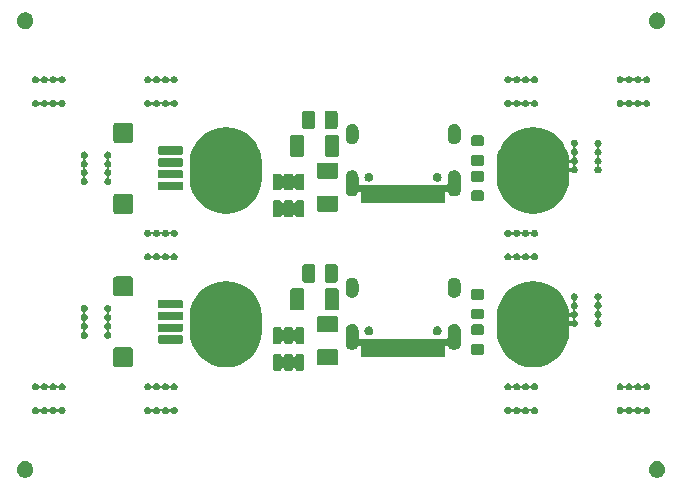
<source format=gbr>
G04 #@! TF.GenerationSoftware,KiCad,Pcbnew,(5.1.4)-1*
G04 #@! TF.CreationDate,2021-03-22T03:04:18-07:00*
G04 #@! TF.ProjectId,dboard,64626f61-7264-42e6-9b69-6361645f7063,rev?*
G04 #@! TF.SameCoordinates,Original*
G04 #@! TF.FileFunction,Soldermask,Top*
G04 #@! TF.FilePolarity,Negative*
%FSLAX46Y46*%
G04 Gerber Fmt 4.6, Leading zero omitted, Abs format (unit mm)*
G04 Created by KiCad (PCBNEW (5.1.4)-1) date 2021-03-22 03:04:18*
%MOMM*%
%LPD*%
G04 APERTURE LIST*
%ADD10C,0.100000*%
G04 APERTURE END LIST*
D10*
G36*
X21704473Y-30325938D02*
G01*
X21832049Y-30378782D01*
X21946859Y-30455495D01*
X22044505Y-30553141D01*
X22121218Y-30667951D01*
X22174062Y-30795527D01*
X22201000Y-30930956D01*
X22201000Y-31069044D01*
X22174062Y-31204473D01*
X22121218Y-31332049D01*
X22044505Y-31446859D01*
X21946859Y-31544505D01*
X21832049Y-31621218D01*
X21704473Y-31674062D01*
X21569044Y-31701000D01*
X21430956Y-31701000D01*
X21295527Y-31674062D01*
X21167951Y-31621218D01*
X21053141Y-31544505D01*
X20955495Y-31446859D01*
X20878782Y-31332049D01*
X20825938Y-31204473D01*
X20799000Y-31069044D01*
X20799000Y-30930956D01*
X20825938Y-30795527D01*
X20878782Y-30667951D01*
X20955495Y-30553141D01*
X21053141Y-30455495D01*
X21167951Y-30378782D01*
X21295527Y-30325938D01*
X21430956Y-30299000D01*
X21569044Y-30299000D01*
X21704473Y-30325938D01*
X21704473Y-30325938D01*
G37*
G36*
X-31795527Y-30325938D02*
G01*
X-31667951Y-30378782D01*
X-31553141Y-30455495D01*
X-31455495Y-30553141D01*
X-31378782Y-30667951D01*
X-31325938Y-30795527D01*
X-31299000Y-30930956D01*
X-31299000Y-31069044D01*
X-31325938Y-31204473D01*
X-31378782Y-31332049D01*
X-31455495Y-31446859D01*
X-31553141Y-31544505D01*
X-31667951Y-31621218D01*
X-31795527Y-31674062D01*
X-31930956Y-31701000D01*
X-32069044Y-31701000D01*
X-32204473Y-31674062D01*
X-32332049Y-31621218D01*
X-32446859Y-31544505D01*
X-32544505Y-31446859D01*
X-32621218Y-31332049D01*
X-32674062Y-31204473D01*
X-32701000Y-31069044D01*
X-32701000Y-30930956D01*
X-32674062Y-30795527D01*
X-32621218Y-30667951D01*
X-32544505Y-30553141D01*
X-32446859Y-30455495D01*
X-32332049Y-30378782D01*
X-32204473Y-30325938D01*
X-32069044Y-30299000D01*
X-31930956Y-30299000D01*
X-31795527Y-30325938D01*
X-31795527Y-30325938D01*
G37*
G36*
X18462797Y-25710567D02*
G01*
X18517575Y-25733257D01*
X18517577Y-25733258D01*
X18566876Y-25766198D01*
X18608802Y-25808124D01*
X18641742Y-25857423D01*
X18646067Y-25863896D01*
X18661612Y-25882838D01*
X18680554Y-25898383D01*
X18702165Y-25909934D01*
X18725614Y-25917047D01*
X18750000Y-25919449D01*
X18774386Y-25917047D01*
X18797835Y-25909934D01*
X18819446Y-25898383D01*
X18838388Y-25882838D01*
X18853933Y-25863896D01*
X18858258Y-25857423D01*
X18891198Y-25808124D01*
X18933124Y-25766198D01*
X18982423Y-25733258D01*
X18982425Y-25733257D01*
X19037203Y-25710567D01*
X19095353Y-25699000D01*
X19154647Y-25699000D01*
X19212797Y-25710567D01*
X19267575Y-25733257D01*
X19267577Y-25733258D01*
X19316876Y-25766198D01*
X19358802Y-25808124D01*
X19391742Y-25857423D01*
X19396067Y-25863896D01*
X19411612Y-25882838D01*
X19430554Y-25898383D01*
X19452165Y-25909934D01*
X19475614Y-25917047D01*
X19500000Y-25919449D01*
X19524386Y-25917047D01*
X19547835Y-25909934D01*
X19569446Y-25898383D01*
X19588388Y-25882838D01*
X19603933Y-25863896D01*
X19608258Y-25857423D01*
X19641198Y-25808124D01*
X19683124Y-25766198D01*
X19732423Y-25733258D01*
X19732425Y-25733257D01*
X19787203Y-25710567D01*
X19845353Y-25699000D01*
X19904647Y-25699000D01*
X19962797Y-25710567D01*
X20017575Y-25733257D01*
X20017577Y-25733258D01*
X20066876Y-25766198D01*
X20108802Y-25808124D01*
X20141742Y-25857423D01*
X20146067Y-25863896D01*
X20161612Y-25882838D01*
X20180554Y-25898383D01*
X20202165Y-25909934D01*
X20225614Y-25917047D01*
X20250000Y-25919449D01*
X20274386Y-25917047D01*
X20297835Y-25909934D01*
X20319446Y-25898383D01*
X20338388Y-25882838D01*
X20353933Y-25863896D01*
X20358258Y-25857423D01*
X20391198Y-25808124D01*
X20433124Y-25766198D01*
X20482423Y-25733258D01*
X20482425Y-25733257D01*
X20537203Y-25710567D01*
X20595353Y-25699000D01*
X20654647Y-25699000D01*
X20712797Y-25710567D01*
X20767575Y-25733257D01*
X20767577Y-25733258D01*
X20816876Y-25766198D01*
X20858802Y-25808124D01*
X20891742Y-25857423D01*
X20891743Y-25857425D01*
X20914433Y-25912203D01*
X20926000Y-25970353D01*
X20926000Y-26029647D01*
X20914433Y-26087797D01*
X20894423Y-26136104D01*
X20891742Y-26142577D01*
X20858802Y-26191876D01*
X20816876Y-26233802D01*
X20767577Y-26266742D01*
X20767576Y-26266743D01*
X20767575Y-26266743D01*
X20712797Y-26289433D01*
X20654647Y-26301000D01*
X20595353Y-26301000D01*
X20537203Y-26289433D01*
X20482425Y-26266743D01*
X20482424Y-26266743D01*
X20482423Y-26266742D01*
X20433124Y-26233802D01*
X20391198Y-26191876D01*
X20358258Y-26142577D01*
X20358257Y-26142575D01*
X20353933Y-26136104D01*
X20338388Y-26117162D01*
X20319446Y-26101617D01*
X20297835Y-26090066D01*
X20274386Y-26082953D01*
X20250000Y-26080551D01*
X20225614Y-26082953D01*
X20202165Y-26090066D01*
X20180554Y-26101617D01*
X20161612Y-26117162D01*
X20146067Y-26136104D01*
X20141743Y-26142575D01*
X20141742Y-26142577D01*
X20108802Y-26191876D01*
X20066876Y-26233802D01*
X20017577Y-26266742D01*
X20017576Y-26266743D01*
X20017575Y-26266743D01*
X19962797Y-26289433D01*
X19904647Y-26301000D01*
X19845353Y-26301000D01*
X19787203Y-26289433D01*
X19732425Y-26266743D01*
X19732424Y-26266743D01*
X19732423Y-26266742D01*
X19683124Y-26233802D01*
X19641198Y-26191876D01*
X19608258Y-26142577D01*
X19608257Y-26142575D01*
X19603933Y-26136104D01*
X19588388Y-26117162D01*
X19569446Y-26101617D01*
X19547835Y-26090066D01*
X19524386Y-26082953D01*
X19500000Y-26080551D01*
X19475614Y-26082953D01*
X19452165Y-26090066D01*
X19430554Y-26101617D01*
X19411612Y-26117162D01*
X19396067Y-26136104D01*
X19391743Y-26142575D01*
X19391742Y-26142577D01*
X19358802Y-26191876D01*
X19316876Y-26233802D01*
X19267577Y-26266742D01*
X19267576Y-26266743D01*
X19267575Y-26266743D01*
X19212797Y-26289433D01*
X19154647Y-26301000D01*
X19095353Y-26301000D01*
X19037203Y-26289433D01*
X18982425Y-26266743D01*
X18982424Y-26266743D01*
X18982423Y-26266742D01*
X18933124Y-26233802D01*
X18891198Y-26191876D01*
X18858258Y-26142577D01*
X18858257Y-26142575D01*
X18853933Y-26136104D01*
X18838388Y-26117162D01*
X18819446Y-26101617D01*
X18797835Y-26090066D01*
X18774386Y-26082953D01*
X18750000Y-26080551D01*
X18725614Y-26082953D01*
X18702165Y-26090066D01*
X18680554Y-26101617D01*
X18661612Y-26117162D01*
X18646067Y-26136104D01*
X18641743Y-26142575D01*
X18641742Y-26142577D01*
X18608802Y-26191876D01*
X18566876Y-26233802D01*
X18517577Y-26266742D01*
X18517576Y-26266743D01*
X18517575Y-26266743D01*
X18462797Y-26289433D01*
X18404647Y-26301000D01*
X18345353Y-26301000D01*
X18287203Y-26289433D01*
X18232425Y-26266743D01*
X18232424Y-26266743D01*
X18232423Y-26266742D01*
X18183124Y-26233802D01*
X18141198Y-26191876D01*
X18108258Y-26142577D01*
X18105577Y-26136104D01*
X18085567Y-26087797D01*
X18074000Y-26029647D01*
X18074000Y-25970353D01*
X18085567Y-25912203D01*
X18108257Y-25857425D01*
X18108258Y-25857423D01*
X18141198Y-25808124D01*
X18183124Y-25766198D01*
X18232423Y-25733258D01*
X18232425Y-25733257D01*
X18287203Y-25710567D01*
X18345353Y-25699000D01*
X18404647Y-25699000D01*
X18462797Y-25710567D01*
X18462797Y-25710567D01*
G37*
G36*
X8962797Y-25710567D02*
G01*
X9017575Y-25733257D01*
X9017577Y-25733258D01*
X9066876Y-25766198D01*
X9108802Y-25808124D01*
X9141742Y-25857423D01*
X9146067Y-25863896D01*
X9161612Y-25882838D01*
X9180554Y-25898383D01*
X9202165Y-25909934D01*
X9225614Y-25917047D01*
X9250000Y-25919449D01*
X9274386Y-25917047D01*
X9297835Y-25909934D01*
X9319446Y-25898383D01*
X9338388Y-25882838D01*
X9353933Y-25863896D01*
X9358258Y-25857423D01*
X9391198Y-25808124D01*
X9433124Y-25766198D01*
X9482423Y-25733258D01*
X9482425Y-25733257D01*
X9537203Y-25710567D01*
X9595353Y-25699000D01*
X9654647Y-25699000D01*
X9712797Y-25710567D01*
X9767575Y-25733257D01*
X9767577Y-25733258D01*
X9816876Y-25766198D01*
X9858802Y-25808124D01*
X9891742Y-25857423D01*
X9896067Y-25863896D01*
X9911612Y-25882838D01*
X9930554Y-25898383D01*
X9952165Y-25909934D01*
X9975614Y-25917047D01*
X10000000Y-25919449D01*
X10024386Y-25917047D01*
X10047835Y-25909934D01*
X10069446Y-25898383D01*
X10088388Y-25882838D01*
X10103933Y-25863896D01*
X10108258Y-25857423D01*
X10141198Y-25808124D01*
X10183124Y-25766198D01*
X10232423Y-25733258D01*
X10232425Y-25733257D01*
X10287203Y-25710567D01*
X10345353Y-25699000D01*
X10404647Y-25699000D01*
X10462797Y-25710567D01*
X10517575Y-25733257D01*
X10517577Y-25733258D01*
X10566876Y-25766198D01*
X10608802Y-25808124D01*
X10641742Y-25857423D01*
X10646067Y-25863896D01*
X10661612Y-25882838D01*
X10680554Y-25898383D01*
X10702165Y-25909934D01*
X10725614Y-25917047D01*
X10750000Y-25919449D01*
X10774386Y-25917047D01*
X10797835Y-25909934D01*
X10819446Y-25898383D01*
X10838388Y-25882838D01*
X10853933Y-25863896D01*
X10858258Y-25857423D01*
X10891198Y-25808124D01*
X10933124Y-25766198D01*
X10982423Y-25733258D01*
X10982425Y-25733257D01*
X11037203Y-25710567D01*
X11095353Y-25699000D01*
X11154647Y-25699000D01*
X11212797Y-25710567D01*
X11267575Y-25733257D01*
X11267577Y-25733258D01*
X11316876Y-25766198D01*
X11358802Y-25808124D01*
X11391742Y-25857423D01*
X11391743Y-25857425D01*
X11414433Y-25912203D01*
X11426000Y-25970353D01*
X11426000Y-26029647D01*
X11414433Y-26087797D01*
X11394423Y-26136104D01*
X11391742Y-26142577D01*
X11358802Y-26191876D01*
X11316876Y-26233802D01*
X11267577Y-26266742D01*
X11267576Y-26266743D01*
X11267575Y-26266743D01*
X11212797Y-26289433D01*
X11154647Y-26301000D01*
X11095353Y-26301000D01*
X11037203Y-26289433D01*
X10982425Y-26266743D01*
X10982424Y-26266743D01*
X10982423Y-26266742D01*
X10933124Y-26233802D01*
X10891198Y-26191876D01*
X10858258Y-26142577D01*
X10858257Y-26142575D01*
X10853933Y-26136104D01*
X10838388Y-26117162D01*
X10819446Y-26101617D01*
X10797835Y-26090066D01*
X10774386Y-26082953D01*
X10750000Y-26080551D01*
X10725614Y-26082953D01*
X10702165Y-26090066D01*
X10680554Y-26101617D01*
X10661612Y-26117162D01*
X10646067Y-26136104D01*
X10641743Y-26142575D01*
X10641742Y-26142577D01*
X10608802Y-26191876D01*
X10566876Y-26233802D01*
X10517577Y-26266742D01*
X10517576Y-26266743D01*
X10517575Y-26266743D01*
X10462797Y-26289433D01*
X10404647Y-26301000D01*
X10345353Y-26301000D01*
X10287203Y-26289433D01*
X10232425Y-26266743D01*
X10232424Y-26266743D01*
X10232423Y-26266742D01*
X10183124Y-26233802D01*
X10141198Y-26191876D01*
X10108258Y-26142577D01*
X10108257Y-26142575D01*
X10103933Y-26136104D01*
X10088388Y-26117162D01*
X10069446Y-26101617D01*
X10047835Y-26090066D01*
X10024386Y-26082953D01*
X10000000Y-26080551D01*
X9975614Y-26082953D01*
X9952165Y-26090066D01*
X9930554Y-26101617D01*
X9911612Y-26117162D01*
X9896067Y-26136104D01*
X9891743Y-26142575D01*
X9891742Y-26142577D01*
X9858802Y-26191876D01*
X9816876Y-26233802D01*
X9767577Y-26266742D01*
X9767576Y-26266743D01*
X9767575Y-26266743D01*
X9712797Y-26289433D01*
X9654647Y-26301000D01*
X9595353Y-26301000D01*
X9537203Y-26289433D01*
X9482425Y-26266743D01*
X9482424Y-26266743D01*
X9482423Y-26266742D01*
X9433124Y-26233802D01*
X9391198Y-26191876D01*
X9358258Y-26142577D01*
X9358257Y-26142575D01*
X9353933Y-26136104D01*
X9338388Y-26117162D01*
X9319446Y-26101617D01*
X9297835Y-26090066D01*
X9274386Y-26082953D01*
X9250000Y-26080551D01*
X9225614Y-26082953D01*
X9202165Y-26090066D01*
X9180554Y-26101617D01*
X9161612Y-26117162D01*
X9146067Y-26136104D01*
X9141743Y-26142575D01*
X9141742Y-26142577D01*
X9108802Y-26191876D01*
X9066876Y-26233802D01*
X9017577Y-26266742D01*
X9017576Y-26266743D01*
X9017575Y-26266743D01*
X8962797Y-26289433D01*
X8904647Y-26301000D01*
X8845353Y-26301000D01*
X8787203Y-26289433D01*
X8732425Y-26266743D01*
X8732424Y-26266743D01*
X8732423Y-26266742D01*
X8683124Y-26233802D01*
X8641198Y-26191876D01*
X8608258Y-26142577D01*
X8605577Y-26136104D01*
X8585567Y-26087797D01*
X8574000Y-26029647D01*
X8574000Y-25970353D01*
X8585567Y-25912203D01*
X8608257Y-25857425D01*
X8608258Y-25857423D01*
X8641198Y-25808124D01*
X8683124Y-25766198D01*
X8732423Y-25733258D01*
X8732425Y-25733257D01*
X8787203Y-25710567D01*
X8845353Y-25699000D01*
X8904647Y-25699000D01*
X8962797Y-25710567D01*
X8962797Y-25710567D01*
G37*
G36*
X-21537203Y-25710567D02*
G01*
X-21482425Y-25733257D01*
X-21482423Y-25733258D01*
X-21433124Y-25766198D01*
X-21391198Y-25808124D01*
X-21358258Y-25857423D01*
X-21353933Y-25863896D01*
X-21338388Y-25882838D01*
X-21319446Y-25898383D01*
X-21297835Y-25909934D01*
X-21274386Y-25917047D01*
X-21250000Y-25919449D01*
X-21225614Y-25917047D01*
X-21202165Y-25909934D01*
X-21180554Y-25898383D01*
X-21161612Y-25882838D01*
X-21146067Y-25863896D01*
X-21141742Y-25857423D01*
X-21108802Y-25808124D01*
X-21066876Y-25766198D01*
X-21017577Y-25733258D01*
X-21017575Y-25733257D01*
X-20962797Y-25710567D01*
X-20904647Y-25699000D01*
X-20845353Y-25699000D01*
X-20787203Y-25710567D01*
X-20732425Y-25733257D01*
X-20732423Y-25733258D01*
X-20683124Y-25766198D01*
X-20641198Y-25808124D01*
X-20608258Y-25857423D01*
X-20603933Y-25863896D01*
X-20588388Y-25882838D01*
X-20569446Y-25898383D01*
X-20547835Y-25909934D01*
X-20524386Y-25917047D01*
X-20500000Y-25919449D01*
X-20475614Y-25917047D01*
X-20452165Y-25909934D01*
X-20430554Y-25898383D01*
X-20411612Y-25882838D01*
X-20396067Y-25863896D01*
X-20391742Y-25857423D01*
X-20358802Y-25808124D01*
X-20316876Y-25766198D01*
X-20267577Y-25733258D01*
X-20267575Y-25733257D01*
X-20212797Y-25710567D01*
X-20154647Y-25699000D01*
X-20095353Y-25699000D01*
X-20037203Y-25710567D01*
X-19982425Y-25733257D01*
X-19982423Y-25733258D01*
X-19933124Y-25766198D01*
X-19891198Y-25808124D01*
X-19858258Y-25857423D01*
X-19853933Y-25863896D01*
X-19838388Y-25882838D01*
X-19819446Y-25898383D01*
X-19797835Y-25909934D01*
X-19774386Y-25917047D01*
X-19750000Y-25919449D01*
X-19725614Y-25917047D01*
X-19702165Y-25909934D01*
X-19680554Y-25898383D01*
X-19661612Y-25882838D01*
X-19646067Y-25863896D01*
X-19641742Y-25857423D01*
X-19608802Y-25808124D01*
X-19566876Y-25766198D01*
X-19517577Y-25733258D01*
X-19517575Y-25733257D01*
X-19462797Y-25710567D01*
X-19404647Y-25699000D01*
X-19345353Y-25699000D01*
X-19287203Y-25710567D01*
X-19232425Y-25733257D01*
X-19232423Y-25733258D01*
X-19183124Y-25766198D01*
X-19141198Y-25808124D01*
X-19108258Y-25857423D01*
X-19108257Y-25857425D01*
X-19085567Y-25912203D01*
X-19074000Y-25970353D01*
X-19074000Y-26029647D01*
X-19085567Y-26087797D01*
X-19105577Y-26136104D01*
X-19108258Y-26142577D01*
X-19141198Y-26191876D01*
X-19183124Y-26233802D01*
X-19232423Y-26266742D01*
X-19232424Y-26266743D01*
X-19232425Y-26266743D01*
X-19287203Y-26289433D01*
X-19345353Y-26301000D01*
X-19404647Y-26301000D01*
X-19462797Y-26289433D01*
X-19517575Y-26266743D01*
X-19517576Y-26266743D01*
X-19517577Y-26266742D01*
X-19566876Y-26233802D01*
X-19608802Y-26191876D01*
X-19641742Y-26142577D01*
X-19641743Y-26142575D01*
X-19646067Y-26136104D01*
X-19661612Y-26117162D01*
X-19680554Y-26101617D01*
X-19702165Y-26090066D01*
X-19725614Y-26082953D01*
X-19750000Y-26080551D01*
X-19774386Y-26082953D01*
X-19797835Y-26090066D01*
X-19819446Y-26101617D01*
X-19838388Y-26117162D01*
X-19853933Y-26136104D01*
X-19858257Y-26142575D01*
X-19858258Y-26142577D01*
X-19891198Y-26191876D01*
X-19933124Y-26233802D01*
X-19982423Y-26266742D01*
X-19982424Y-26266743D01*
X-19982425Y-26266743D01*
X-20037203Y-26289433D01*
X-20095353Y-26301000D01*
X-20154647Y-26301000D01*
X-20212797Y-26289433D01*
X-20267575Y-26266743D01*
X-20267576Y-26266743D01*
X-20267577Y-26266742D01*
X-20316876Y-26233802D01*
X-20358802Y-26191876D01*
X-20391742Y-26142577D01*
X-20391743Y-26142575D01*
X-20396067Y-26136104D01*
X-20411612Y-26117162D01*
X-20430554Y-26101617D01*
X-20452165Y-26090066D01*
X-20475614Y-26082953D01*
X-20500000Y-26080551D01*
X-20524386Y-26082953D01*
X-20547835Y-26090066D01*
X-20569446Y-26101617D01*
X-20588388Y-26117162D01*
X-20603933Y-26136104D01*
X-20608257Y-26142575D01*
X-20608258Y-26142577D01*
X-20641198Y-26191876D01*
X-20683124Y-26233802D01*
X-20732423Y-26266742D01*
X-20732424Y-26266743D01*
X-20732425Y-26266743D01*
X-20787203Y-26289433D01*
X-20845353Y-26301000D01*
X-20904647Y-26301000D01*
X-20962797Y-26289433D01*
X-21017575Y-26266743D01*
X-21017576Y-26266743D01*
X-21017577Y-26266742D01*
X-21066876Y-26233802D01*
X-21108802Y-26191876D01*
X-21141742Y-26142577D01*
X-21141743Y-26142575D01*
X-21146067Y-26136104D01*
X-21161612Y-26117162D01*
X-21180554Y-26101617D01*
X-21202165Y-26090066D01*
X-21225614Y-26082953D01*
X-21250000Y-26080551D01*
X-21274386Y-26082953D01*
X-21297835Y-26090066D01*
X-21319446Y-26101617D01*
X-21338388Y-26117162D01*
X-21353933Y-26136104D01*
X-21358257Y-26142575D01*
X-21358258Y-26142577D01*
X-21391198Y-26191876D01*
X-21433124Y-26233802D01*
X-21482423Y-26266742D01*
X-21482424Y-26266743D01*
X-21482425Y-26266743D01*
X-21537203Y-26289433D01*
X-21595353Y-26301000D01*
X-21654647Y-26301000D01*
X-21712797Y-26289433D01*
X-21767575Y-26266743D01*
X-21767576Y-26266743D01*
X-21767577Y-26266742D01*
X-21816876Y-26233802D01*
X-21858802Y-26191876D01*
X-21891742Y-26142577D01*
X-21894423Y-26136104D01*
X-21914433Y-26087797D01*
X-21926000Y-26029647D01*
X-21926000Y-25970353D01*
X-21914433Y-25912203D01*
X-21891743Y-25857425D01*
X-21891742Y-25857423D01*
X-21858802Y-25808124D01*
X-21816876Y-25766198D01*
X-21767577Y-25733258D01*
X-21767575Y-25733257D01*
X-21712797Y-25710567D01*
X-21654647Y-25699000D01*
X-21595353Y-25699000D01*
X-21537203Y-25710567D01*
X-21537203Y-25710567D01*
G37*
G36*
X-31037203Y-25710567D02*
G01*
X-30982425Y-25733257D01*
X-30982423Y-25733258D01*
X-30933124Y-25766198D01*
X-30891198Y-25808124D01*
X-30858258Y-25857423D01*
X-30853933Y-25863896D01*
X-30838388Y-25882838D01*
X-30819446Y-25898383D01*
X-30797835Y-25909934D01*
X-30774386Y-25917047D01*
X-30750000Y-25919449D01*
X-30725614Y-25917047D01*
X-30702165Y-25909934D01*
X-30680554Y-25898383D01*
X-30661612Y-25882838D01*
X-30646067Y-25863896D01*
X-30641742Y-25857423D01*
X-30608802Y-25808124D01*
X-30566876Y-25766198D01*
X-30517577Y-25733258D01*
X-30517575Y-25733257D01*
X-30462797Y-25710567D01*
X-30404647Y-25699000D01*
X-30345353Y-25699000D01*
X-30287203Y-25710567D01*
X-30232425Y-25733257D01*
X-30232423Y-25733258D01*
X-30183124Y-25766198D01*
X-30141198Y-25808124D01*
X-30108258Y-25857423D01*
X-30103933Y-25863896D01*
X-30088388Y-25882838D01*
X-30069446Y-25898383D01*
X-30047835Y-25909934D01*
X-30024386Y-25917047D01*
X-30000000Y-25919449D01*
X-29975614Y-25917047D01*
X-29952165Y-25909934D01*
X-29930554Y-25898383D01*
X-29911612Y-25882838D01*
X-29896067Y-25863896D01*
X-29891742Y-25857423D01*
X-29858802Y-25808124D01*
X-29816876Y-25766198D01*
X-29767577Y-25733258D01*
X-29767575Y-25733257D01*
X-29712797Y-25710567D01*
X-29654647Y-25699000D01*
X-29595353Y-25699000D01*
X-29537203Y-25710567D01*
X-29482425Y-25733257D01*
X-29482423Y-25733258D01*
X-29433124Y-25766198D01*
X-29391198Y-25808124D01*
X-29358258Y-25857423D01*
X-29353933Y-25863896D01*
X-29338388Y-25882838D01*
X-29319446Y-25898383D01*
X-29297835Y-25909934D01*
X-29274386Y-25917047D01*
X-29250000Y-25919449D01*
X-29225614Y-25917047D01*
X-29202165Y-25909934D01*
X-29180554Y-25898383D01*
X-29161612Y-25882838D01*
X-29146067Y-25863896D01*
X-29141742Y-25857423D01*
X-29108802Y-25808124D01*
X-29066876Y-25766198D01*
X-29017577Y-25733258D01*
X-29017575Y-25733257D01*
X-28962797Y-25710567D01*
X-28904647Y-25699000D01*
X-28845353Y-25699000D01*
X-28787203Y-25710567D01*
X-28732425Y-25733257D01*
X-28732423Y-25733258D01*
X-28683124Y-25766198D01*
X-28641198Y-25808124D01*
X-28608258Y-25857423D01*
X-28608257Y-25857425D01*
X-28585567Y-25912203D01*
X-28574000Y-25970353D01*
X-28574000Y-26029647D01*
X-28585567Y-26087797D01*
X-28605577Y-26136104D01*
X-28608258Y-26142577D01*
X-28641198Y-26191876D01*
X-28683124Y-26233802D01*
X-28732423Y-26266742D01*
X-28732424Y-26266743D01*
X-28732425Y-26266743D01*
X-28787203Y-26289433D01*
X-28845353Y-26301000D01*
X-28904647Y-26301000D01*
X-28962797Y-26289433D01*
X-29017575Y-26266743D01*
X-29017576Y-26266743D01*
X-29017577Y-26266742D01*
X-29066876Y-26233802D01*
X-29108802Y-26191876D01*
X-29141742Y-26142577D01*
X-29141743Y-26142575D01*
X-29146067Y-26136104D01*
X-29161612Y-26117162D01*
X-29180554Y-26101617D01*
X-29202165Y-26090066D01*
X-29225614Y-26082953D01*
X-29250000Y-26080551D01*
X-29274386Y-26082953D01*
X-29297835Y-26090066D01*
X-29319446Y-26101617D01*
X-29338388Y-26117162D01*
X-29353933Y-26136104D01*
X-29358257Y-26142575D01*
X-29358258Y-26142577D01*
X-29391198Y-26191876D01*
X-29433124Y-26233802D01*
X-29482423Y-26266742D01*
X-29482424Y-26266743D01*
X-29482425Y-26266743D01*
X-29537203Y-26289433D01*
X-29595353Y-26301000D01*
X-29654647Y-26301000D01*
X-29712797Y-26289433D01*
X-29767575Y-26266743D01*
X-29767576Y-26266743D01*
X-29767577Y-26266742D01*
X-29816876Y-26233802D01*
X-29858802Y-26191876D01*
X-29891742Y-26142577D01*
X-29891743Y-26142575D01*
X-29896067Y-26136104D01*
X-29911612Y-26117162D01*
X-29930554Y-26101617D01*
X-29952165Y-26090066D01*
X-29975614Y-26082953D01*
X-30000000Y-26080551D01*
X-30024386Y-26082953D01*
X-30047835Y-26090066D01*
X-30069446Y-26101617D01*
X-30088388Y-26117162D01*
X-30103933Y-26136104D01*
X-30108257Y-26142575D01*
X-30108258Y-26142577D01*
X-30141198Y-26191876D01*
X-30183124Y-26233802D01*
X-30232423Y-26266742D01*
X-30232424Y-26266743D01*
X-30232425Y-26266743D01*
X-30287203Y-26289433D01*
X-30345353Y-26301000D01*
X-30404647Y-26301000D01*
X-30462797Y-26289433D01*
X-30517575Y-26266743D01*
X-30517576Y-26266743D01*
X-30517577Y-26266742D01*
X-30566876Y-26233802D01*
X-30608802Y-26191876D01*
X-30641742Y-26142577D01*
X-30641743Y-26142575D01*
X-30646067Y-26136104D01*
X-30661612Y-26117162D01*
X-30680554Y-26101617D01*
X-30702165Y-26090066D01*
X-30725614Y-26082953D01*
X-30750000Y-26080551D01*
X-30774386Y-26082953D01*
X-30797835Y-26090066D01*
X-30819446Y-26101617D01*
X-30838388Y-26117162D01*
X-30853933Y-26136104D01*
X-30858257Y-26142575D01*
X-30858258Y-26142577D01*
X-30891198Y-26191876D01*
X-30933124Y-26233802D01*
X-30982423Y-26266742D01*
X-30982424Y-26266743D01*
X-30982425Y-26266743D01*
X-31037203Y-26289433D01*
X-31095353Y-26301000D01*
X-31154647Y-26301000D01*
X-31212797Y-26289433D01*
X-31267575Y-26266743D01*
X-31267576Y-26266743D01*
X-31267577Y-26266742D01*
X-31316876Y-26233802D01*
X-31358802Y-26191876D01*
X-31391742Y-26142577D01*
X-31394423Y-26136104D01*
X-31414433Y-26087797D01*
X-31426000Y-26029647D01*
X-31426000Y-25970353D01*
X-31414433Y-25912203D01*
X-31391743Y-25857425D01*
X-31391742Y-25857423D01*
X-31358802Y-25808124D01*
X-31316876Y-25766198D01*
X-31267577Y-25733258D01*
X-31267575Y-25733257D01*
X-31212797Y-25710567D01*
X-31154647Y-25699000D01*
X-31095353Y-25699000D01*
X-31037203Y-25710567D01*
X-31037203Y-25710567D01*
G37*
G36*
X-21537203Y-23710567D02*
G01*
X-21482425Y-23733257D01*
X-21482423Y-23733258D01*
X-21433124Y-23766198D01*
X-21391198Y-23808124D01*
X-21358258Y-23857423D01*
X-21353933Y-23863896D01*
X-21338388Y-23882838D01*
X-21319446Y-23898383D01*
X-21297835Y-23909934D01*
X-21274386Y-23917047D01*
X-21250000Y-23919449D01*
X-21225614Y-23917047D01*
X-21202165Y-23909934D01*
X-21180554Y-23898383D01*
X-21161612Y-23882838D01*
X-21146067Y-23863896D01*
X-21141742Y-23857423D01*
X-21108802Y-23808124D01*
X-21066876Y-23766198D01*
X-21017577Y-23733258D01*
X-21017575Y-23733257D01*
X-20962797Y-23710567D01*
X-20904647Y-23699000D01*
X-20845353Y-23699000D01*
X-20787203Y-23710567D01*
X-20732425Y-23733257D01*
X-20732423Y-23733258D01*
X-20683124Y-23766198D01*
X-20641198Y-23808124D01*
X-20608258Y-23857423D01*
X-20603933Y-23863896D01*
X-20588388Y-23882838D01*
X-20569446Y-23898383D01*
X-20547835Y-23909934D01*
X-20524386Y-23917047D01*
X-20500000Y-23919449D01*
X-20475614Y-23917047D01*
X-20452165Y-23909934D01*
X-20430554Y-23898383D01*
X-20411612Y-23882838D01*
X-20396067Y-23863896D01*
X-20391742Y-23857423D01*
X-20358802Y-23808124D01*
X-20316876Y-23766198D01*
X-20267577Y-23733258D01*
X-20267575Y-23733257D01*
X-20212797Y-23710567D01*
X-20154647Y-23699000D01*
X-20095353Y-23699000D01*
X-20037203Y-23710567D01*
X-19982425Y-23733257D01*
X-19982423Y-23733258D01*
X-19933124Y-23766198D01*
X-19891198Y-23808124D01*
X-19858258Y-23857423D01*
X-19853933Y-23863896D01*
X-19838388Y-23882838D01*
X-19819446Y-23898383D01*
X-19797835Y-23909934D01*
X-19774386Y-23917047D01*
X-19750000Y-23919449D01*
X-19725614Y-23917047D01*
X-19702165Y-23909934D01*
X-19680554Y-23898383D01*
X-19661612Y-23882838D01*
X-19646067Y-23863896D01*
X-19641742Y-23857423D01*
X-19608802Y-23808124D01*
X-19566876Y-23766198D01*
X-19517577Y-23733258D01*
X-19517575Y-23733257D01*
X-19462797Y-23710567D01*
X-19404647Y-23699000D01*
X-19345353Y-23699000D01*
X-19287203Y-23710567D01*
X-19232425Y-23733257D01*
X-19232423Y-23733258D01*
X-19183124Y-23766198D01*
X-19141198Y-23808124D01*
X-19108258Y-23857423D01*
X-19108257Y-23857425D01*
X-19085567Y-23912203D01*
X-19074000Y-23970353D01*
X-19074000Y-24029647D01*
X-19085567Y-24087797D01*
X-19105577Y-24136104D01*
X-19108258Y-24142577D01*
X-19141198Y-24191876D01*
X-19183124Y-24233802D01*
X-19232423Y-24266742D01*
X-19232424Y-24266743D01*
X-19232425Y-24266743D01*
X-19287203Y-24289433D01*
X-19345353Y-24301000D01*
X-19404647Y-24301000D01*
X-19462797Y-24289433D01*
X-19517575Y-24266743D01*
X-19517576Y-24266743D01*
X-19517577Y-24266742D01*
X-19566876Y-24233802D01*
X-19608802Y-24191876D01*
X-19641742Y-24142577D01*
X-19641743Y-24142575D01*
X-19646067Y-24136104D01*
X-19661612Y-24117162D01*
X-19680554Y-24101617D01*
X-19702165Y-24090066D01*
X-19725614Y-24082953D01*
X-19750000Y-24080551D01*
X-19774386Y-24082953D01*
X-19797835Y-24090066D01*
X-19819446Y-24101617D01*
X-19838388Y-24117162D01*
X-19853933Y-24136104D01*
X-19858257Y-24142575D01*
X-19858258Y-24142577D01*
X-19891198Y-24191876D01*
X-19933124Y-24233802D01*
X-19982423Y-24266742D01*
X-19982424Y-24266743D01*
X-19982425Y-24266743D01*
X-20037203Y-24289433D01*
X-20095353Y-24301000D01*
X-20154647Y-24301000D01*
X-20212797Y-24289433D01*
X-20267575Y-24266743D01*
X-20267576Y-24266743D01*
X-20267577Y-24266742D01*
X-20316876Y-24233802D01*
X-20358802Y-24191876D01*
X-20391742Y-24142577D01*
X-20391743Y-24142575D01*
X-20396067Y-24136104D01*
X-20411612Y-24117162D01*
X-20430554Y-24101617D01*
X-20452165Y-24090066D01*
X-20475614Y-24082953D01*
X-20500000Y-24080551D01*
X-20524386Y-24082953D01*
X-20547835Y-24090066D01*
X-20569446Y-24101617D01*
X-20588388Y-24117162D01*
X-20603933Y-24136104D01*
X-20608257Y-24142575D01*
X-20608258Y-24142577D01*
X-20641198Y-24191876D01*
X-20683124Y-24233802D01*
X-20732423Y-24266742D01*
X-20732424Y-24266743D01*
X-20732425Y-24266743D01*
X-20787203Y-24289433D01*
X-20845353Y-24301000D01*
X-20904647Y-24301000D01*
X-20962797Y-24289433D01*
X-21017575Y-24266743D01*
X-21017576Y-24266743D01*
X-21017577Y-24266742D01*
X-21066876Y-24233802D01*
X-21108802Y-24191876D01*
X-21141742Y-24142577D01*
X-21141743Y-24142575D01*
X-21146067Y-24136104D01*
X-21161612Y-24117162D01*
X-21180554Y-24101617D01*
X-21202165Y-24090066D01*
X-21225614Y-24082953D01*
X-21250000Y-24080551D01*
X-21274386Y-24082953D01*
X-21297835Y-24090066D01*
X-21319446Y-24101617D01*
X-21338388Y-24117162D01*
X-21353933Y-24136104D01*
X-21358257Y-24142575D01*
X-21358258Y-24142577D01*
X-21391198Y-24191876D01*
X-21433124Y-24233802D01*
X-21482423Y-24266742D01*
X-21482424Y-24266743D01*
X-21482425Y-24266743D01*
X-21537203Y-24289433D01*
X-21595353Y-24301000D01*
X-21654647Y-24301000D01*
X-21712797Y-24289433D01*
X-21767575Y-24266743D01*
X-21767576Y-24266743D01*
X-21767577Y-24266742D01*
X-21816876Y-24233802D01*
X-21858802Y-24191876D01*
X-21891742Y-24142577D01*
X-21894423Y-24136104D01*
X-21914433Y-24087797D01*
X-21926000Y-24029647D01*
X-21926000Y-23970353D01*
X-21914433Y-23912203D01*
X-21891743Y-23857425D01*
X-21891742Y-23857423D01*
X-21858802Y-23808124D01*
X-21816876Y-23766198D01*
X-21767577Y-23733258D01*
X-21767575Y-23733257D01*
X-21712797Y-23710567D01*
X-21654647Y-23699000D01*
X-21595353Y-23699000D01*
X-21537203Y-23710567D01*
X-21537203Y-23710567D01*
G37*
G36*
X8962797Y-23710567D02*
G01*
X9017575Y-23733257D01*
X9017577Y-23733258D01*
X9066876Y-23766198D01*
X9108802Y-23808124D01*
X9141742Y-23857423D01*
X9146067Y-23863896D01*
X9161612Y-23882838D01*
X9180554Y-23898383D01*
X9202165Y-23909934D01*
X9225614Y-23917047D01*
X9250000Y-23919449D01*
X9274386Y-23917047D01*
X9297835Y-23909934D01*
X9319446Y-23898383D01*
X9338388Y-23882838D01*
X9353933Y-23863896D01*
X9358258Y-23857423D01*
X9391198Y-23808124D01*
X9433124Y-23766198D01*
X9482423Y-23733258D01*
X9482425Y-23733257D01*
X9537203Y-23710567D01*
X9595353Y-23699000D01*
X9654647Y-23699000D01*
X9712797Y-23710567D01*
X9767575Y-23733257D01*
X9767577Y-23733258D01*
X9816876Y-23766198D01*
X9858802Y-23808124D01*
X9891742Y-23857423D01*
X9896067Y-23863896D01*
X9911612Y-23882838D01*
X9930554Y-23898383D01*
X9952165Y-23909934D01*
X9975614Y-23917047D01*
X10000000Y-23919449D01*
X10024386Y-23917047D01*
X10047835Y-23909934D01*
X10069446Y-23898383D01*
X10088388Y-23882838D01*
X10103933Y-23863896D01*
X10108258Y-23857423D01*
X10141198Y-23808124D01*
X10183124Y-23766198D01*
X10232423Y-23733258D01*
X10232425Y-23733257D01*
X10287203Y-23710567D01*
X10345353Y-23699000D01*
X10404647Y-23699000D01*
X10462797Y-23710567D01*
X10517575Y-23733257D01*
X10517577Y-23733258D01*
X10566876Y-23766198D01*
X10608802Y-23808124D01*
X10641742Y-23857423D01*
X10646067Y-23863896D01*
X10661612Y-23882838D01*
X10680554Y-23898383D01*
X10702165Y-23909934D01*
X10725614Y-23917047D01*
X10750000Y-23919449D01*
X10774386Y-23917047D01*
X10797835Y-23909934D01*
X10819446Y-23898383D01*
X10838388Y-23882838D01*
X10853933Y-23863896D01*
X10858258Y-23857423D01*
X10891198Y-23808124D01*
X10933124Y-23766198D01*
X10982423Y-23733258D01*
X10982425Y-23733257D01*
X11037203Y-23710567D01*
X11095353Y-23699000D01*
X11154647Y-23699000D01*
X11212797Y-23710567D01*
X11267575Y-23733257D01*
X11267577Y-23733258D01*
X11316876Y-23766198D01*
X11358802Y-23808124D01*
X11391742Y-23857423D01*
X11391743Y-23857425D01*
X11414433Y-23912203D01*
X11426000Y-23970353D01*
X11426000Y-24029647D01*
X11414433Y-24087797D01*
X11394423Y-24136104D01*
X11391742Y-24142577D01*
X11358802Y-24191876D01*
X11316876Y-24233802D01*
X11267577Y-24266742D01*
X11267576Y-24266743D01*
X11267575Y-24266743D01*
X11212797Y-24289433D01*
X11154647Y-24301000D01*
X11095353Y-24301000D01*
X11037203Y-24289433D01*
X10982425Y-24266743D01*
X10982424Y-24266743D01*
X10982423Y-24266742D01*
X10933124Y-24233802D01*
X10891198Y-24191876D01*
X10858258Y-24142577D01*
X10858257Y-24142575D01*
X10853933Y-24136104D01*
X10838388Y-24117162D01*
X10819446Y-24101617D01*
X10797835Y-24090066D01*
X10774386Y-24082953D01*
X10750000Y-24080551D01*
X10725614Y-24082953D01*
X10702165Y-24090066D01*
X10680554Y-24101617D01*
X10661612Y-24117162D01*
X10646067Y-24136104D01*
X10641743Y-24142575D01*
X10641742Y-24142577D01*
X10608802Y-24191876D01*
X10566876Y-24233802D01*
X10517577Y-24266742D01*
X10517576Y-24266743D01*
X10517575Y-24266743D01*
X10462797Y-24289433D01*
X10404647Y-24301000D01*
X10345353Y-24301000D01*
X10287203Y-24289433D01*
X10232425Y-24266743D01*
X10232424Y-24266743D01*
X10232423Y-24266742D01*
X10183124Y-24233802D01*
X10141198Y-24191876D01*
X10108258Y-24142577D01*
X10108257Y-24142575D01*
X10103933Y-24136104D01*
X10088388Y-24117162D01*
X10069446Y-24101617D01*
X10047835Y-24090066D01*
X10024386Y-24082953D01*
X10000000Y-24080551D01*
X9975614Y-24082953D01*
X9952165Y-24090066D01*
X9930554Y-24101617D01*
X9911612Y-24117162D01*
X9896067Y-24136104D01*
X9891743Y-24142575D01*
X9891742Y-24142577D01*
X9858802Y-24191876D01*
X9816876Y-24233802D01*
X9767577Y-24266742D01*
X9767576Y-24266743D01*
X9767575Y-24266743D01*
X9712797Y-24289433D01*
X9654647Y-24301000D01*
X9595353Y-24301000D01*
X9537203Y-24289433D01*
X9482425Y-24266743D01*
X9482424Y-24266743D01*
X9482423Y-24266742D01*
X9433124Y-24233802D01*
X9391198Y-24191876D01*
X9358258Y-24142577D01*
X9358257Y-24142575D01*
X9353933Y-24136104D01*
X9338388Y-24117162D01*
X9319446Y-24101617D01*
X9297835Y-24090066D01*
X9274386Y-24082953D01*
X9250000Y-24080551D01*
X9225614Y-24082953D01*
X9202165Y-24090066D01*
X9180554Y-24101617D01*
X9161612Y-24117162D01*
X9146067Y-24136104D01*
X9141743Y-24142575D01*
X9141742Y-24142577D01*
X9108802Y-24191876D01*
X9066876Y-24233802D01*
X9017577Y-24266742D01*
X9017576Y-24266743D01*
X9017575Y-24266743D01*
X8962797Y-24289433D01*
X8904647Y-24301000D01*
X8845353Y-24301000D01*
X8787203Y-24289433D01*
X8732425Y-24266743D01*
X8732424Y-24266743D01*
X8732423Y-24266742D01*
X8683124Y-24233802D01*
X8641198Y-24191876D01*
X8608258Y-24142577D01*
X8605577Y-24136104D01*
X8585567Y-24087797D01*
X8574000Y-24029647D01*
X8574000Y-23970353D01*
X8585567Y-23912203D01*
X8608257Y-23857425D01*
X8608258Y-23857423D01*
X8641198Y-23808124D01*
X8683124Y-23766198D01*
X8732423Y-23733258D01*
X8732425Y-23733257D01*
X8787203Y-23710567D01*
X8845353Y-23699000D01*
X8904647Y-23699000D01*
X8962797Y-23710567D01*
X8962797Y-23710567D01*
G37*
G36*
X18462797Y-23710567D02*
G01*
X18517575Y-23733257D01*
X18517577Y-23733258D01*
X18566876Y-23766198D01*
X18608802Y-23808124D01*
X18641742Y-23857423D01*
X18646067Y-23863896D01*
X18661612Y-23882838D01*
X18680554Y-23898383D01*
X18702165Y-23909934D01*
X18725614Y-23917047D01*
X18750000Y-23919449D01*
X18774386Y-23917047D01*
X18797835Y-23909934D01*
X18819446Y-23898383D01*
X18838388Y-23882838D01*
X18853933Y-23863896D01*
X18858258Y-23857423D01*
X18891198Y-23808124D01*
X18933124Y-23766198D01*
X18982423Y-23733258D01*
X18982425Y-23733257D01*
X19037203Y-23710567D01*
X19095353Y-23699000D01*
X19154647Y-23699000D01*
X19212797Y-23710567D01*
X19267575Y-23733257D01*
X19267577Y-23733258D01*
X19316876Y-23766198D01*
X19358802Y-23808124D01*
X19391742Y-23857423D01*
X19396067Y-23863896D01*
X19411612Y-23882838D01*
X19430554Y-23898383D01*
X19452165Y-23909934D01*
X19475614Y-23917047D01*
X19500000Y-23919449D01*
X19524386Y-23917047D01*
X19547835Y-23909934D01*
X19569446Y-23898383D01*
X19588388Y-23882838D01*
X19603933Y-23863896D01*
X19608258Y-23857423D01*
X19641198Y-23808124D01*
X19683124Y-23766198D01*
X19732423Y-23733258D01*
X19732425Y-23733257D01*
X19787203Y-23710567D01*
X19845353Y-23699000D01*
X19904647Y-23699000D01*
X19962797Y-23710567D01*
X20017575Y-23733257D01*
X20017577Y-23733258D01*
X20066876Y-23766198D01*
X20108802Y-23808124D01*
X20141742Y-23857423D01*
X20146067Y-23863896D01*
X20161612Y-23882838D01*
X20180554Y-23898383D01*
X20202165Y-23909934D01*
X20225614Y-23917047D01*
X20250000Y-23919449D01*
X20274386Y-23917047D01*
X20297835Y-23909934D01*
X20319446Y-23898383D01*
X20338388Y-23882838D01*
X20353933Y-23863896D01*
X20358258Y-23857423D01*
X20391198Y-23808124D01*
X20433124Y-23766198D01*
X20482423Y-23733258D01*
X20482425Y-23733257D01*
X20537203Y-23710567D01*
X20595353Y-23699000D01*
X20654647Y-23699000D01*
X20712797Y-23710567D01*
X20767575Y-23733257D01*
X20767577Y-23733258D01*
X20816876Y-23766198D01*
X20858802Y-23808124D01*
X20891742Y-23857423D01*
X20891743Y-23857425D01*
X20914433Y-23912203D01*
X20926000Y-23970353D01*
X20926000Y-24029647D01*
X20914433Y-24087797D01*
X20894423Y-24136104D01*
X20891742Y-24142577D01*
X20858802Y-24191876D01*
X20816876Y-24233802D01*
X20767577Y-24266742D01*
X20767576Y-24266743D01*
X20767575Y-24266743D01*
X20712797Y-24289433D01*
X20654647Y-24301000D01*
X20595353Y-24301000D01*
X20537203Y-24289433D01*
X20482425Y-24266743D01*
X20482424Y-24266743D01*
X20482423Y-24266742D01*
X20433124Y-24233802D01*
X20391198Y-24191876D01*
X20358258Y-24142577D01*
X20358257Y-24142575D01*
X20353933Y-24136104D01*
X20338388Y-24117162D01*
X20319446Y-24101617D01*
X20297835Y-24090066D01*
X20274386Y-24082953D01*
X20250000Y-24080551D01*
X20225614Y-24082953D01*
X20202165Y-24090066D01*
X20180554Y-24101617D01*
X20161612Y-24117162D01*
X20146067Y-24136104D01*
X20141743Y-24142575D01*
X20141742Y-24142577D01*
X20108802Y-24191876D01*
X20066876Y-24233802D01*
X20017577Y-24266742D01*
X20017576Y-24266743D01*
X20017575Y-24266743D01*
X19962797Y-24289433D01*
X19904647Y-24301000D01*
X19845353Y-24301000D01*
X19787203Y-24289433D01*
X19732425Y-24266743D01*
X19732424Y-24266743D01*
X19732423Y-24266742D01*
X19683124Y-24233802D01*
X19641198Y-24191876D01*
X19608258Y-24142577D01*
X19608257Y-24142575D01*
X19603933Y-24136104D01*
X19588388Y-24117162D01*
X19569446Y-24101617D01*
X19547835Y-24090066D01*
X19524386Y-24082953D01*
X19500000Y-24080551D01*
X19475614Y-24082953D01*
X19452165Y-24090066D01*
X19430554Y-24101617D01*
X19411612Y-24117162D01*
X19396067Y-24136104D01*
X19391743Y-24142575D01*
X19391742Y-24142577D01*
X19358802Y-24191876D01*
X19316876Y-24233802D01*
X19267577Y-24266742D01*
X19267576Y-24266743D01*
X19267575Y-24266743D01*
X19212797Y-24289433D01*
X19154647Y-24301000D01*
X19095353Y-24301000D01*
X19037203Y-24289433D01*
X18982425Y-24266743D01*
X18982424Y-24266743D01*
X18982423Y-24266742D01*
X18933124Y-24233802D01*
X18891198Y-24191876D01*
X18858258Y-24142577D01*
X18858257Y-24142575D01*
X18853933Y-24136104D01*
X18838388Y-24117162D01*
X18819446Y-24101617D01*
X18797835Y-24090066D01*
X18774386Y-24082953D01*
X18750000Y-24080551D01*
X18725614Y-24082953D01*
X18702165Y-24090066D01*
X18680554Y-24101617D01*
X18661612Y-24117162D01*
X18646067Y-24136104D01*
X18641743Y-24142575D01*
X18641742Y-24142577D01*
X18608802Y-24191876D01*
X18566876Y-24233802D01*
X18517577Y-24266742D01*
X18517576Y-24266743D01*
X18517575Y-24266743D01*
X18462797Y-24289433D01*
X18404647Y-24301000D01*
X18345353Y-24301000D01*
X18287203Y-24289433D01*
X18232425Y-24266743D01*
X18232424Y-24266743D01*
X18232423Y-24266742D01*
X18183124Y-24233802D01*
X18141198Y-24191876D01*
X18108258Y-24142577D01*
X18105577Y-24136104D01*
X18085567Y-24087797D01*
X18074000Y-24029647D01*
X18074000Y-23970353D01*
X18085567Y-23912203D01*
X18108257Y-23857425D01*
X18108258Y-23857423D01*
X18141198Y-23808124D01*
X18183124Y-23766198D01*
X18232423Y-23733258D01*
X18232425Y-23733257D01*
X18287203Y-23710567D01*
X18345353Y-23699000D01*
X18404647Y-23699000D01*
X18462797Y-23710567D01*
X18462797Y-23710567D01*
G37*
G36*
X-31037203Y-23710567D02*
G01*
X-30982425Y-23733257D01*
X-30982423Y-23733258D01*
X-30933124Y-23766198D01*
X-30891198Y-23808124D01*
X-30858258Y-23857423D01*
X-30853933Y-23863896D01*
X-30838388Y-23882838D01*
X-30819446Y-23898383D01*
X-30797835Y-23909934D01*
X-30774386Y-23917047D01*
X-30750000Y-23919449D01*
X-30725614Y-23917047D01*
X-30702165Y-23909934D01*
X-30680554Y-23898383D01*
X-30661612Y-23882838D01*
X-30646067Y-23863896D01*
X-30641742Y-23857423D01*
X-30608802Y-23808124D01*
X-30566876Y-23766198D01*
X-30517577Y-23733258D01*
X-30517575Y-23733257D01*
X-30462797Y-23710567D01*
X-30404647Y-23699000D01*
X-30345353Y-23699000D01*
X-30287203Y-23710567D01*
X-30232425Y-23733257D01*
X-30232423Y-23733258D01*
X-30183124Y-23766198D01*
X-30141198Y-23808124D01*
X-30108258Y-23857423D01*
X-30103933Y-23863896D01*
X-30088388Y-23882838D01*
X-30069446Y-23898383D01*
X-30047835Y-23909934D01*
X-30024386Y-23917047D01*
X-30000000Y-23919449D01*
X-29975614Y-23917047D01*
X-29952165Y-23909934D01*
X-29930554Y-23898383D01*
X-29911612Y-23882838D01*
X-29896067Y-23863896D01*
X-29891742Y-23857423D01*
X-29858802Y-23808124D01*
X-29816876Y-23766198D01*
X-29767577Y-23733258D01*
X-29767575Y-23733257D01*
X-29712797Y-23710567D01*
X-29654647Y-23699000D01*
X-29595353Y-23699000D01*
X-29537203Y-23710567D01*
X-29482425Y-23733257D01*
X-29482423Y-23733258D01*
X-29433124Y-23766198D01*
X-29391198Y-23808124D01*
X-29358258Y-23857423D01*
X-29353933Y-23863896D01*
X-29338388Y-23882838D01*
X-29319446Y-23898383D01*
X-29297835Y-23909934D01*
X-29274386Y-23917047D01*
X-29250000Y-23919449D01*
X-29225614Y-23917047D01*
X-29202165Y-23909934D01*
X-29180554Y-23898383D01*
X-29161612Y-23882838D01*
X-29146067Y-23863896D01*
X-29141742Y-23857423D01*
X-29108802Y-23808124D01*
X-29066876Y-23766198D01*
X-29017577Y-23733258D01*
X-29017575Y-23733257D01*
X-28962797Y-23710567D01*
X-28904647Y-23699000D01*
X-28845353Y-23699000D01*
X-28787203Y-23710567D01*
X-28732425Y-23733257D01*
X-28732423Y-23733258D01*
X-28683124Y-23766198D01*
X-28641198Y-23808124D01*
X-28608258Y-23857423D01*
X-28608257Y-23857425D01*
X-28585567Y-23912203D01*
X-28574000Y-23970353D01*
X-28574000Y-24029647D01*
X-28585567Y-24087797D01*
X-28605577Y-24136104D01*
X-28608258Y-24142577D01*
X-28641198Y-24191876D01*
X-28683124Y-24233802D01*
X-28732423Y-24266742D01*
X-28732424Y-24266743D01*
X-28732425Y-24266743D01*
X-28787203Y-24289433D01*
X-28845353Y-24301000D01*
X-28904647Y-24301000D01*
X-28962797Y-24289433D01*
X-29017575Y-24266743D01*
X-29017576Y-24266743D01*
X-29017577Y-24266742D01*
X-29066876Y-24233802D01*
X-29108802Y-24191876D01*
X-29141742Y-24142577D01*
X-29141743Y-24142575D01*
X-29146067Y-24136104D01*
X-29161612Y-24117162D01*
X-29180554Y-24101617D01*
X-29202165Y-24090066D01*
X-29225614Y-24082953D01*
X-29250000Y-24080551D01*
X-29274386Y-24082953D01*
X-29297835Y-24090066D01*
X-29319446Y-24101617D01*
X-29338388Y-24117162D01*
X-29353933Y-24136104D01*
X-29358257Y-24142575D01*
X-29358258Y-24142577D01*
X-29391198Y-24191876D01*
X-29433124Y-24233802D01*
X-29482423Y-24266742D01*
X-29482424Y-24266743D01*
X-29482425Y-24266743D01*
X-29537203Y-24289433D01*
X-29595353Y-24301000D01*
X-29654647Y-24301000D01*
X-29712797Y-24289433D01*
X-29767575Y-24266743D01*
X-29767576Y-24266743D01*
X-29767577Y-24266742D01*
X-29816876Y-24233802D01*
X-29858802Y-24191876D01*
X-29891742Y-24142577D01*
X-29891743Y-24142575D01*
X-29896067Y-24136104D01*
X-29911612Y-24117162D01*
X-29930554Y-24101617D01*
X-29952165Y-24090066D01*
X-29975614Y-24082953D01*
X-30000000Y-24080551D01*
X-30024386Y-24082953D01*
X-30047835Y-24090066D01*
X-30069446Y-24101617D01*
X-30088388Y-24117162D01*
X-30103933Y-24136104D01*
X-30108257Y-24142575D01*
X-30108258Y-24142577D01*
X-30141198Y-24191876D01*
X-30183124Y-24233802D01*
X-30232423Y-24266742D01*
X-30232424Y-24266743D01*
X-30232425Y-24266743D01*
X-30287203Y-24289433D01*
X-30345353Y-24301000D01*
X-30404647Y-24301000D01*
X-30462797Y-24289433D01*
X-30517575Y-24266743D01*
X-30517576Y-24266743D01*
X-30517577Y-24266742D01*
X-30566876Y-24233802D01*
X-30608802Y-24191876D01*
X-30641742Y-24142577D01*
X-30641743Y-24142575D01*
X-30646067Y-24136104D01*
X-30661612Y-24117162D01*
X-30680554Y-24101617D01*
X-30702165Y-24090066D01*
X-30725614Y-24082953D01*
X-30750000Y-24080551D01*
X-30774386Y-24082953D01*
X-30797835Y-24090066D01*
X-30819446Y-24101617D01*
X-30838388Y-24117162D01*
X-30853933Y-24136104D01*
X-30858257Y-24142575D01*
X-30858258Y-24142577D01*
X-30891198Y-24191876D01*
X-30933124Y-24233802D01*
X-30982423Y-24266742D01*
X-30982424Y-24266743D01*
X-30982425Y-24266743D01*
X-31037203Y-24289433D01*
X-31095353Y-24301000D01*
X-31154647Y-24301000D01*
X-31212797Y-24289433D01*
X-31267575Y-24266743D01*
X-31267576Y-24266743D01*
X-31267577Y-24266742D01*
X-31316876Y-24233802D01*
X-31358802Y-24191876D01*
X-31391742Y-24142577D01*
X-31394423Y-24136104D01*
X-31414433Y-24087797D01*
X-31426000Y-24029647D01*
X-31426000Y-23970353D01*
X-31414433Y-23912203D01*
X-31391743Y-23857425D01*
X-31391742Y-23857423D01*
X-31358802Y-23808124D01*
X-31316876Y-23766198D01*
X-31267577Y-23733258D01*
X-31267575Y-23733257D01*
X-31212797Y-23710567D01*
X-31154647Y-23699000D01*
X-31095353Y-23699000D01*
X-31037203Y-23710567D01*
X-31037203Y-23710567D01*
G37*
G36*
X-10390072Y-21226764D02*
G01*
X-10368991Y-21233160D01*
X-10349555Y-21243548D01*
X-10332524Y-21257524D01*
X-10318548Y-21274555D01*
X-10308160Y-21293991D01*
X-10301764Y-21315072D01*
X-10299397Y-21339109D01*
X-10294617Y-21363142D01*
X-10285239Y-21385781D01*
X-10271626Y-21406155D01*
X-10254299Y-21423482D01*
X-10233924Y-21437096D01*
X-10211285Y-21446474D01*
X-10187252Y-21451254D01*
X-10162748Y-21451254D01*
X-10138715Y-21446474D01*
X-10116076Y-21437096D01*
X-10095702Y-21423483D01*
X-10078375Y-21406156D01*
X-10064761Y-21385781D01*
X-10055383Y-21363142D01*
X-10050603Y-21339109D01*
X-10048236Y-21315072D01*
X-10041840Y-21293991D01*
X-10031452Y-21274555D01*
X-10017476Y-21257524D01*
X-10000445Y-21243548D01*
X-9981009Y-21233160D01*
X-9959928Y-21226764D01*
X-9931860Y-21224000D01*
X-9468140Y-21224000D01*
X-9440072Y-21226764D01*
X-9418991Y-21233160D01*
X-9399555Y-21243548D01*
X-9382524Y-21257524D01*
X-9368548Y-21274555D01*
X-9358160Y-21293991D01*
X-9351764Y-21315072D01*
X-9349397Y-21339109D01*
X-9344617Y-21363142D01*
X-9335239Y-21385781D01*
X-9321626Y-21406155D01*
X-9304299Y-21423482D01*
X-9283924Y-21437096D01*
X-9261285Y-21446474D01*
X-9237252Y-21451254D01*
X-9212748Y-21451254D01*
X-9188715Y-21446474D01*
X-9166076Y-21437096D01*
X-9145702Y-21423483D01*
X-9128375Y-21406156D01*
X-9114761Y-21385781D01*
X-9105383Y-21363142D01*
X-9100603Y-21339109D01*
X-9098236Y-21315072D01*
X-9091840Y-21293991D01*
X-9081452Y-21274555D01*
X-9067476Y-21257524D01*
X-9050445Y-21243548D01*
X-9031009Y-21233160D01*
X-9009928Y-21226764D01*
X-8981860Y-21224000D01*
X-8518140Y-21224000D01*
X-8490072Y-21226764D01*
X-8468991Y-21233160D01*
X-8449555Y-21243548D01*
X-8432524Y-21257524D01*
X-8418548Y-21274555D01*
X-8408160Y-21293991D01*
X-8401764Y-21315072D01*
X-8399000Y-21343140D01*
X-8399000Y-22531860D01*
X-8401764Y-22559928D01*
X-8408160Y-22581009D01*
X-8418548Y-22600445D01*
X-8432524Y-22617476D01*
X-8449555Y-22631452D01*
X-8468991Y-22641840D01*
X-8490072Y-22648236D01*
X-8518140Y-22651000D01*
X-8981860Y-22651000D01*
X-9009928Y-22648236D01*
X-9031009Y-22641840D01*
X-9050445Y-22631452D01*
X-9067476Y-22617476D01*
X-9081452Y-22600445D01*
X-9091840Y-22581009D01*
X-9098236Y-22559928D01*
X-9100603Y-22535891D01*
X-9105383Y-22511858D01*
X-9114761Y-22489219D01*
X-9128374Y-22468845D01*
X-9145701Y-22451518D01*
X-9166076Y-22437904D01*
X-9188715Y-22428526D01*
X-9212748Y-22423746D01*
X-9237252Y-22423746D01*
X-9261285Y-22428526D01*
X-9283924Y-22437904D01*
X-9304298Y-22451517D01*
X-9321625Y-22468844D01*
X-9335239Y-22489219D01*
X-9344617Y-22511858D01*
X-9349397Y-22535891D01*
X-9351764Y-22559928D01*
X-9358160Y-22581009D01*
X-9368548Y-22600445D01*
X-9382524Y-22617476D01*
X-9399555Y-22631452D01*
X-9418991Y-22641840D01*
X-9440072Y-22648236D01*
X-9468140Y-22651000D01*
X-9931860Y-22651000D01*
X-9959928Y-22648236D01*
X-9981009Y-22641840D01*
X-10000445Y-22631452D01*
X-10017476Y-22617476D01*
X-10031452Y-22600445D01*
X-10041840Y-22581009D01*
X-10048236Y-22559928D01*
X-10050603Y-22535891D01*
X-10055383Y-22511858D01*
X-10064761Y-22489219D01*
X-10078374Y-22468845D01*
X-10095701Y-22451518D01*
X-10116076Y-22437904D01*
X-10138715Y-22428526D01*
X-10162748Y-22423746D01*
X-10187252Y-22423746D01*
X-10211285Y-22428526D01*
X-10233924Y-22437904D01*
X-10254298Y-22451517D01*
X-10271625Y-22468844D01*
X-10285239Y-22489219D01*
X-10294617Y-22511858D01*
X-10299397Y-22535891D01*
X-10301764Y-22559928D01*
X-10308160Y-22581009D01*
X-10318548Y-22600445D01*
X-10332524Y-22617476D01*
X-10349555Y-22631452D01*
X-10368991Y-22641840D01*
X-10390072Y-22648236D01*
X-10418140Y-22651000D01*
X-10881860Y-22651000D01*
X-10909928Y-22648236D01*
X-10931009Y-22641840D01*
X-10950445Y-22631452D01*
X-10967476Y-22617476D01*
X-10981452Y-22600445D01*
X-10991840Y-22581009D01*
X-10998236Y-22559928D01*
X-11001000Y-22531860D01*
X-11001000Y-21343140D01*
X-10998236Y-21315072D01*
X-10991840Y-21293991D01*
X-10981452Y-21274555D01*
X-10967476Y-21257524D01*
X-10950445Y-21243548D01*
X-10931009Y-21233160D01*
X-10909928Y-21226764D01*
X-10881860Y-21224000D01*
X-10418140Y-21224000D01*
X-10390072Y-21226764D01*
X-10390072Y-21226764D01*
G37*
G36*
X-14401902Y-15093145D02*
G01*
X-13826782Y-15267606D01*
X-13296756Y-15550911D01*
X-12832178Y-15932178D01*
X-12450911Y-16396755D01*
X-12167606Y-16926781D01*
X-12167606Y-16926782D01*
X-12167605Y-16926784D01*
X-12153292Y-16973968D01*
X-11993145Y-17501901D01*
X-11949000Y-17950116D01*
X-11949000Y-19449883D01*
X-11993145Y-19898098D01*
X-12167606Y-20473219D01*
X-12450911Y-21003245D01*
X-12832178Y-21467822D01*
X-13296755Y-21849089D01*
X-13826781Y-22132394D01*
X-14401901Y-22306855D01*
X-15000000Y-22365762D01*
X-15598098Y-22306855D01*
X-16173218Y-22132394D01*
X-16703244Y-21849089D01*
X-17167822Y-21467822D01*
X-17549089Y-21003245D01*
X-17832394Y-20473219D01*
X-18006855Y-19898099D01*
X-18051000Y-19449884D01*
X-18051000Y-17950117D01*
X-18006855Y-17501902D01*
X-17832394Y-16926782D01*
X-17549089Y-16396756D01*
X-17167822Y-15932178D01*
X-16703245Y-15550911D01*
X-16173219Y-15267606D01*
X-15598099Y-15093145D01*
X-15000000Y-15034238D01*
X-14401902Y-15093145D01*
X-14401902Y-15093145D01*
G37*
G36*
X11598098Y-15093145D02*
G01*
X12173218Y-15267606D01*
X12703244Y-15550911D01*
X13167822Y-15932178D01*
X13549089Y-16396755D01*
X13832394Y-16926781D01*
X13832394Y-16926782D01*
X13832395Y-16926784D01*
X13846708Y-16973968D01*
X14006855Y-17501901D01*
X14021486Y-17650449D01*
X14026267Y-17674483D01*
X14035644Y-17697121D01*
X14049258Y-17717496D01*
X14066585Y-17734823D01*
X14086959Y-17748436D01*
X14109598Y-17757814D01*
X14133631Y-17762594D01*
X14158135Y-17762594D01*
X14182169Y-17757813D01*
X14204807Y-17748436D01*
X14225182Y-17734822D01*
X14242509Y-17717495D01*
X14249806Y-17707657D01*
X14266198Y-17683124D01*
X14308124Y-17641198D01*
X14357423Y-17608258D01*
X14363896Y-17603933D01*
X14382838Y-17588388D01*
X14398383Y-17569446D01*
X14409934Y-17547835D01*
X14417047Y-17524386D01*
X14419449Y-17500000D01*
X14417047Y-17475614D01*
X14409934Y-17452165D01*
X14398383Y-17430554D01*
X14382838Y-17411612D01*
X14363896Y-17396067D01*
X14357423Y-17391742D01*
X14308124Y-17358802D01*
X14266198Y-17316876D01*
X14233258Y-17267577D01*
X14233257Y-17267575D01*
X14210567Y-17212797D01*
X14199000Y-17154647D01*
X14199000Y-17095353D01*
X14210567Y-17037203D01*
X14233257Y-16982425D01*
X14233258Y-16982423D01*
X14266198Y-16933124D01*
X14308124Y-16891198D01*
X14357423Y-16858258D01*
X14363896Y-16853933D01*
X14382838Y-16838388D01*
X14398383Y-16819446D01*
X14409934Y-16797835D01*
X14417047Y-16774386D01*
X14419449Y-16750000D01*
X14417047Y-16725614D01*
X14409934Y-16702165D01*
X14398383Y-16680554D01*
X14382838Y-16661612D01*
X14363896Y-16646067D01*
X14357423Y-16641742D01*
X14308124Y-16608802D01*
X14266198Y-16566876D01*
X14233258Y-16517577D01*
X14222706Y-16492102D01*
X14210567Y-16462797D01*
X14199000Y-16404647D01*
X14199000Y-16345353D01*
X14210567Y-16287203D01*
X14233257Y-16232425D01*
X14233258Y-16232423D01*
X14266198Y-16183124D01*
X14308124Y-16141198D01*
X14357423Y-16108258D01*
X14357425Y-16108257D01*
X14412203Y-16085567D01*
X14470353Y-16074000D01*
X14529647Y-16074000D01*
X14587797Y-16085567D01*
X14642575Y-16108257D01*
X14642577Y-16108258D01*
X14691876Y-16141198D01*
X14733802Y-16183124D01*
X14766742Y-16232423D01*
X14766743Y-16232425D01*
X14789433Y-16287203D01*
X14801000Y-16345353D01*
X14801000Y-16404647D01*
X14789433Y-16462797D01*
X14777294Y-16492102D01*
X14766742Y-16517577D01*
X14733802Y-16566876D01*
X14691876Y-16608802D01*
X14642577Y-16641742D01*
X14636104Y-16646067D01*
X14617162Y-16661612D01*
X14601617Y-16680554D01*
X14590066Y-16702165D01*
X14582953Y-16725614D01*
X14580551Y-16750000D01*
X14582953Y-16774386D01*
X14590066Y-16797835D01*
X14601617Y-16819446D01*
X14617162Y-16838388D01*
X14636104Y-16853933D01*
X14642577Y-16858258D01*
X14691876Y-16891198D01*
X14733802Y-16933124D01*
X14766742Y-16982423D01*
X14766743Y-16982425D01*
X14789433Y-17037203D01*
X14801000Y-17095353D01*
X14801000Y-17154647D01*
X14789433Y-17212797D01*
X14766743Y-17267575D01*
X14766742Y-17267577D01*
X14733802Y-17316876D01*
X14691876Y-17358802D01*
X14642577Y-17391742D01*
X14636104Y-17396067D01*
X14617162Y-17411612D01*
X14601617Y-17430554D01*
X14590066Y-17452165D01*
X14582953Y-17475614D01*
X14580551Y-17500000D01*
X14582953Y-17524386D01*
X14590066Y-17547835D01*
X14601617Y-17569446D01*
X14617162Y-17588388D01*
X14636104Y-17603933D01*
X14642577Y-17608258D01*
X14691876Y-17641198D01*
X14733802Y-17683124D01*
X14766742Y-17732423D01*
X14766743Y-17732425D01*
X14789433Y-17787203D01*
X14801000Y-17845353D01*
X14801000Y-17904647D01*
X14789433Y-17962797D01*
X14766743Y-18017575D01*
X14766742Y-18017577D01*
X14733802Y-18066876D01*
X14691876Y-18108802D01*
X14661548Y-18129066D01*
X14636104Y-18146067D01*
X14617162Y-18161612D01*
X14601617Y-18180554D01*
X14590066Y-18202165D01*
X14582953Y-18225614D01*
X14580551Y-18250000D01*
X14582953Y-18274386D01*
X14590066Y-18297835D01*
X14601617Y-18319446D01*
X14617162Y-18338388D01*
X14636104Y-18353933D01*
X14642577Y-18358258D01*
X14691876Y-18391198D01*
X14733802Y-18433124D01*
X14753117Y-18462032D01*
X14766743Y-18482425D01*
X14789433Y-18537203D01*
X14801000Y-18595353D01*
X14801000Y-18654647D01*
X14789433Y-18712797D01*
X14766743Y-18767575D01*
X14766742Y-18767577D01*
X14733802Y-18816876D01*
X14691876Y-18858802D01*
X14642577Y-18891742D01*
X14642576Y-18891743D01*
X14642575Y-18891743D01*
X14587797Y-18914433D01*
X14529647Y-18926000D01*
X14470353Y-18926000D01*
X14412203Y-18914433D01*
X14357425Y-18891743D01*
X14357424Y-18891743D01*
X14357423Y-18891742D01*
X14308124Y-18858802D01*
X14266198Y-18816876D01*
X14266196Y-18816873D01*
X14264387Y-18815064D01*
X14245445Y-18799519D01*
X14223834Y-18787968D01*
X14200385Y-18780855D01*
X14175999Y-18778453D01*
X14151613Y-18780855D01*
X14128164Y-18787968D01*
X14106553Y-18799519D01*
X14087611Y-18815064D01*
X14072066Y-18834006D01*
X14060515Y-18855617D01*
X14053402Y-18879066D01*
X14051000Y-18903452D01*
X14051000Y-19449883D01*
X14006855Y-19898098D01*
X13832394Y-20473219D01*
X13549089Y-21003245D01*
X13167822Y-21467822D01*
X12703245Y-21849089D01*
X12173219Y-22132394D01*
X11598099Y-22306855D01*
X11000000Y-22365762D01*
X10401902Y-22306855D01*
X9826782Y-22132394D01*
X9296756Y-21849089D01*
X8832178Y-21467822D01*
X8450911Y-21003245D01*
X8167606Y-20473219D01*
X7993145Y-19898099D01*
X7949000Y-19449884D01*
X7949000Y-18153452D01*
X14051000Y-18153452D01*
X14051000Y-18346548D01*
X14053402Y-18370934D01*
X14060515Y-18394383D01*
X14072066Y-18415994D01*
X14087611Y-18434936D01*
X14106553Y-18450481D01*
X14128164Y-18462032D01*
X14151613Y-18469145D01*
X14175999Y-18471547D01*
X14200385Y-18469145D01*
X14223834Y-18462032D01*
X14245445Y-18450481D01*
X14264387Y-18434936D01*
X14266196Y-18433127D01*
X14266198Y-18433124D01*
X14308124Y-18391198D01*
X14357423Y-18358258D01*
X14363896Y-18353933D01*
X14382838Y-18338388D01*
X14398383Y-18319446D01*
X14409934Y-18297835D01*
X14417047Y-18274386D01*
X14419449Y-18250000D01*
X14417047Y-18225614D01*
X14409934Y-18202165D01*
X14398383Y-18180554D01*
X14382838Y-18161612D01*
X14363896Y-18146067D01*
X14338452Y-18129066D01*
X14308124Y-18108802D01*
X14266198Y-18066876D01*
X14266196Y-18066873D01*
X14264387Y-18065064D01*
X14245445Y-18049519D01*
X14223834Y-18037968D01*
X14200385Y-18030855D01*
X14175999Y-18028453D01*
X14151613Y-18030855D01*
X14128164Y-18037968D01*
X14106553Y-18049519D01*
X14087611Y-18065064D01*
X14072066Y-18084006D01*
X14060515Y-18105617D01*
X14053402Y-18129066D01*
X14051000Y-18153452D01*
X7949000Y-18153452D01*
X7949000Y-17950117D01*
X7993145Y-17501902D01*
X8167606Y-16926782D01*
X8450911Y-16396756D01*
X8832178Y-15932178D01*
X9296755Y-15550911D01*
X9826781Y-15267606D01*
X10401901Y-15093145D01*
X11000000Y-15034238D01*
X11598098Y-15093145D01*
X11598098Y-15093145D01*
G37*
G36*
X-23062743Y-20654692D02*
G01*
X-23013065Y-20669762D01*
X-22967289Y-20694230D01*
X-22927161Y-20727161D01*
X-22894230Y-20767289D01*
X-22869762Y-20813065D01*
X-22854692Y-20862743D01*
X-22849000Y-20920538D01*
X-22849000Y-22079462D01*
X-22854692Y-22137257D01*
X-22869762Y-22186935D01*
X-22894230Y-22232711D01*
X-22927161Y-22272839D01*
X-22967289Y-22305770D01*
X-23013065Y-22330238D01*
X-23062743Y-22345308D01*
X-23120538Y-22351000D01*
X-24279462Y-22351000D01*
X-24337257Y-22345308D01*
X-24386935Y-22330238D01*
X-24432711Y-22305770D01*
X-24472839Y-22272839D01*
X-24505770Y-22232711D01*
X-24530238Y-22186935D01*
X-24545308Y-22137257D01*
X-24551000Y-22079462D01*
X-24551000Y-20920538D01*
X-24545308Y-20862743D01*
X-24530238Y-20813065D01*
X-24505770Y-20767289D01*
X-24472839Y-20727161D01*
X-24432711Y-20694230D01*
X-24386935Y-20669762D01*
X-24337257Y-20654692D01*
X-24279462Y-20649000D01*
X-23120538Y-20649000D01*
X-23062743Y-20654692D01*
X-23062743Y-20654692D01*
G37*
G36*
X-5631396Y-20828347D02*
G01*
X-5594856Y-20839432D01*
X-5561179Y-20857433D01*
X-5531659Y-20881659D01*
X-5507433Y-20911179D01*
X-5489432Y-20944856D01*
X-5478347Y-20981396D01*
X-5474000Y-21025538D01*
X-5474000Y-21974462D01*
X-5478347Y-22018604D01*
X-5489432Y-22055144D01*
X-5507433Y-22088821D01*
X-5531659Y-22118341D01*
X-5561179Y-22142567D01*
X-5594856Y-22160568D01*
X-5631396Y-22171653D01*
X-5675538Y-22176000D01*
X-7124462Y-22176000D01*
X-7168604Y-22171653D01*
X-7205144Y-22160568D01*
X-7238821Y-22142567D01*
X-7268341Y-22118341D01*
X-7292567Y-22088821D01*
X-7310568Y-22055144D01*
X-7321653Y-22018604D01*
X-7326000Y-21974462D01*
X-7326000Y-21025538D01*
X-7321653Y-20981396D01*
X-7310568Y-20944856D01*
X-7292567Y-20911179D01*
X-7268341Y-20881659D01*
X-7238821Y-20857433D01*
X-7205144Y-20839432D01*
X-7168604Y-20828347D01*
X-7124462Y-20824000D01*
X-5675538Y-20824000D01*
X-5631396Y-20828347D01*
X-5631396Y-20828347D01*
G37*
G36*
X4428015Y-18686973D02*
G01*
X4531879Y-18718479D01*
X4550314Y-18728333D01*
X4627600Y-18769643D01*
X4711501Y-18838499D01*
X4780357Y-18922400D01*
X4801950Y-18962798D01*
X4831521Y-19018121D01*
X4863027Y-19121985D01*
X4871000Y-19202933D01*
X4871000Y-20357067D01*
X4863027Y-20438015D01*
X4831521Y-20541879D01*
X4807987Y-20585907D01*
X4780357Y-20637599D01*
X4780354Y-20637603D01*
X4711501Y-20721501D01*
X4642645Y-20778009D01*
X4627599Y-20790357D01*
X4585115Y-20813065D01*
X4531878Y-20841521D01*
X4428014Y-20873027D01*
X4320000Y-20883666D01*
X4211985Y-20873027D01*
X4108121Y-20841521D01*
X4054885Y-20813065D01*
X4012401Y-20790357D01*
X3999643Y-20779887D01*
X3928499Y-20721501D01*
X3859644Y-20637600D01*
X3811230Y-20547024D01*
X3797625Y-20526664D01*
X3780298Y-20509337D01*
X3759924Y-20495723D01*
X3737285Y-20486346D01*
X3713252Y-20481565D01*
X3688748Y-20481565D01*
X3664714Y-20486345D01*
X3642075Y-20495722D01*
X3621701Y-20509336D01*
X3604374Y-20526663D01*
X3590760Y-20547037D01*
X3581383Y-20569676D01*
X3576602Y-20593709D01*
X3576000Y-20605962D01*
X3576000Y-21471000D01*
X-3576000Y-21471000D01*
X-3576000Y-20605962D01*
X-3578402Y-20581577D01*
X-3585515Y-20558128D01*
X-3597066Y-20536517D01*
X-3612611Y-20517575D01*
X-3631553Y-20502030D01*
X-3653164Y-20490479D01*
X-3676613Y-20483366D01*
X-3700999Y-20480964D01*
X-3725385Y-20483366D01*
X-3748834Y-20490479D01*
X-3770445Y-20502030D01*
X-3789387Y-20517575D01*
X-3804932Y-20536517D01*
X-3811222Y-20547010D01*
X-3859644Y-20637600D01*
X-3859646Y-20637603D01*
X-3881405Y-20664116D01*
X-3928499Y-20721501D01*
X-3997355Y-20778009D01*
X-4012401Y-20790357D01*
X-4054885Y-20813065D01*
X-4108122Y-20841521D01*
X-4211986Y-20873027D01*
X-4320000Y-20883666D01*
X-4428015Y-20873027D01*
X-4531879Y-20841521D01*
X-4585115Y-20813065D01*
X-4627599Y-20790357D01*
X-4640357Y-20779887D01*
X-4711501Y-20721501D01*
X-4780354Y-20637603D01*
X-4780357Y-20637599D01*
X-4810301Y-20581577D01*
X-4831521Y-20541878D01*
X-4863027Y-20438014D01*
X-4871000Y-20357066D01*
X-4870999Y-19202933D01*
X-4863026Y-19121985D01*
X-4831520Y-19018121D01*
X-4801949Y-18962798D01*
X-4780356Y-18922400D01*
X-4711500Y-18838499D01*
X-4627599Y-18769643D01*
X-4550313Y-18728333D01*
X-4531878Y-18718479D01*
X-4428014Y-18686973D01*
X-4320000Y-18676334D01*
X-4211985Y-18686973D01*
X-4108121Y-18718479D01*
X-4089686Y-18728333D01*
X-4012400Y-18769643D01*
X-3928499Y-18838499D01*
X-3859643Y-18922400D01*
X-3838050Y-18962798D01*
X-3808479Y-19018121D01*
X-3776973Y-19121985D01*
X-3769000Y-19202933D01*
X-3769000Y-19794001D01*
X-3766598Y-19818387D01*
X-3759485Y-19841836D01*
X-3747934Y-19863447D01*
X-3732389Y-19882389D01*
X-3713447Y-19897934D01*
X-3691836Y-19909485D01*
X-3668387Y-19916598D01*
X-3644001Y-19919000D01*
X3644001Y-19919000D01*
X3668387Y-19916598D01*
X3691836Y-19909485D01*
X3713447Y-19897934D01*
X3732389Y-19882389D01*
X3747934Y-19863447D01*
X3759485Y-19841836D01*
X3766598Y-19818387D01*
X3769000Y-19794001D01*
X3769001Y-19202939D01*
X3769001Y-19202933D01*
X3776974Y-19121985D01*
X3808480Y-19018121D01*
X3838051Y-18962798D01*
X3859644Y-18922400D01*
X3928500Y-18838499D01*
X4012401Y-18769643D01*
X4089687Y-18728333D01*
X4108122Y-18718479D01*
X4211986Y-18686973D01*
X4320000Y-18676334D01*
X4428015Y-18686973D01*
X4428015Y-18686973D01*
G37*
G36*
X6694683Y-20377725D02*
G01*
X6725143Y-20386966D01*
X6753223Y-20401974D01*
X6777831Y-20422169D01*
X6798026Y-20446777D01*
X6813034Y-20474857D01*
X6822275Y-20505317D01*
X6826000Y-20543140D01*
X6826000Y-21106860D01*
X6822275Y-21144683D01*
X6813034Y-21175143D01*
X6798026Y-21203223D01*
X6777831Y-21227831D01*
X6753223Y-21248026D01*
X6725143Y-21263034D01*
X6694683Y-21272275D01*
X6656860Y-21276000D01*
X5943140Y-21276000D01*
X5905317Y-21272275D01*
X5874857Y-21263034D01*
X5846777Y-21248026D01*
X5822169Y-21227831D01*
X5801974Y-21203223D01*
X5786966Y-21175143D01*
X5777725Y-21144683D01*
X5774000Y-21106860D01*
X5774000Y-20543140D01*
X5777725Y-20505317D01*
X5786966Y-20474857D01*
X5801974Y-20446777D01*
X5822169Y-20422169D01*
X5846777Y-20401974D01*
X5874857Y-20386966D01*
X5905317Y-20377725D01*
X5943140Y-20374000D01*
X6656860Y-20374000D01*
X6694683Y-20377725D01*
X6694683Y-20377725D01*
G37*
G36*
X-10390072Y-18951764D02*
G01*
X-10368991Y-18958160D01*
X-10349555Y-18968548D01*
X-10332524Y-18982524D01*
X-10318548Y-18999555D01*
X-10308160Y-19018991D01*
X-10301764Y-19040072D01*
X-10299397Y-19064109D01*
X-10294617Y-19088142D01*
X-10285239Y-19110781D01*
X-10271626Y-19131155D01*
X-10254299Y-19148482D01*
X-10233924Y-19162096D01*
X-10211285Y-19171474D01*
X-10187252Y-19176254D01*
X-10162748Y-19176254D01*
X-10138715Y-19171474D01*
X-10116076Y-19162096D01*
X-10095702Y-19148483D01*
X-10078375Y-19131156D01*
X-10064761Y-19110781D01*
X-10055383Y-19088142D01*
X-10050603Y-19064109D01*
X-10048236Y-19040072D01*
X-10041840Y-19018991D01*
X-10031452Y-18999555D01*
X-10017476Y-18982524D01*
X-10000445Y-18968548D01*
X-9981009Y-18958160D01*
X-9959928Y-18951764D01*
X-9931860Y-18949000D01*
X-9468140Y-18949000D01*
X-9440072Y-18951764D01*
X-9418991Y-18958160D01*
X-9399555Y-18968548D01*
X-9382524Y-18982524D01*
X-9368548Y-18999555D01*
X-9358160Y-19018991D01*
X-9351764Y-19040072D01*
X-9349397Y-19064109D01*
X-9344617Y-19088142D01*
X-9335239Y-19110781D01*
X-9321626Y-19131155D01*
X-9304299Y-19148482D01*
X-9283924Y-19162096D01*
X-9261285Y-19171474D01*
X-9237252Y-19176254D01*
X-9212748Y-19176254D01*
X-9188715Y-19171474D01*
X-9166076Y-19162096D01*
X-9145702Y-19148483D01*
X-9128375Y-19131156D01*
X-9114761Y-19110781D01*
X-9105383Y-19088142D01*
X-9100603Y-19064109D01*
X-9098236Y-19040072D01*
X-9091840Y-19018991D01*
X-9081452Y-18999555D01*
X-9067476Y-18982524D01*
X-9050445Y-18968548D01*
X-9031009Y-18958160D01*
X-9009928Y-18951764D01*
X-8981860Y-18949000D01*
X-8518140Y-18949000D01*
X-8490072Y-18951764D01*
X-8468991Y-18958160D01*
X-8449555Y-18968548D01*
X-8432524Y-18982524D01*
X-8418548Y-18999555D01*
X-8408160Y-19018991D01*
X-8401764Y-19040072D01*
X-8399000Y-19068140D01*
X-8399000Y-20256860D01*
X-8401764Y-20284928D01*
X-8408160Y-20306009D01*
X-8418548Y-20325445D01*
X-8432524Y-20342476D01*
X-8449555Y-20356452D01*
X-8468991Y-20366840D01*
X-8490072Y-20373236D01*
X-8518140Y-20376000D01*
X-8981860Y-20376000D01*
X-9009928Y-20373236D01*
X-9031009Y-20366840D01*
X-9050445Y-20356452D01*
X-9067476Y-20342476D01*
X-9081452Y-20325445D01*
X-9091840Y-20306009D01*
X-9098236Y-20284928D01*
X-9100603Y-20260891D01*
X-9105383Y-20236858D01*
X-9114761Y-20214219D01*
X-9128374Y-20193845D01*
X-9145701Y-20176518D01*
X-9166076Y-20162904D01*
X-9188715Y-20153526D01*
X-9212748Y-20148746D01*
X-9237252Y-20148746D01*
X-9261285Y-20153526D01*
X-9283924Y-20162904D01*
X-9304298Y-20176517D01*
X-9321625Y-20193844D01*
X-9335239Y-20214219D01*
X-9344617Y-20236858D01*
X-9349397Y-20260891D01*
X-9351764Y-20284928D01*
X-9358160Y-20306009D01*
X-9368548Y-20325445D01*
X-9382524Y-20342476D01*
X-9399555Y-20356452D01*
X-9418991Y-20366840D01*
X-9440072Y-20373236D01*
X-9468140Y-20376000D01*
X-9931860Y-20376000D01*
X-9959928Y-20373236D01*
X-9981009Y-20366840D01*
X-10000445Y-20356452D01*
X-10017476Y-20342476D01*
X-10031452Y-20325445D01*
X-10041840Y-20306009D01*
X-10048236Y-20284928D01*
X-10050603Y-20260891D01*
X-10055383Y-20236858D01*
X-10064761Y-20214219D01*
X-10078374Y-20193845D01*
X-10095701Y-20176518D01*
X-10116076Y-20162904D01*
X-10138715Y-20153526D01*
X-10162748Y-20148746D01*
X-10187252Y-20148746D01*
X-10211285Y-20153526D01*
X-10233924Y-20162904D01*
X-10254298Y-20176517D01*
X-10271625Y-20193844D01*
X-10285239Y-20214219D01*
X-10294617Y-20236858D01*
X-10299397Y-20260891D01*
X-10301764Y-20284928D01*
X-10308160Y-20306009D01*
X-10318548Y-20325445D01*
X-10332524Y-20342476D01*
X-10349555Y-20356452D01*
X-10368991Y-20366840D01*
X-10390072Y-20373236D01*
X-10418140Y-20376000D01*
X-10881860Y-20376000D01*
X-10909928Y-20373236D01*
X-10931009Y-20366840D01*
X-10950445Y-20356452D01*
X-10967476Y-20342476D01*
X-10981452Y-20325445D01*
X-10991840Y-20306009D01*
X-10998236Y-20284928D01*
X-11001000Y-20256860D01*
X-11001000Y-19068140D01*
X-10998236Y-19040072D01*
X-10991840Y-19018991D01*
X-10981452Y-18999555D01*
X-10967476Y-18982524D01*
X-10950445Y-18968548D01*
X-10931009Y-18958160D01*
X-10909928Y-18951764D01*
X-10881860Y-18949000D01*
X-10418140Y-18949000D01*
X-10390072Y-18951764D01*
X-10390072Y-18951764D01*
G37*
G36*
X-18740072Y-19651764D02*
G01*
X-18718991Y-19658160D01*
X-18699555Y-19668548D01*
X-18682524Y-19682524D01*
X-18668548Y-19699555D01*
X-18658160Y-19718991D01*
X-18651764Y-19740072D01*
X-18649000Y-19768140D01*
X-18649000Y-20231860D01*
X-18651764Y-20259928D01*
X-18658160Y-20281009D01*
X-18668548Y-20300445D01*
X-18682524Y-20317476D01*
X-18699555Y-20331452D01*
X-18718991Y-20341840D01*
X-18740072Y-20348236D01*
X-18768140Y-20351000D01*
X-20631860Y-20351000D01*
X-20659928Y-20348236D01*
X-20681009Y-20341840D01*
X-20700445Y-20331452D01*
X-20717476Y-20317476D01*
X-20731452Y-20300445D01*
X-20741840Y-20281009D01*
X-20748236Y-20259928D01*
X-20751000Y-20231860D01*
X-20751000Y-19768140D01*
X-20748236Y-19740072D01*
X-20741840Y-19718991D01*
X-20731452Y-19699555D01*
X-20717476Y-19682524D01*
X-20700445Y-19668548D01*
X-20681009Y-19658160D01*
X-20659928Y-19651764D01*
X-20631860Y-19649000D01*
X-18768140Y-19649000D01*
X-18740072Y-19651764D01*
X-18740072Y-19651764D01*
G37*
G36*
X-24912203Y-17085567D02*
G01*
X-24857425Y-17108257D01*
X-24857423Y-17108258D01*
X-24808124Y-17141198D01*
X-24766198Y-17183124D01*
X-24733258Y-17232423D01*
X-24733257Y-17232425D01*
X-24710567Y-17287203D01*
X-24699000Y-17345353D01*
X-24699000Y-17404647D01*
X-24710567Y-17462797D01*
X-24731447Y-17513205D01*
X-24733258Y-17517577D01*
X-24766198Y-17566876D01*
X-24808124Y-17608802D01*
X-24856609Y-17641198D01*
X-24863896Y-17646067D01*
X-24882838Y-17661612D01*
X-24898383Y-17680554D01*
X-24909934Y-17702165D01*
X-24917047Y-17725614D01*
X-24919449Y-17750000D01*
X-24917047Y-17774386D01*
X-24909934Y-17797835D01*
X-24898383Y-17819446D01*
X-24882838Y-17838388D01*
X-24863896Y-17853933D01*
X-24857423Y-17858258D01*
X-24808124Y-17891198D01*
X-24766198Y-17933124D01*
X-24746371Y-17962798D01*
X-24733257Y-17982425D01*
X-24710567Y-18037203D01*
X-24699000Y-18095353D01*
X-24699000Y-18154647D01*
X-24710567Y-18212797D01*
X-24731376Y-18263034D01*
X-24733258Y-18267577D01*
X-24766198Y-18316876D01*
X-24808124Y-18358802D01*
X-24856609Y-18391198D01*
X-24863896Y-18396067D01*
X-24882838Y-18411612D01*
X-24898383Y-18430554D01*
X-24909934Y-18452165D01*
X-24917047Y-18475614D01*
X-24919449Y-18500000D01*
X-24917047Y-18524386D01*
X-24909934Y-18547835D01*
X-24898383Y-18569446D01*
X-24882838Y-18588388D01*
X-24863896Y-18603933D01*
X-24857423Y-18608258D01*
X-24808124Y-18641198D01*
X-24766198Y-18683124D01*
X-24736397Y-18727725D01*
X-24733257Y-18732425D01*
X-24710567Y-18787203D01*
X-24699000Y-18845353D01*
X-24699000Y-18904647D01*
X-24710567Y-18962797D01*
X-24730250Y-19010315D01*
X-24733258Y-19017577D01*
X-24766198Y-19066876D01*
X-24808124Y-19108802D01*
X-24855302Y-19140325D01*
X-24863896Y-19146067D01*
X-24882838Y-19161612D01*
X-24898383Y-19180554D01*
X-24909934Y-19202165D01*
X-24917047Y-19225614D01*
X-24919449Y-19250000D01*
X-24917047Y-19274386D01*
X-24909934Y-19297835D01*
X-24898383Y-19319446D01*
X-24882838Y-19338388D01*
X-24863896Y-19353933D01*
X-24857423Y-19358258D01*
X-24808124Y-19391198D01*
X-24766198Y-19433124D01*
X-24733258Y-19482423D01*
X-24733257Y-19482425D01*
X-24710567Y-19537203D01*
X-24699000Y-19595353D01*
X-24699000Y-19654647D01*
X-24710567Y-19712797D01*
X-24713133Y-19718991D01*
X-24733258Y-19767577D01*
X-24766198Y-19816876D01*
X-24808124Y-19858802D01*
X-24857423Y-19891742D01*
X-24857424Y-19891743D01*
X-24857425Y-19891743D01*
X-24912203Y-19914433D01*
X-24970353Y-19926000D01*
X-25029647Y-19926000D01*
X-25087797Y-19914433D01*
X-25142575Y-19891743D01*
X-25142576Y-19891743D01*
X-25142577Y-19891742D01*
X-25191876Y-19858802D01*
X-25233802Y-19816876D01*
X-25266742Y-19767577D01*
X-25286867Y-19718991D01*
X-25289433Y-19712797D01*
X-25301000Y-19654647D01*
X-25301000Y-19595353D01*
X-25289433Y-19537203D01*
X-25266743Y-19482425D01*
X-25266742Y-19482423D01*
X-25233802Y-19433124D01*
X-25191876Y-19391198D01*
X-25142577Y-19358258D01*
X-25136104Y-19353933D01*
X-25117162Y-19338388D01*
X-25101617Y-19319446D01*
X-25090066Y-19297835D01*
X-25082953Y-19274386D01*
X-25080551Y-19250000D01*
X-25082953Y-19225614D01*
X-25090066Y-19202165D01*
X-25101617Y-19180554D01*
X-25117162Y-19161612D01*
X-25136104Y-19146067D01*
X-25144698Y-19140325D01*
X-25191876Y-19108802D01*
X-25233802Y-19066876D01*
X-25266742Y-19017577D01*
X-25269750Y-19010315D01*
X-25289433Y-18962797D01*
X-25301000Y-18904647D01*
X-25301000Y-18845353D01*
X-25289433Y-18787203D01*
X-25266743Y-18732425D01*
X-25263603Y-18727725D01*
X-25233802Y-18683124D01*
X-25191876Y-18641198D01*
X-25142577Y-18608258D01*
X-25136104Y-18603933D01*
X-25117162Y-18588388D01*
X-25101617Y-18569446D01*
X-25090066Y-18547835D01*
X-25082953Y-18524386D01*
X-25080551Y-18500000D01*
X-25082953Y-18475614D01*
X-25090066Y-18452165D01*
X-25101617Y-18430554D01*
X-25117162Y-18411612D01*
X-25136104Y-18396067D01*
X-25143391Y-18391198D01*
X-25191876Y-18358802D01*
X-25233802Y-18316876D01*
X-25266742Y-18267577D01*
X-25268624Y-18263034D01*
X-25289433Y-18212797D01*
X-25301000Y-18154647D01*
X-25301000Y-18095353D01*
X-25289433Y-18037203D01*
X-25266743Y-17982425D01*
X-25253629Y-17962798D01*
X-25233802Y-17933124D01*
X-25191876Y-17891198D01*
X-25142577Y-17858258D01*
X-25136104Y-17853933D01*
X-25117162Y-17838388D01*
X-25101617Y-17819446D01*
X-25090066Y-17797835D01*
X-25082953Y-17774386D01*
X-25080551Y-17750000D01*
X-25082953Y-17725614D01*
X-25090066Y-17702165D01*
X-25101617Y-17680554D01*
X-25117162Y-17661612D01*
X-25136104Y-17646067D01*
X-25143391Y-17641198D01*
X-25191876Y-17608802D01*
X-25233802Y-17566876D01*
X-25266742Y-17517577D01*
X-25268553Y-17513205D01*
X-25289433Y-17462797D01*
X-25301000Y-17404647D01*
X-25301000Y-17345353D01*
X-25289433Y-17287203D01*
X-25266743Y-17232425D01*
X-25266742Y-17232423D01*
X-25233802Y-17183124D01*
X-25191876Y-17141198D01*
X-25142577Y-17108258D01*
X-25142575Y-17108257D01*
X-25087797Y-17085567D01*
X-25029647Y-17074000D01*
X-24970353Y-17074000D01*
X-24912203Y-17085567D01*
X-24912203Y-17085567D01*
G37*
G36*
X-26912203Y-17085567D02*
G01*
X-26857425Y-17108257D01*
X-26857423Y-17108258D01*
X-26808124Y-17141198D01*
X-26766198Y-17183124D01*
X-26733258Y-17232423D01*
X-26733257Y-17232425D01*
X-26710567Y-17287203D01*
X-26699000Y-17345353D01*
X-26699000Y-17404647D01*
X-26710567Y-17462797D01*
X-26731447Y-17513205D01*
X-26733258Y-17517577D01*
X-26766198Y-17566876D01*
X-26808124Y-17608802D01*
X-26856609Y-17641198D01*
X-26863896Y-17646067D01*
X-26882838Y-17661612D01*
X-26898383Y-17680554D01*
X-26909934Y-17702165D01*
X-26917047Y-17725614D01*
X-26919449Y-17750000D01*
X-26917047Y-17774386D01*
X-26909934Y-17797835D01*
X-26898383Y-17819446D01*
X-26882838Y-17838388D01*
X-26863896Y-17853933D01*
X-26857423Y-17858258D01*
X-26808124Y-17891198D01*
X-26766198Y-17933124D01*
X-26746371Y-17962798D01*
X-26733257Y-17982425D01*
X-26710567Y-18037203D01*
X-26699000Y-18095353D01*
X-26699000Y-18154647D01*
X-26710567Y-18212797D01*
X-26731376Y-18263034D01*
X-26733258Y-18267577D01*
X-26766198Y-18316876D01*
X-26808124Y-18358802D01*
X-26856609Y-18391198D01*
X-26863896Y-18396067D01*
X-26882838Y-18411612D01*
X-26898383Y-18430554D01*
X-26909934Y-18452165D01*
X-26917047Y-18475614D01*
X-26919449Y-18500000D01*
X-26917047Y-18524386D01*
X-26909934Y-18547835D01*
X-26898383Y-18569446D01*
X-26882838Y-18588388D01*
X-26863896Y-18603933D01*
X-26857423Y-18608258D01*
X-26808124Y-18641198D01*
X-26766198Y-18683124D01*
X-26736397Y-18727725D01*
X-26733257Y-18732425D01*
X-26710567Y-18787203D01*
X-26699000Y-18845353D01*
X-26699000Y-18904647D01*
X-26710567Y-18962797D01*
X-26730250Y-19010315D01*
X-26733258Y-19017577D01*
X-26766198Y-19066876D01*
X-26808124Y-19108802D01*
X-26855302Y-19140325D01*
X-26863896Y-19146067D01*
X-26882838Y-19161612D01*
X-26898383Y-19180554D01*
X-26909934Y-19202165D01*
X-26917047Y-19225614D01*
X-26919449Y-19250000D01*
X-26917047Y-19274386D01*
X-26909934Y-19297835D01*
X-26898383Y-19319446D01*
X-26882838Y-19338388D01*
X-26863896Y-19353933D01*
X-26857423Y-19358258D01*
X-26808124Y-19391198D01*
X-26766198Y-19433124D01*
X-26733258Y-19482423D01*
X-26733257Y-19482425D01*
X-26710567Y-19537203D01*
X-26699000Y-19595353D01*
X-26699000Y-19654647D01*
X-26710567Y-19712797D01*
X-26713133Y-19718991D01*
X-26733258Y-19767577D01*
X-26766198Y-19816876D01*
X-26808124Y-19858802D01*
X-26857423Y-19891742D01*
X-26857424Y-19891743D01*
X-26857425Y-19891743D01*
X-26912203Y-19914433D01*
X-26970353Y-19926000D01*
X-27029647Y-19926000D01*
X-27087797Y-19914433D01*
X-27142575Y-19891743D01*
X-27142576Y-19891743D01*
X-27142577Y-19891742D01*
X-27191876Y-19858802D01*
X-27233802Y-19816876D01*
X-27266742Y-19767577D01*
X-27286867Y-19718991D01*
X-27289433Y-19712797D01*
X-27301000Y-19654647D01*
X-27301000Y-19595353D01*
X-27289433Y-19537203D01*
X-27266743Y-19482425D01*
X-27266742Y-19482423D01*
X-27233802Y-19433124D01*
X-27191876Y-19391198D01*
X-27142577Y-19358258D01*
X-27136104Y-19353933D01*
X-27117162Y-19338388D01*
X-27101617Y-19319446D01*
X-27090066Y-19297835D01*
X-27082953Y-19274386D01*
X-27080551Y-19250000D01*
X-27082953Y-19225614D01*
X-27090066Y-19202165D01*
X-27101617Y-19180554D01*
X-27117162Y-19161612D01*
X-27136104Y-19146067D01*
X-27144698Y-19140325D01*
X-27191876Y-19108802D01*
X-27233802Y-19066876D01*
X-27266742Y-19017577D01*
X-27269750Y-19010315D01*
X-27289433Y-18962797D01*
X-27301000Y-18904647D01*
X-27301000Y-18845353D01*
X-27289433Y-18787203D01*
X-27266743Y-18732425D01*
X-27263603Y-18727725D01*
X-27233802Y-18683124D01*
X-27191876Y-18641198D01*
X-27142577Y-18608258D01*
X-27136104Y-18603933D01*
X-27117162Y-18588388D01*
X-27101617Y-18569446D01*
X-27090066Y-18547835D01*
X-27082953Y-18524386D01*
X-27080551Y-18500000D01*
X-27082953Y-18475614D01*
X-27090066Y-18452165D01*
X-27101617Y-18430554D01*
X-27117162Y-18411612D01*
X-27136104Y-18396067D01*
X-27143391Y-18391198D01*
X-27191876Y-18358802D01*
X-27233802Y-18316876D01*
X-27266742Y-18267577D01*
X-27268624Y-18263034D01*
X-27289433Y-18212797D01*
X-27301000Y-18154647D01*
X-27301000Y-18095353D01*
X-27289433Y-18037203D01*
X-27266743Y-17982425D01*
X-27253629Y-17962798D01*
X-27233802Y-17933124D01*
X-27191876Y-17891198D01*
X-27142577Y-17858258D01*
X-27136104Y-17853933D01*
X-27117162Y-17838388D01*
X-27101617Y-17819446D01*
X-27090066Y-17797835D01*
X-27082953Y-17774386D01*
X-27080551Y-17750000D01*
X-27082953Y-17725614D01*
X-27090066Y-17702165D01*
X-27101617Y-17680554D01*
X-27117162Y-17661612D01*
X-27136104Y-17646067D01*
X-27143391Y-17641198D01*
X-27191876Y-17608802D01*
X-27233802Y-17566876D01*
X-27266742Y-17517577D01*
X-27268553Y-17513205D01*
X-27289433Y-17462797D01*
X-27301000Y-17404647D01*
X-27301000Y-17345353D01*
X-27289433Y-17287203D01*
X-27266743Y-17232425D01*
X-27266742Y-17232423D01*
X-27233802Y-17183124D01*
X-27191876Y-17141198D01*
X-27142577Y-17108258D01*
X-27142575Y-17108257D01*
X-27087797Y-17085567D01*
X-27029647Y-17074000D01*
X-26970353Y-17074000D01*
X-26912203Y-17085567D01*
X-26912203Y-17085567D01*
G37*
G36*
X6694683Y-18727725D02*
G01*
X6725143Y-18736966D01*
X6753223Y-18751974D01*
X6777831Y-18772169D01*
X6798026Y-18796777D01*
X6813034Y-18824857D01*
X6822275Y-18855317D01*
X6826000Y-18893140D01*
X6826000Y-19456860D01*
X6822275Y-19494683D01*
X6813034Y-19525143D01*
X6798026Y-19553223D01*
X6777831Y-19577831D01*
X6753223Y-19598026D01*
X6725143Y-19613034D01*
X6694683Y-19622275D01*
X6656860Y-19626000D01*
X5943140Y-19626000D01*
X5905317Y-19622275D01*
X5874857Y-19613034D01*
X5846777Y-19598026D01*
X5822169Y-19577831D01*
X5801974Y-19553223D01*
X5786966Y-19525143D01*
X5777725Y-19494683D01*
X5774000Y-19456860D01*
X5774000Y-18893140D01*
X5777725Y-18855317D01*
X5786966Y-18824857D01*
X5801974Y-18796777D01*
X5822169Y-18772169D01*
X5846777Y-18751974D01*
X5874857Y-18736966D01*
X5905317Y-18727725D01*
X5943140Y-18724000D01*
X6656860Y-18724000D01*
X6694683Y-18727725D01*
X6694683Y-18727725D01*
G37*
G36*
X2999672Y-18888449D02*
G01*
X2999674Y-18888450D01*
X2999675Y-18888450D01*
X3068103Y-18916793D01*
X3129686Y-18957942D01*
X3182058Y-19010314D01*
X3223207Y-19071897D01*
X3251550Y-19140325D01*
X3251551Y-19140328D01*
X3266000Y-19212966D01*
X3266000Y-19287034D01*
X3252693Y-19353933D01*
X3251550Y-19359675D01*
X3223207Y-19428103D01*
X3182058Y-19489686D01*
X3129686Y-19542058D01*
X3068103Y-19583207D01*
X2999675Y-19611550D01*
X2999674Y-19611550D01*
X2999672Y-19611551D01*
X2927034Y-19626000D01*
X2852966Y-19626000D01*
X2780328Y-19611551D01*
X2780326Y-19611550D01*
X2780325Y-19611550D01*
X2711897Y-19583207D01*
X2650314Y-19542058D01*
X2597942Y-19489686D01*
X2556793Y-19428103D01*
X2528450Y-19359675D01*
X2527308Y-19353933D01*
X2514000Y-19287034D01*
X2514000Y-19212966D01*
X2528449Y-19140328D01*
X2528450Y-19140325D01*
X2556793Y-19071897D01*
X2597942Y-19010314D01*
X2650314Y-18957942D01*
X2711897Y-18916793D01*
X2780325Y-18888450D01*
X2780326Y-18888450D01*
X2780328Y-18888449D01*
X2852966Y-18874000D01*
X2927034Y-18874000D01*
X2999672Y-18888449D01*
X2999672Y-18888449D01*
G37*
G36*
X-2780328Y-18888449D02*
G01*
X-2780326Y-18888450D01*
X-2780325Y-18888450D01*
X-2711897Y-18916793D01*
X-2650314Y-18957942D01*
X-2597942Y-19010314D01*
X-2556793Y-19071897D01*
X-2528450Y-19140325D01*
X-2528449Y-19140328D01*
X-2514000Y-19212966D01*
X-2514000Y-19287034D01*
X-2527307Y-19353933D01*
X-2528450Y-19359675D01*
X-2556793Y-19428103D01*
X-2597942Y-19489686D01*
X-2650314Y-19542058D01*
X-2711897Y-19583207D01*
X-2780325Y-19611550D01*
X-2780326Y-19611550D01*
X-2780328Y-19611551D01*
X-2852966Y-19626000D01*
X-2927034Y-19626000D01*
X-2999672Y-19611551D01*
X-2999674Y-19611550D01*
X-2999675Y-19611550D01*
X-3068103Y-19583207D01*
X-3129686Y-19542058D01*
X-3182058Y-19489686D01*
X-3223207Y-19428103D01*
X-3251550Y-19359675D01*
X-3252692Y-19353933D01*
X-3266000Y-19287034D01*
X-3266000Y-19212966D01*
X-3251551Y-19140328D01*
X-3251550Y-19140325D01*
X-3223207Y-19071897D01*
X-3182058Y-19010314D01*
X-3129686Y-18957942D01*
X-3068103Y-18916793D01*
X-2999675Y-18888450D01*
X-2999674Y-18888450D01*
X-2999672Y-18888449D01*
X-2927034Y-18874000D01*
X-2852966Y-18874000D01*
X-2780328Y-18888449D01*
X-2780328Y-18888449D01*
G37*
G36*
X-5631396Y-18028347D02*
G01*
X-5594856Y-18039432D01*
X-5561179Y-18057433D01*
X-5531659Y-18081659D01*
X-5507433Y-18111179D01*
X-5489432Y-18144856D01*
X-5478347Y-18181396D01*
X-5474000Y-18225538D01*
X-5474000Y-19174462D01*
X-5478347Y-19218604D01*
X-5489432Y-19255144D01*
X-5507433Y-19288821D01*
X-5531659Y-19318341D01*
X-5561179Y-19342567D01*
X-5594856Y-19360568D01*
X-5631396Y-19371653D01*
X-5675538Y-19376000D01*
X-7124462Y-19376000D01*
X-7168604Y-19371653D01*
X-7205144Y-19360568D01*
X-7238821Y-19342567D01*
X-7268341Y-19318341D01*
X-7292567Y-19288821D01*
X-7310568Y-19255144D01*
X-7321653Y-19218604D01*
X-7326000Y-19174462D01*
X-7326000Y-18225538D01*
X-7321653Y-18181396D01*
X-7310568Y-18144856D01*
X-7292567Y-18111179D01*
X-7268341Y-18081659D01*
X-7238821Y-18057433D01*
X-7205144Y-18039432D01*
X-7168604Y-18028347D01*
X-7124462Y-18024000D01*
X-5675538Y-18024000D01*
X-5631396Y-18028347D01*
X-5631396Y-18028347D01*
G37*
G36*
X-18740072Y-18651764D02*
G01*
X-18718991Y-18658160D01*
X-18699555Y-18668548D01*
X-18682524Y-18682524D01*
X-18668548Y-18699555D01*
X-18658160Y-18718991D01*
X-18651764Y-18740072D01*
X-18649000Y-18768140D01*
X-18649000Y-19231860D01*
X-18651764Y-19259928D01*
X-18658160Y-19281009D01*
X-18668548Y-19300445D01*
X-18682524Y-19317476D01*
X-18699555Y-19331452D01*
X-18718991Y-19341840D01*
X-18740072Y-19348236D01*
X-18768140Y-19351000D01*
X-20631860Y-19351000D01*
X-20659928Y-19348236D01*
X-20681009Y-19341840D01*
X-20700445Y-19331452D01*
X-20717476Y-19317476D01*
X-20731452Y-19300445D01*
X-20741840Y-19281009D01*
X-20748236Y-19259928D01*
X-20751000Y-19231860D01*
X-20751000Y-18768140D01*
X-20748236Y-18740072D01*
X-20741840Y-18718991D01*
X-20731452Y-18699555D01*
X-20717476Y-18682524D01*
X-20700445Y-18668548D01*
X-20681009Y-18658160D01*
X-20659928Y-18651764D01*
X-20631860Y-18649000D01*
X-18768140Y-18649000D01*
X-18740072Y-18651764D01*
X-18740072Y-18651764D01*
G37*
G36*
X16587797Y-16085567D02*
G01*
X16642575Y-16108257D01*
X16642577Y-16108258D01*
X16691876Y-16141198D01*
X16733802Y-16183124D01*
X16766742Y-16232423D01*
X16766743Y-16232425D01*
X16789433Y-16287203D01*
X16801000Y-16345353D01*
X16801000Y-16404647D01*
X16789433Y-16462797D01*
X16777294Y-16492102D01*
X16766742Y-16517577D01*
X16733802Y-16566876D01*
X16691876Y-16608802D01*
X16642577Y-16641742D01*
X16636104Y-16646067D01*
X16617162Y-16661612D01*
X16601617Y-16680554D01*
X16590066Y-16702165D01*
X16582953Y-16725614D01*
X16580551Y-16750000D01*
X16582953Y-16774386D01*
X16590066Y-16797835D01*
X16601617Y-16819446D01*
X16617162Y-16838388D01*
X16636104Y-16853933D01*
X16642577Y-16858258D01*
X16691876Y-16891198D01*
X16733802Y-16933124D01*
X16766742Y-16982423D01*
X16766743Y-16982425D01*
X16789433Y-17037203D01*
X16801000Y-17095353D01*
X16801000Y-17154647D01*
X16789433Y-17212797D01*
X16766743Y-17267575D01*
X16766742Y-17267577D01*
X16733802Y-17316876D01*
X16691876Y-17358802D01*
X16642577Y-17391742D01*
X16636104Y-17396067D01*
X16617162Y-17411612D01*
X16601617Y-17430554D01*
X16590066Y-17452165D01*
X16582953Y-17475614D01*
X16580551Y-17500000D01*
X16582953Y-17524386D01*
X16590066Y-17547835D01*
X16601617Y-17569446D01*
X16617162Y-17588388D01*
X16636104Y-17603933D01*
X16642577Y-17608258D01*
X16691876Y-17641198D01*
X16733802Y-17683124D01*
X16766742Y-17732423D01*
X16766743Y-17732425D01*
X16789433Y-17787203D01*
X16801000Y-17845353D01*
X16801000Y-17904647D01*
X16789433Y-17962797D01*
X16766743Y-18017575D01*
X16766742Y-18017577D01*
X16733802Y-18066876D01*
X16691876Y-18108802D01*
X16661548Y-18129066D01*
X16636104Y-18146067D01*
X16617162Y-18161612D01*
X16601617Y-18180554D01*
X16590066Y-18202165D01*
X16582953Y-18225614D01*
X16580551Y-18250000D01*
X16582953Y-18274386D01*
X16590066Y-18297835D01*
X16601617Y-18319446D01*
X16617162Y-18338388D01*
X16636104Y-18353933D01*
X16642577Y-18358258D01*
X16691876Y-18391198D01*
X16733802Y-18433124D01*
X16753117Y-18462032D01*
X16766743Y-18482425D01*
X16789433Y-18537203D01*
X16801000Y-18595353D01*
X16801000Y-18654647D01*
X16789433Y-18712797D01*
X16766743Y-18767575D01*
X16766742Y-18767577D01*
X16733802Y-18816876D01*
X16691876Y-18858802D01*
X16642577Y-18891742D01*
X16642576Y-18891743D01*
X16642575Y-18891743D01*
X16587797Y-18914433D01*
X16529647Y-18926000D01*
X16470353Y-18926000D01*
X16412203Y-18914433D01*
X16357425Y-18891743D01*
X16357424Y-18891743D01*
X16357423Y-18891742D01*
X16308124Y-18858802D01*
X16266198Y-18816876D01*
X16233258Y-18767577D01*
X16233257Y-18767575D01*
X16210567Y-18712797D01*
X16199000Y-18654647D01*
X16199000Y-18595353D01*
X16210567Y-18537203D01*
X16233257Y-18482425D01*
X16246883Y-18462032D01*
X16266198Y-18433124D01*
X16308124Y-18391198D01*
X16357423Y-18358258D01*
X16363896Y-18353933D01*
X16382838Y-18338388D01*
X16398383Y-18319446D01*
X16409934Y-18297835D01*
X16417047Y-18274386D01*
X16419449Y-18250000D01*
X16417047Y-18225614D01*
X16409934Y-18202165D01*
X16398383Y-18180554D01*
X16382838Y-18161612D01*
X16363896Y-18146067D01*
X16338452Y-18129066D01*
X16308124Y-18108802D01*
X16266198Y-18066876D01*
X16233258Y-18017577D01*
X16233257Y-18017575D01*
X16210567Y-17962797D01*
X16199000Y-17904647D01*
X16199000Y-17845353D01*
X16210567Y-17787203D01*
X16233257Y-17732425D01*
X16233258Y-17732423D01*
X16266198Y-17683124D01*
X16308124Y-17641198D01*
X16357423Y-17608258D01*
X16363896Y-17603933D01*
X16382838Y-17588388D01*
X16398383Y-17569446D01*
X16409934Y-17547835D01*
X16417047Y-17524386D01*
X16419449Y-17500000D01*
X16417047Y-17475614D01*
X16409934Y-17452165D01*
X16398383Y-17430554D01*
X16382838Y-17411612D01*
X16363896Y-17396067D01*
X16357423Y-17391742D01*
X16308124Y-17358802D01*
X16266198Y-17316876D01*
X16233258Y-17267577D01*
X16233257Y-17267575D01*
X16210567Y-17212797D01*
X16199000Y-17154647D01*
X16199000Y-17095353D01*
X16210567Y-17037203D01*
X16233257Y-16982425D01*
X16233258Y-16982423D01*
X16266198Y-16933124D01*
X16308124Y-16891198D01*
X16357423Y-16858258D01*
X16363896Y-16853933D01*
X16382838Y-16838388D01*
X16398383Y-16819446D01*
X16409934Y-16797835D01*
X16417047Y-16774386D01*
X16419449Y-16750000D01*
X16417047Y-16725614D01*
X16409934Y-16702165D01*
X16398383Y-16680554D01*
X16382838Y-16661612D01*
X16363896Y-16646067D01*
X16357423Y-16641742D01*
X16308124Y-16608802D01*
X16266198Y-16566876D01*
X16233258Y-16517577D01*
X16222706Y-16492102D01*
X16210567Y-16462797D01*
X16199000Y-16404647D01*
X16199000Y-16345353D01*
X16210567Y-16287203D01*
X16233257Y-16232425D01*
X16233258Y-16232423D01*
X16266198Y-16183124D01*
X16308124Y-16141198D01*
X16357423Y-16108258D01*
X16357425Y-16108257D01*
X16412203Y-16085567D01*
X16470353Y-16074000D01*
X16529647Y-16074000D01*
X16587797Y-16085567D01*
X16587797Y-16085567D01*
G37*
G36*
X-18740072Y-17651764D02*
G01*
X-18718991Y-17658160D01*
X-18699555Y-17668548D01*
X-18682524Y-17682524D01*
X-18668548Y-17699555D01*
X-18658160Y-17718991D01*
X-18651764Y-17740072D01*
X-18649000Y-17768140D01*
X-18649000Y-18231860D01*
X-18651764Y-18259928D01*
X-18658160Y-18281009D01*
X-18668548Y-18300445D01*
X-18682524Y-18317476D01*
X-18699555Y-18331452D01*
X-18718991Y-18341840D01*
X-18740072Y-18348236D01*
X-18768140Y-18351000D01*
X-20631860Y-18351000D01*
X-20659928Y-18348236D01*
X-20681009Y-18341840D01*
X-20700445Y-18331452D01*
X-20717476Y-18317476D01*
X-20731452Y-18300445D01*
X-20741840Y-18281009D01*
X-20748236Y-18259928D01*
X-20751000Y-18231860D01*
X-20751000Y-17768140D01*
X-20748236Y-17740072D01*
X-20741840Y-17718991D01*
X-20731452Y-17699555D01*
X-20717476Y-17682524D01*
X-20700445Y-17668548D01*
X-20681009Y-17658160D01*
X-20659928Y-17651764D01*
X-20631860Y-17649000D01*
X-18768140Y-17649000D01*
X-18740072Y-17651764D01*
X-18740072Y-17651764D01*
G37*
G36*
X6694683Y-17377725D02*
G01*
X6725143Y-17386966D01*
X6753223Y-17401974D01*
X6777831Y-17422169D01*
X6798026Y-17446777D01*
X6813034Y-17474857D01*
X6822275Y-17505317D01*
X6826000Y-17543140D01*
X6826000Y-18106860D01*
X6822275Y-18144683D01*
X6813034Y-18175143D01*
X6798026Y-18203223D01*
X6777831Y-18227831D01*
X6753223Y-18248026D01*
X6725143Y-18263034D01*
X6694683Y-18272275D01*
X6656860Y-18276000D01*
X5943140Y-18276000D01*
X5905317Y-18272275D01*
X5874857Y-18263034D01*
X5846777Y-18248026D01*
X5822169Y-18227831D01*
X5801974Y-18203223D01*
X5786966Y-18175143D01*
X5777725Y-18144683D01*
X5774000Y-18106860D01*
X5774000Y-17543140D01*
X5777725Y-17505317D01*
X5786966Y-17474857D01*
X5801974Y-17446777D01*
X5822169Y-17422169D01*
X5846777Y-17401974D01*
X5874857Y-17386966D01*
X5905317Y-17377725D01*
X5943140Y-17374000D01*
X6656860Y-17374000D01*
X6694683Y-17377725D01*
X6694683Y-17377725D01*
G37*
G36*
X-8512693Y-15678498D02*
G01*
X-8474682Y-15690029D01*
X-8439658Y-15708749D01*
X-8408951Y-15733951D01*
X-8383749Y-15764658D01*
X-8365029Y-15799682D01*
X-8353498Y-15837693D01*
X-8349000Y-15883363D01*
X-8349000Y-17316637D01*
X-8353498Y-17362307D01*
X-8365029Y-17400318D01*
X-8383749Y-17435342D01*
X-8408951Y-17466049D01*
X-8439658Y-17491251D01*
X-8474682Y-17509971D01*
X-8512693Y-17521502D01*
X-8558363Y-17526000D01*
X-9366637Y-17526000D01*
X-9412307Y-17521502D01*
X-9450318Y-17509971D01*
X-9485342Y-17491251D01*
X-9516049Y-17466049D01*
X-9541251Y-17435342D01*
X-9559971Y-17400318D01*
X-9571502Y-17362307D01*
X-9576000Y-17316637D01*
X-9576000Y-15883363D01*
X-9571502Y-15837693D01*
X-9559971Y-15799682D01*
X-9541251Y-15764658D01*
X-9516049Y-15733951D01*
X-9485342Y-15708749D01*
X-9450318Y-15690029D01*
X-9412307Y-15678498D01*
X-9366637Y-15674000D01*
X-8558363Y-15674000D01*
X-8512693Y-15678498D01*
X-8512693Y-15678498D01*
G37*
G36*
X-5587693Y-15678498D02*
G01*
X-5549682Y-15690029D01*
X-5514658Y-15708749D01*
X-5483951Y-15733951D01*
X-5458749Y-15764658D01*
X-5440029Y-15799682D01*
X-5428498Y-15837693D01*
X-5424000Y-15883363D01*
X-5424000Y-17316637D01*
X-5428498Y-17362307D01*
X-5440029Y-17400318D01*
X-5458749Y-17435342D01*
X-5483951Y-17466049D01*
X-5514658Y-17491251D01*
X-5549682Y-17509971D01*
X-5587693Y-17521502D01*
X-5633363Y-17526000D01*
X-6441637Y-17526000D01*
X-6487307Y-17521502D01*
X-6525318Y-17509971D01*
X-6560342Y-17491251D01*
X-6591049Y-17466049D01*
X-6616251Y-17435342D01*
X-6634971Y-17400318D01*
X-6646502Y-17362307D01*
X-6651000Y-17316637D01*
X-6651000Y-15883363D01*
X-6646502Y-15837693D01*
X-6634971Y-15799682D01*
X-6616251Y-15764658D01*
X-6591049Y-15733951D01*
X-6560342Y-15708749D01*
X-6525318Y-15690029D01*
X-6487307Y-15678498D01*
X-6441637Y-15674000D01*
X-5633363Y-15674000D01*
X-5587693Y-15678498D01*
X-5587693Y-15678498D01*
G37*
G36*
X-18740072Y-16651764D02*
G01*
X-18718991Y-16658160D01*
X-18699555Y-16668548D01*
X-18682524Y-16682524D01*
X-18668548Y-16699555D01*
X-18658160Y-16718991D01*
X-18651764Y-16740072D01*
X-18649000Y-16768140D01*
X-18649000Y-17231860D01*
X-18651764Y-17259928D01*
X-18658160Y-17281009D01*
X-18668548Y-17300445D01*
X-18682524Y-17317476D01*
X-18699555Y-17331452D01*
X-18718991Y-17341840D01*
X-18740072Y-17348236D01*
X-18768140Y-17351000D01*
X-20631860Y-17351000D01*
X-20659928Y-17348236D01*
X-20681009Y-17341840D01*
X-20700445Y-17331452D01*
X-20717476Y-17317476D01*
X-20731452Y-17300445D01*
X-20741840Y-17281009D01*
X-20748236Y-17259928D01*
X-20751000Y-17231860D01*
X-20751000Y-16768140D01*
X-20748236Y-16740072D01*
X-20741840Y-16718991D01*
X-20731452Y-16699555D01*
X-20717476Y-16682524D01*
X-20700445Y-16668548D01*
X-20681009Y-16658160D01*
X-20659928Y-16651764D01*
X-20631860Y-16649000D01*
X-18768140Y-16649000D01*
X-18740072Y-16651764D01*
X-18740072Y-16651764D01*
G37*
G36*
X6694683Y-15727725D02*
G01*
X6725143Y-15736966D01*
X6753223Y-15751974D01*
X6777831Y-15772169D01*
X6798026Y-15796777D01*
X6813034Y-15824857D01*
X6822275Y-15855317D01*
X6826000Y-15893140D01*
X6826000Y-16456860D01*
X6822275Y-16494683D01*
X6813034Y-16525143D01*
X6798026Y-16553223D01*
X6777831Y-16577831D01*
X6753223Y-16598026D01*
X6725143Y-16613034D01*
X6694683Y-16622275D01*
X6656860Y-16626000D01*
X5943140Y-16626000D01*
X5905317Y-16622275D01*
X5874857Y-16613034D01*
X5846777Y-16598026D01*
X5822169Y-16577831D01*
X5801974Y-16553223D01*
X5786966Y-16525143D01*
X5777725Y-16494683D01*
X5774000Y-16456860D01*
X5774000Y-15893140D01*
X5777725Y-15855317D01*
X5786966Y-15824857D01*
X5801974Y-15796777D01*
X5822169Y-15772169D01*
X5846777Y-15751974D01*
X5874857Y-15736966D01*
X5905317Y-15727725D01*
X5943140Y-15724000D01*
X6656860Y-15724000D01*
X6694683Y-15727725D01*
X6694683Y-15727725D01*
G37*
G36*
X-4211985Y-14756973D02*
G01*
X-4108121Y-14788479D01*
X-4086036Y-14800284D01*
X-4012400Y-14839643D01*
X-3928499Y-14908499D01*
X-3859643Y-14992400D01*
X-3831911Y-15044284D01*
X-3808479Y-15088121D01*
X-3776973Y-15191985D01*
X-3769000Y-15272933D01*
X-3769000Y-15927067D01*
X-3776973Y-16008015D01*
X-3808479Y-16111879D01*
X-3808481Y-16111882D01*
X-3855429Y-16199716D01*
X-3859644Y-16207600D01*
X-3928499Y-16291501D01*
X-3993029Y-16344459D01*
X-4012401Y-16360357D01*
X-4064093Y-16387987D01*
X-4108122Y-16411521D01*
X-4211986Y-16443027D01*
X-4320000Y-16453666D01*
X-4428015Y-16443027D01*
X-4531879Y-16411521D01*
X-4575907Y-16387987D01*
X-4627599Y-16360357D01*
X-4646971Y-16344459D01*
X-4711501Y-16291501D01*
X-4780356Y-16207600D01*
X-4784570Y-16199716D01*
X-4816027Y-16140865D01*
X-4831521Y-16111878D01*
X-4863027Y-16008014D01*
X-4871000Y-15927066D01*
X-4871000Y-15272933D01*
X-4863027Y-15191985D01*
X-4831520Y-15088121D01*
X-4827713Y-15080999D01*
X-4780355Y-14992399D01*
X-4711500Y-14908499D01*
X-4627599Y-14839643D01*
X-4553963Y-14800284D01*
X-4531878Y-14788479D01*
X-4428014Y-14756973D01*
X-4320000Y-14746334D01*
X-4211985Y-14756973D01*
X-4211985Y-14756973D01*
G37*
G36*
X4428015Y-14756973D02*
G01*
X4531879Y-14788479D01*
X4553964Y-14800284D01*
X4627600Y-14839643D01*
X4711501Y-14908499D01*
X4780357Y-14992400D01*
X4808089Y-15044284D01*
X4831521Y-15088121D01*
X4863027Y-15191985D01*
X4871000Y-15272933D01*
X4871000Y-15927067D01*
X4863027Y-16008015D01*
X4831521Y-16111879D01*
X4831519Y-16111882D01*
X4784571Y-16199716D01*
X4780356Y-16207600D01*
X4711501Y-16291501D01*
X4646971Y-16344459D01*
X4627599Y-16360357D01*
X4575907Y-16387987D01*
X4531878Y-16411521D01*
X4428014Y-16443027D01*
X4320000Y-16453666D01*
X4211985Y-16443027D01*
X4108121Y-16411521D01*
X4064093Y-16387987D01*
X4012401Y-16360357D01*
X3993029Y-16344459D01*
X3928499Y-16291501D01*
X3859644Y-16207600D01*
X3855430Y-16199716D01*
X3823973Y-16140865D01*
X3808479Y-16111878D01*
X3776973Y-16008014D01*
X3769000Y-15927066D01*
X3769000Y-15272933D01*
X3776973Y-15191985D01*
X3808480Y-15088121D01*
X3812287Y-15080999D01*
X3859645Y-14992399D01*
X3928500Y-14908499D01*
X4012401Y-14839643D01*
X4086037Y-14800284D01*
X4108122Y-14788479D01*
X4211986Y-14756973D01*
X4320000Y-14746334D01*
X4428015Y-14756973D01*
X4428015Y-14756973D01*
G37*
G36*
X-23062743Y-14654692D02*
G01*
X-23013065Y-14669762D01*
X-22967289Y-14694230D01*
X-22927161Y-14727161D01*
X-22894230Y-14767289D01*
X-22869762Y-14813065D01*
X-22854692Y-14862743D01*
X-22849000Y-14920538D01*
X-22849000Y-16079462D01*
X-22854692Y-16137257D01*
X-22869762Y-16186935D01*
X-22894230Y-16232711D01*
X-22927161Y-16272839D01*
X-22967289Y-16305770D01*
X-23013065Y-16330238D01*
X-23062743Y-16345308D01*
X-23120538Y-16351000D01*
X-24279462Y-16351000D01*
X-24337257Y-16345308D01*
X-24386935Y-16330238D01*
X-24432711Y-16305770D01*
X-24472839Y-16272839D01*
X-24505770Y-16232711D01*
X-24530238Y-16186935D01*
X-24545308Y-16137257D01*
X-24551000Y-16079462D01*
X-24551000Y-14920538D01*
X-24545308Y-14862743D01*
X-24530238Y-14813065D01*
X-24505770Y-14767289D01*
X-24472839Y-14727161D01*
X-24432711Y-14694230D01*
X-24386935Y-14669762D01*
X-24337257Y-14654692D01*
X-24279462Y-14649000D01*
X-23120538Y-14649000D01*
X-23062743Y-14654692D01*
X-23062743Y-14654692D01*
G37*
G36*
X-5708066Y-13628686D02*
G01*
X-5668216Y-13640774D01*
X-5631501Y-13660399D01*
X-5599314Y-13686814D01*
X-5572899Y-13719001D01*
X-5553274Y-13755716D01*
X-5541186Y-13795566D01*
X-5536500Y-13843141D01*
X-5536500Y-14956859D01*
X-5541186Y-15004434D01*
X-5553274Y-15044284D01*
X-5572899Y-15080999D01*
X-5599314Y-15113186D01*
X-5631501Y-15139601D01*
X-5668216Y-15159226D01*
X-5708066Y-15171314D01*
X-5755641Y-15176000D01*
X-6419359Y-15176000D01*
X-6466934Y-15171314D01*
X-6506784Y-15159226D01*
X-6543499Y-15139601D01*
X-6575686Y-15113186D01*
X-6602101Y-15080999D01*
X-6621726Y-15044284D01*
X-6633814Y-15004434D01*
X-6638500Y-14956859D01*
X-6638500Y-13843141D01*
X-6633814Y-13795566D01*
X-6621726Y-13755716D01*
X-6602101Y-13719001D01*
X-6575686Y-13686814D01*
X-6543499Y-13660399D01*
X-6506784Y-13640774D01*
X-6466934Y-13628686D01*
X-6419359Y-13624000D01*
X-5755641Y-13624000D01*
X-5708066Y-13628686D01*
X-5708066Y-13628686D01*
G37*
G36*
X-7608066Y-13628686D02*
G01*
X-7568216Y-13640774D01*
X-7531501Y-13660399D01*
X-7499314Y-13686814D01*
X-7472899Y-13719001D01*
X-7453274Y-13755716D01*
X-7441186Y-13795566D01*
X-7436500Y-13843141D01*
X-7436500Y-14956859D01*
X-7441186Y-15004434D01*
X-7453274Y-15044284D01*
X-7472899Y-15080999D01*
X-7499314Y-15113186D01*
X-7531501Y-15139601D01*
X-7568216Y-15159226D01*
X-7608066Y-15171314D01*
X-7655641Y-15176000D01*
X-8319359Y-15176000D01*
X-8366934Y-15171314D01*
X-8406784Y-15159226D01*
X-8443499Y-15139601D01*
X-8475686Y-15113186D01*
X-8502101Y-15080999D01*
X-8521726Y-15044284D01*
X-8533814Y-15004434D01*
X-8538500Y-14956859D01*
X-8538500Y-13843141D01*
X-8533814Y-13795566D01*
X-8521726Y-13755716D01*
X-8502101Y-13719001D01*
X-8475686Y-13686814D01*
X-8443499Y-13660399D01*
X-8406784Y-13640774D01*
X-8366934Y-13628686D01*
X-8319359Y-13624000D01*
X-7655641Y-13624000D01*
X-7608066Y-13628686D01*
X-7608066Y-13628686D01*
G37*
G36*
X8962797Y-12710567D02*
G01*
X9017575Y-12733257D01*
X9017577Y-12733258D01*
X9066876Y-12766198D01*
X9108802Y-12808124D01*
X9141742Y-12857423D01*
X9146067Y-12863896D01*
X9161612Y-12882838D01*
X9180554Y-12898383D01*
X9202165Y-12909934D01*
X9225614Y-12917047D01*
X9250000Y-12919449D01*
X9274386Y-12917047D01*
X9297835Y-12909934D01*
X9319446Y-12898383D01*
X9338388Y-12882838D01*
X9353933Y-12863896D01*
X9358258Y-12857423D01*
X9391198Y-12808124D01*
X9433124Y-12766198D01*
X9482423Y-12733258D01*
X9482425Y-12733257D01*
X9537203Y-12710567D01*
X9595353Y-12699000D01*
X9654647Y-12699000D01*
X9712797Y-12710567D01*
X9767575Y-12733257D01*
X9767577Y-12733258D01*
X9816876Y-12766198D01*
X9858802Y-12808124D01*
X9891742Y-12857423D01*
X9896067Y-12863896D01*
X9911612Y-12882838D01*
X9930554Y-12898383D01*
X9952165Y-12909934D01*
X9975614Y-12917047D01*
X10000000Y-12919449D01*
X10024386Y-12917047D01*
X10047835Y-12909934D01*
X10069446Y-12898383D01*
X10088388Y-12882838D01*
X10103933Y-12863896D01*
X10108258Y-12857423D01*
X10141198Y-12808124D01*
X10183124Y-12766198D01*
X10232423Y-12733258D01*
X10232425Y-12733257D01*
X10287203Y-12710567D01*
X10345353Y-12699000D01*
X10404647Y-12699000D01*
X10462797Y-12710567D01*
X10517575Y-12733257D01*
X10517577Y-12733258D01*
X10566876Y-12766198D01*
X10608802Y-12808124D01*
X10641742Y-12857423D01*
X10646067Y-12863896D01*
X10661612Y-12882838D01*
X10680554Y-12898383D01*
X10702165Y-12909934D01*
X10725614Y-12917047D01*
X10750000Y-12919449D01*
X10774386Y-12917047D01*
X10797835Y-12909934D01*
X10819446Y-12898383D01*
X10838388Y-12882838D01*
X10853933Y-12863896D01*
X10858258Y-12857423D01*
X10891198Y-12808124D01*
X10933124Y-12766198D01*
X10982423Y-12733258D01*
X10982425Y-12733257D01*
X11037203Y-12710567D01*
X11095353Y-12699000D01*
X11154647Y-12699000D01*
X11212797Y-12710567D01*
X11267575Y-12733257D01*
X11267577Y-12733258D01*
X11316876Y-12766198D01*
X11358802Y-12808124D01*
X11391742Y-12857423D01*
X11391743Y-12857425D01*
X11414433Y-12912203D01*
X11426000Y-12970353D01*
X11426000Y-13029647D01*
X11414433Y-13087797D01*
X11394423Y-13136104D01*
X11391742Y-13142577D01*
X11358802Y-13191876D01*
X11316876Y-13233802D01*
X11267577Y-13266742D01*
X11267576Y-13266743D01*
X11267575Y-13266743D01*
X11212797Y-13289433D01*
X11154647Y-13301000D01*
X11095353Y-13301000D01*
X11037203Y-13289433D01*
X10982425Y-13266743D01*
X10982424Y-13266743D01*
X10982423Y-13266742D01*
X10933124Y-13233802D01*
X10891198Y-13191876D01*
X10858258Y-13142577D01*
X10858257Y-13142575D01*
X10853933Y-13136104D01*
X10838388Y-13117162D01*
X10819446Y-13101617D01*
X10797835Y-13090066D01*
X10774386Y-13082953D01*
X10750000Y-13080551D01*
X10725614Y-13082953D01*
X10702165Y-13090066D01*
X10680554Y-13101617D01*
X10661612Y-13117162D01*
X10646067Y-13136104D01*
X10641743Y-13142575D01*
X10641742Y-13142577D01*
X10608802Y-13191876D01*
X10566876Y-13233802D01*
X10517577Y-13266742D01*
X10517576Y-13266743D01*
X10517575Y-13266743D01*
X10462797Y-13289433D01*
X10404647Y-13301000D01*
X10345353Y-13301000D01*
X10287203Y-13289433D01*
X10232425Y-13266743D01*
X10232424Y-13266743D01*
X10232423Y-13266742D01*
X10183124Y-13233802D01*
X10141198Y-13191876D01*
X10108258Y-13142577D01*
X10108257Y-13142575D01*
X10103933Y-13136104D01*
X10088388Y-13117162D01*
X10069446Y-13101617D01*
X10047835Y-13090066D01*
X10024386Y-13082953D01*
X10000000Y-13080551D01*
X9975614Y-13082953D01*
X9952165Y-13090066D01*
X9930554Y-13101617D01*
X9911612Y-13117162D01*
X9896067Y-13136104D01*
X9891743Y-13142575D01*
X9891742Y-13142577D01*
X9858802Y-13191876D01*
X9816876Y-13233802D01*
X9767577Y-13266742D01*
X9767576Y-13266743D01*
X9767575Y-13266743D01*
X9712797Y-13289433D01*
X9654647Y-13301000D01*
X9595353Y-13301000D01*
X9537203Y-13289433D01*
X9482425Y-13266743D01*
X9482424Y-13266743D01*
X9482423Y-13266742D01*
X9433124Y-13233802D01*
X9391198Y-13191876D01*
X9358258Y-13142577D01*
X9358257Y-13142575D01*
X9353933Y-13136104D01*
X9338388Y-13117162D01*
X9319446Y-13101617D01*
X9297835Y-13090066D01*
X9274386Y-13082953D01*
X9250000Y-13080551D01*
X9225614Y-13082953D01*
X9202165Y-13090066D01*
X9180554Y-13101617D01*
X9161612Y-13117162D01*
X9146067Y-13136104D01*
X9141743Y-13142575D01*
X9141742Y-13142577D01*
X9108802Y-13191876D01*
X9066876Y-13233802D01*
X9017577Y-13266742D01*
X9017576Y-13266743D01*
X9017575Y-13266743D01*
X8962797Y-13289433D01*
X8904647Y-13301000D01*
X8845353Y-13301000D01*
X8787203Y-13289433D01*
X8732425Y-13266743D01*
X8732424Y-13266743D01*
X8732423Y-13266742D01*
X8683124Y-13233802D01*
X8641198Y-13191876D01*
X8608258Y-13142577D01*
X8605577Y-13136104D01*
X8585567Y-13087797D01*
X8574000Y-13029647D01*
X8574000Y-12970353D01*
X8585567Y-12912203D01*
X8608257Y-12857425D01*
X8608258Y-12857423D01*
X8641198Y-12808124D01*
X8683124Y-12766198D01*
X8732423Y-12733258D01*
X8732425Y-12733257D01*
X8787203Y-12710567D01*
X8845353Y-12699000D01*
X8904647Y-12699000D01*
X8962797Y-12710567D01*
X8962797Y-12710567D01*
G37*
G36*
X-21537203Y-12710567D02*
G01*
X-21482425Y-12733257D01*
X-21482423Y-12733258D01*
X-21433124Y-12766198D01*
X-21391198Y-12808124D01*
X-21358258Y-12857423D01*
X-21353933Y-12863896D01*
X-21338388Y-12882838D01*
X-21319446Y-12898383D01*
X-21297835Y-12909934D01*
X-21274386Y-12917047D01*
X-21250000Y-12919449D01*
X-21225614Y-12917047D01*
X-21202165Y-12909934D01*
X-21180554Y-12898383D01*
X-21161612Y-12882838D01*
X-21146067Y-12863896D01*
X-21141742Y-12857423D01*
X-21108802Y-12808124D01*
X-21066876Y-12766198D01*
X-21017577Y-12733258D01*
X-21017575Y-12733257D01*
X-20962797Y-12710567D01*
X-20904647Y-12699000D01*
X-20845353Y-12699000D01*
X-20787203Y-12710567D01*
X-20732425Y-12733257D01*
X-20732423Y-12733258D01*
X-20683124Y-12766198D01*
X-20641198Y-12808124D01*
X-20608258Y-12857423D01*
X-20603933Y-12863896D01*
X-20588388Y-12882838D01*
X-20569446Y-12898383D01*
X-20547835Y-12909934D01*
X-20524386Y-12917047D01*
X-20500000Y-12919449D01*
X-20475614Y-12917047D01*
X-20452165Y-12909934D01*
X-20430554Y-12898383D01*
X-20411612Y-12882838D01*
X-20396067Y-12863896D01*
X-20391742Y-12857423D01*
X-20358802Y-12808124D01*
X-20316876Y-12766198D01*
X-20267577Y-12733258D01*
X-20267575Y-12733257D01*
X-20212797Y-12710567D01*
X-20154647Y-12699000D01*
X-20095353Y-12699000D01*
X-20037203Y-12710567D01*
X-19982425Y-12733257D01*
X-19982423Y-12733258D01*
X-19933124Y-12766198D01*
X-19891198Y-12808124D01*
X-19858258Y-12857423D01*
X-19853933Y-12863896D01*
X-19838388Y-12882838D01*
X-19819446Y-12898383D01*
X-19797835Y-12909934D01*
X-19774386Y-12917047D01*
X-19750000Y-12919449D01*
X-19725614Y-12917047D01*
X-19702165Y-12909934D01*
X-19680554Y-12898383D01*
X-19661612Y-12882838D01*
X-19646067Y-12863896D01*
X-19641742Y-12857423D01*
X-19608802Y-12808124D01*
X-19566876Y-12766198D01*
X-19517577Y-12733258D01*
X-19517575Y-12733257D01*
X-19462797Y-12710567D01*
X-19404647Y-12699000D01*
X-19345353Y-12699000D01*
X-19287203Y-12710567D01*
X-19232425Y-12733257D01*
X-19232423Y-12733258D01*
X-19183124Y-12766198D01*
X-19141198Y-12808124D01*
X-19108258Y-12857423D01*
X-19108257Y-12857425D01*
X-19085567Y-12912203D01*
X-19074000Y-12970353D01*
X-19074000Y-13029647D01*
X-19085567Y-13087797D01*
X-19105577Y-13136104D01*
X-19108258Y-13142577D01*
X-19141198Y-13191876D01*
X-19183124Y-13233802D01*
X-19232423Y-13266742D01*
X-19232424Y-13266743D01*
X-19232425Y-13266743D01*
X-19287203Y-13289433D01*
X-19345353Y-13301000D01*
X-19404647Y-13301000D01*
X-19462797Y-13289433D01*
X-19517575Y-13266743D01*
X-19517576Y-13266743D01*
X-19517577Y-13266742D01*
X-19566876Y-13233802D01*
X-19608802Y-13191876D01*
X-19641742Y-13142577D01*
X-19641743Y-13142575D01*
X-19646067Y-13136104D01*
X-19661612Y-13117162D01*
X-19680554Y-13101617D01*
X-19702165Y-13090066D01*
X-19725614Y-13082953D01*
X-19750000Y-13080551D01*
X-19774386Y-13082953D01*
X-19797835Y-13090066D01*
X-19819446Y-13101617D01*
X-19838388Y-13117162D01*
X-19853933Y-13136104D01*
X-19858257Y-13142575D01*
X-19858258Y-13142577D01*
X-19891198Y-13191876D01*
X-19933124Y-13233802D01*
X-19982423Y-13266742D01*
X-19982424Y-13266743D01*
X-19982425Y-13266743D01*
X-20037203Y-13289433D01*
X-20095353Y-13301000D01*
X-20154647Y-13301000D01*
X-20212797Y-13289433D01*
X-20267575Y-13266743D01*
X-20267576Y-13266743D01*
X-20267577Y-13266742D01*
X-20316876Y-13233802D01*
X-20358802Y-13191876D01*
X-20391742Y-13142577D01*
X-20391743Y-13142575D01*
X-20396067Y-13136104D01*
X-20411612Y-13117162D01*
X-20430554Y-13101617D01*
X-20452165Y-13090066D01*
X-20475614Y-13082953D01*
X-20500000Y-13080551D01*
X-20524386Y-13082953D01*
X-20547835Y-13090066D01*
X-20569446Y-13101617D01*
X-20588388Y-13117162D01*
X-20603933Y-13136104D01*
X-20608257Y-13142575D01*
X-20608258Y-13142577D01*
X-20641198Y-13191876D01*
X-20683124Y-13233802D01*
X-20732423Y-13266742D01*
X-20732424Y-13266743D01*
X-20732425Y-13266743D01*
X-20787203Y-13289433D01*
X-20845353Y-13301000D01*
X-20904647Y-13301000D01*
X-20962797Y-13289433D01*
X-21017575Y-13266743D01*
X-21017576Y-13266743D01*
X-21017577Y-13266742D01*
X-21066876Y-13233802D01*
X-21108802Y-13191876D01*
X-21141742Y-13142577D01*
X-21141743Y-13142575D01*
X-21146067Y-13136104D01*
X-21161612Y-13117162D01*
X-21180554Y-13101617D01*
X-21202165Y-13090066D01*
X-21225614Y-13082953D01*
X-21250000Y-13080551D01*
X-21274386Y-13082953D01*
X-21297835Y-13090066D01*
X-21319446Y-13101617D01*
X-21338388Y-13117162D01*
X-21353933Y-13136104D01*
X-21358257Y-13142575D01*
X-21358258Y-13142577D01*
X-21391198Y-13191876D01*
X-21433124Y-13233802D01*
X-21482423Y-13266742D01*
X-21482424Y-13266743D01*
X-21482425Y-13266743D01*
X-21537203Y-13289433D01*
X-21595353Y-13301000D01*
X-21654647Y-13301000D01*
X-21712797Y-13289433D01*
X-21767575Y-13266743D01*
X-21767576Y-13266743D01*
X-21767577Y-13266742D01*
X-21816876Y-13233802D01*
X-21858802Y-13191876D01*
X-21891742Y-13142577D01*
X-21894423Y-13136104D01*
X-21914433Y-13087797D01*
X-21926000Y-13029647D01*
X-21926000Y-12970353D01*
X-21914433Y-12912203D01*
X-21891743Y-12857425D01*
X-21891742Y-12857423D01*
X-21858802Y-12808124D01*
X-21816876Y-12766198D01*
X-21767577Y-12733258D01*
X-21767575Y-12733257D01*
X-21712797Y-12710567D01*
X-21654647Y-12699000D01*
X-21595353Y-12699000D01*
X-21537203Y-12710567D01*
X-21537203Y-12710567D01*
G37*
G36*
X8962797Y-10710567D02*
G01*
X9017575Y-10733257D01*
X9017577Y-10733258D01*
X9066876Y-10766198D01*
X9108802Y-10808124D01*
X9141742Y-10857423D01*
X9146067Y-10863896D01*
X9161612Y-10882838D01*
X9180554Y-10898383D01*
X9202165Y-10909934D01*
X9225614Y-10917047D01*
X9250000Y-10919449D01*
X9274386Y-10917047D01*
X9297835Y-10909934D01*
X9319446Y-10898383D01*
X9338388Y-10882838D01*
X9353933Y-10863896D01*
X9358258Y-10857423D01*
X9391198Y-10808124D01*
X9433124Y-10766198D01*
X9482423Y-10733258D01*
X9482425Y-10733257D01*
X9537203Y-10710567D01*
X9595353Y-10699000D01*
X9654647Y-10699000D01*
X9712797Y-10710567D01*
X9767575Y-10733257D01*
X9767577Y-10733258D01*
X9816876Y-10766198D01*
X9858802Y-10808124D01*
X9891742Y-10857423D01*
X9896067Y-10863896D01*
X9911612Y-10882838D01*
X9930554Y-10898383D01*
X9952165Y-10909934D01*
X9975614Y-10917047D01*
X10000000Y-10919449D01*
X10024386Y-10917047D01*
X10047835Y-10909934D01*
X10069446Y-10898383D01*
X10088388Y-10882838D01*
X10103933Y-10863896D01*
X10108258Y-10857423D01*
X10141198Y-10808124D01*
X10183124Y-10766198D01*
X10232423Y-10733258D01*
X10232425Y-10733257D01*
X10287203Y-10710567D01*
X10345353Y-10699000D01*
X10404647Y-10699000D01*
X10462797Y-10710567D01*
X10517575Y-10733257D01*
X10517577Y-10733258D01*
X10566876Y-10766198D01*
X10608802Y-10808124D01*
X10641742Y-10857423D01*
X10646067Y-10863896D01*
X10661612Y-10882838D01*
X10680554Y-10898383D01*
X10702165Y-10909934D01*
X10725614Y-10917047D01*
X10750000Y-10919449D01*
X10774386Y-10917047D01*
X10797835Y-10909934D01*
X10819446Y-10898383D01*
X10838388Y-10882838D01*
X10853933Y-10863896D01*
X10858258Y-10857423D01*
X10891198Y-10808124D01*
X10933124Y-10766198D01*
X10982423Y-10733258D01*
X10982425Y-10733257D01*
X11037203Y-10710567D01*
X11095353Y-10699000D01*
X11154647Y-10699000D01*
X11212797Y-10710567D01*
X11267575Y-10733257D01*
X11267577Y-10733258D01*
X11316876Y-10766198D01*
X11358802Y-10808124D01*
X11391742Y-10857423D01*
X11391743Y-10857425D01*
X11414433Y-10912203D01*
X11426000Y-10970353D01*
X11426000Y-11029647D01*
X11414433Y-11087797D01*
X11394423Y-11136104D01*
X11391742Y-11142577D01*
X11358802Y-11191876D01*
X11316876Y-11233802D01*
X11267577Y-11266742D01*
X11267576Y-11266743D01*
X11267575Y-11266743D01*
X11212797Y-11289433D01*
X11154647Y-11301000D01*
X11095353Y-11301000D01*
X11037203Y-11289433D01*
X10982425Y-11266743D01*
X10982424Y-11266743D01*
X10982423Y-11266742D01*
X10933124Y-11233802D01*
X10891198Y-11191876D01*
X10858258Y-11142577D01*
X10858257Y-11142575D01*
X10853933Y-11136104D01*
X10838388Y-11117162D01*
X10819446Y-11101617D01*
X10797835Y-11090066D01*
X10774386Y-11082953D01*
X10750000Y-11080551D01*
X10725614Y-11082953D01*
X10702165Y-11090066D01*
X10680554Y-11101617D01*
X10661612Y-11117162D01*
X10646067Y-11136104D01*
X10641743Y-11142575D01*
X10641742Y-11142577D01*
X10608802Y-11191876D01*
X10566876Y-11233802D01*
X10517577Y-11266742D01*
X10517576Y-11266743D01*
X10517575Y-11266743D01*
X10462797Y-11289433D01*
X10404647Y-11301000D01*
X10345353Y-11301000D01*
X10287203Y-11289433D01*
X10232425Y-11266743D01*
X10232424Y-11266743D01*
X10232423Y-11266742D01*
X10183124Y-11233802D01*
X10141198Y-11191876D01*
X10108258Y-11142577D01*
X10108257Y-11142575D01*
X10103933Y-11136104D01*
X10088388Y-11117162D01*
X10069446Y-11101617D01*
X10047835Y-11090066D01*
X10024386Y-11082953D01*
X10000000Y-11080551D01*
X9975614Y-11082953D01*
X9952165Y-11090066D01*
X9930554Y-11101617D01*
X9911612Y-11117162D01*
X9896067Y-11136104D01*
X9891743Y-11142575D01*
X9891742Y-11142577D01*
X9858802Y-11191876D01*
X9816876Y-11233802D01*
X9767577Y-11266742D01*
X9767576Y-11266743D01*
X9767575Y-11266743D01*
X9712797Y-11289433D01*
X9654647Y-11301000D01*
X9595353Y-11301000D01*
X9537203Y-11289433D01*
X9482425Y-11266743D01*
X9482424Y-11266743D01*
X9482423Y-11266742D01*
X9433124Y-11233802D01*
X9391198Y-11191876D01*
X9358258Y-11142577D01*
X9358257Y-11142575D01*
X9353933Y-11136104D01*
X9338388Y-11117162D01*
X9319446Y-11101617D01*
X9297835Y-11090066D01*
X9274386Y-11082953D01*
X9250000Y-11080551D01*
X9225614Y-11082953D01*
X9202165Y-11090066D01*
X9180554Y-11101617D01*
X9161612Y-11117162D01*
X9146067Y-11136104D01*
X9141743Y-11142575D01*
X9141742Y-11142577D01*
X9108802Y-11191876D01*
X9066876Y-11233802D01*
X9017577Y-11266742D01*
X9017576Y-11266743D01*
X9017575Y-11266743D01*
X8962797Y-11289433D01*
X8904647Y-11301000D01*
X8845353Y-11301000D01*
X8787203Y-11289433D01*
X8732425Y-11266743D01*
X8732424Y-11266743D01*
X8732423Y-11266742D01*
X8683124Y-11233802D01*
X8641198Y-11191876D01*
X8608258Y-11142577D01*
X8605577Y-11136104D01*
X8585567Y-11087797D01*
X8574000Y-11029647D01*
X8574000Y-10970353D01*
X8585567Y-10912203D01*
X8608257Y-10857425D01*
X8608258Y-10857423D01*
X8641198Y-10808124D01*
X8683124Y-10766198D01*
X8732423Y-10733258D01*
X8732425Y-10733257D01*
X8787203Y-10710567D01*
X8845353Y-10699000D01*
X8904647Y-10699000D01*
X8962797Y-10710567D01*
X8962797Y-10710567D01*
G37*
G36*
X-21537203Y-10710567D02*
G01*
X-21482425Y-10733257D01*
X-21482423Y-10733258D01*
X-21433124Y-10766198D01*
X-21391198Y-10808124D01*
X-21358258Y-10857423D01*
X-21353933Y-10863896D01*
X-21338388Y-10882838D01*
X-21319446Y-10898383D01*
X-21297835Y-10909934D01*
X-21274386Y-10917047D01*
X-21250000Y-10919449D01*
X-21225614Y-10917047D01*
X-21202165Y-10909934D01*
X-21180554Y-10898383D01*
X-21161612Y-10882838D01*
X-21146067Y-10863896D01*
X-21141742Y-10857423D01*
X-21108802Y-10808124D01*
X-21066876Y-10766198D01*
X-21017577Y-10733258D01*
X-21017575Y-10733257D01*
X-20962797Y-10710567D01*
X-20904647Y-10699000D01*
X-20845353Y-10699000D01*
X-20787203Y-10710567D01*
X-20732425Y-10733257D01*
X-20732423Y-10733258D01*
X-20683124Y-10766198D01*
X-20641198Y-10808124D01*
X-20608258Y-10857423D01*
X-20603933Y-10863896D01*
X-20588388Y-10882838D01*
X-20569446Y-10898383D01*
X-20547835Y-10909934D01*
X-20524386Y-10917047D01*
X-20500000Y-10919449D01*
X-20475614Y-10917047D01*
X-20452165Y-10909934D01*
X-20430554Y-10898383D01*
X-20411612Y-10882838D01*
X-20396067Y-10863896D01*
X-20391742Y-10857423D01*
X-20358802Y-10808124D01*
X-20316876Y-10766198D01*
X-20267577Y-10733258D01*
X-20267575Y-10733257D01*
X-20212797Y-10710567D01*
X-20154647Y-10699000D01*
X-20095353Y-10699000D01*
X-20037203Y-10710567D01*
X-19982425Y-10733257D01*
X-19982423Y-10733258D01*
X-19933124Y-10766198D01*
X-19891198Y-10808124D01*
X-19858258Y-10857423D01*
X-19853933Y-10863896D01*
X-19838388Y-10882838D01*
X-19819446Y-10898383D01*
X-19797835Y-10909934D01*
X-19774386Y-10917047D01*
X-19750000Y-10919449D01*
X-19725614Y-10917047D01*
X-19702165Y-10909934D01*
X-19680554Y-10898383D01*
X-19661612Y-10882838D01*
X-19646067Y-10863896D01*
X-19641742Y-10857423D01*
X-19608802Y-10808124D01*
X-19566876Y-10766198D01*
X-19517577Y-10733258D01*
X-19517575Y-10733257D01*
X-19462797Y-10710567D01*
X-19404647Y-10699000D01*
X-19345353Y-10699000D01*
X-19287203Y-10710567D01*
X-19232425Y-10733257D01*
X-19232423Y-10733258D01*
X-19183124Y-10766198D01*
X-19141198Y-10808124D01*
X-19108258Y-10857423D01*
X-19108257Y-10857425D01*
X-19085567Y-10912203D01*
X-19074000Y-10970353D01*
X-19074000Y-11029647D01*
X-19085567Y-11087797D01*
X-19105577Y-11136104D01*
X-19108258Y-11142577D01*
X-19141198Y-11191876D01*
X-19183124Y-11233802D01*
X-19232423Y-11266742D01*
X-19232424Y-11266743D01*
X-19232425Y-11266743D01*
X-19287203Y-11289433D01*
X-19345353Y-11301000D01*
X-19404647Y-11301000D01*
X-19462797Y-11289433D01*
X-19517575Y-11266743D01*
X-19517576Y-11266743D01*
X-19517577Y-11266742D01*
X-19566876Y-11233802D01*
X-19608802Y-11191876D01*
X-19641742Y-11142577D01*
X-19641743Y-11142575D01*
X-19646067Y-11136104D01*
X-19661612Y-11117162D01*
X-19680554Y-11101617D01*
X-19702165Y-11090066D01*
X-19725614Y-11082953D01*
X-19750000Y-11080551D01*
X-19774386Y-11082953D01*
X-19797835Y-11090066D01*
X-19819446Y-11101617D01*
X-19838388Y-11117162D01*
X-19853933Y-11136104D01*
X-19858257Y-11142575D01*
X-19858258Y-11142577D01*
X-19891198Y-11191876D01*
X-19933124Y-11233802D01*
X-19982423Y-11266742D01*
X-19982424Y-11266743D01*
X-19982425Y-11266743D01*
X-20037203Y-11289433D01*
X-20095353Y-11301000D01*
X-20154647Y-11301000D01*
X-20212797Y-11289433D01*
X-20267575Y-11266743D01*
X-20267576Y-11266743D01*
X-20267577Y-11266742D01*
X-20316876Y-11233802D01*
X-20358802Y-11191876D01*
X-20391742Y-11142577D01*
X-20391743Y-11142575D01*
X-20396067Y-11136104D01*
X-20411612Y-11117162D01*
X-20430554Y-11101617D01*
X-20452165Y-11090066D01*
X-20475614Y-11082953D01*
X-20500000Y-11080551D01*
X-20524386Y-11082953D01*
X-20547835Y-11090066D01*
X-20569446Y-11101617D01*
X-20588388Y-11117162D01*
X-20603933Y-11136104D01*
X-20608257Y-11142575D01*
X-20608258Y-11142577D01*
X-20641198Y-11191876D01*
X-20683124Y-11233802D01*
X-20732423Y-11266742D01*
X-20732424Y-11266743D01*
X-20732425Y-11266743D01*
X-20787203Y-11289433D01*
X-20845353Y-11301000D01*
X-20904647Y-11301000D01*
X-20962797Y-11289433D01*
X-21017575Y-11266743D01*
X-21017576Y-11266743D01*
X-21017577Y-11266742D01*
X-21066876Y-11233802D01*
X-21108802Y-11191876D01*
X-21141742Y-11142577D01*
X-21141743Y-11142575D01*
X-21146067Y-11136104D01*
X-21161612Y-11117162D01*
X-21180554Y-11101617D01*
X-21202165Y-11090066D01*
X-21225614Y-11082953D01*
X-21250000Y-11080551D01*
X-21274386Y-11082953D01*
X-21297835Y-11090066D01*
X-21319446Y-11101617D01*
X-21338388Y-11117162D01*
X-21353933Y-11136104D01*
X-21358257Y-11142575D01*
X-21358258Y-11142577D01*
X-21391198Y-11191876D01*
X-21433124Y-11233802D01*
X-21482423Y-11266742D01*
X-21482424Y-11266743D01*
X-21482425Y-11266743D01*
X-21537203Y-11289433D01*
X-21595353Y-11301000D01*
X-21654647Y-11301000D01*
X-21712797Y-11289433D01*
X-21767575Y-11266743D01*
X-21767576Y-11266743D01*
X-21767577Y-11266742D01*
X-21816876Y-11233802D01*
X-21858802Y-11191876D01*
X-21891742Y-11142577D01*
X-21894423Y-11136104D01*
X-21914433Y-11087797D01*
X-21926000Y-11029647D01*
X-21926000Y-10970353D01*
X-21914433Y-10912203D01*
X-21891743Y-10857425D01*
X-21891742Y-10857423D01*
X-21858802Y-10808124D01*
X-21816876Y-10766198D01*
X-21767577Y-10733258D01*
X-21767575Y-10733257D01*
X-21712797Y-10710567D01*
X-21654647Y-10699000D01*
X-21595353Y-10699000D01*
X-21537203Y-10710567D01*
X-21537203Y-10710567D01*
G37*
G36*
X-10390072Y-8226764D02*
G01*
X-10368991Y-8233160D01*
X-10349555Y-8243548D01*
X-10332524Y-8257524D01*
X-10318548Y-8274555D01*
X-10308160Y-8293991D01*
X-10301764Y-8315072D01*
X-10299397Y-8339109D01*
X-10294617Y-8363142D01*
X-10285239Y-8385781D01*
X-10271626Y-8406155D01*
X-10254299Y-8423482D01*
X-10233924Y-8437096D01*
X-10211285Y-8446474D01*
X-10187252Y-8451254D01*
X-10162748Y-8451254D01*
X-10138715Y-8446474D01*
X-10116076Y-8437096D01*
X-10095702Y-8423483D01*
X-10078375Y-8406156D01*
X-10064761Y-8385781D01*
X-10055383Y-8363142D01*
X-10050603Y-8339109D01*
X-10048236Y-8315072D01*
X-10041840Y-8293991D01*
X-10031452Y-8274555D01*
X-10017476Y-8257524D01*
X-10000445Y-8243548D01*
X-9981009Y-8233160D01*
X-9959928Y-8226764D01*
X-9931860Y-8224000D01*
X-9468140Y-8224000D01*
X-9440072Y-8226764D01*
X-9418991Y-8233160D01*
X-9399555Y-8243548D01*
X-9382524Y-8257524D01*
X-9368548Y-8274555D01*
X-9358160Y-8293991D01*
X-9351764Y-8315072D01*
X-9349397Y-8339109D01*
X-9344617Y-8363142D01*
X-9335239Y-8385781D01*
X-9321626Y-8406155D01*
X-9304299Y-8423482D01*
X-9283924Y-8437096D01*
X-9261285Y-8446474D01*
X-9237252Y-8451254D01*
X-9212748Y-8451254D01*
X-9188715Y-8446474D01*
X-9166076Y-8437096D01*
X-9145702Y-8423483D01*
X-9128375Y-8406156D01*
X-9114761Y-8385781D01*
X-9105383Y-8363142D01*
X-9100603Y-8339109D01*
X-9098236Y-8315072D01*
X-9091840Y-8293991D01*
X-9081452Y-8274555D01*
X-9067476Y-8257524D01*
X-9050445Y-8243548D01*
X-9031009Y-8233160D01*
X-9009928Y-8226764D01*
X-8981860Y-8224000D01*
X-8518140Y-8224000D01*
X-8490072Y-8226764D01*
X-8468991Y-8233160D01*
X-8449555Y-8243548D01*
X-8432524Y-8257524D01*
X-8418548Y-8274555D01*
X-8408160Y-8293991D01*
X-8401764Y-8315072D01*
X-8399000Y-8343140D01*
X-8399000Y-9531860D01*
X-8401764Y-9559928D01*
X-8408160Y-9581009D01*
X-8418548Y-9600445D01*
X-8432524Y-9617476D01*
X-8449555Y-9631452D01*
X-8468991Y-9641840D01*
X-8490072Y-9648236D01*
X-8518140Y-9651000D01*
X-8981860Y-9651000D01*
X-9009928Y-9648236D01*
X-9031009Y-9641840D01*
X-9050445Y-9631452D01*
X-9067476Y-9617476D01*
X-9081452Y-9600445D01*
X-9091840Y-9581009D01*
X-9098236Y-9559928D01*
X-9100603Y-9535891D01*
X-9105383Y-9511858D01*
X-9114761Y-9489219D01*
X-9128374Y-9468845D01*
X-9145701Y-9451518D01*
X-9166076Y-9437904D01*
X-9188715Y-9428526D01*
X-9212748Y-9423746D01*
X-9237252Y-9423746D01*
X-9261285Y-9428526D01*
X-9283924Y-9437904D01*
X-9304298Y-9451517D01*
X-9321625Y-9468844D01*
X-9335239Y-9489219D01*
X-9344617Y-9511858D01*
X-9349397Y-9535891D01*
X-9351764Y-9559928D01*
X-9358160Y-9581009D01*
X-9368548Y-9600445D01*
X-9382524Y-9617476D01*
X-9399555Y-9631452D01*
X-9418991Y-9641840D01*
X-9440072Y-9648236D01*
X-9468140Y-9651000D01*
X-9931860Y-9651000D01*
X-9959928Y-9648236D01*
X-9981009Y-9641840D01*
X-10000445Y-9631452D01*
X-10017476Y-9617476D01*
X-10031452Y-9600445D01*
X-10041840Y-9581009D01*
X-10048236Y-9559928D01*
X-10050603Y-9535891D01*
X-10055383Y-9511858D01*
X-10064761Y-9489219D01*
X-10078374Y-9468845D01*
X-10095701Y-9451518D01*
X-10116076Y-9437904D01*
X-10138715Y-9428526D01*
X-10162748Y-9423746D01*
X-10187252Y-9423746D01*
X-10211285Y-9428526D01*
X-10233924Y-9437904D01*
X-10254298Y-9451517D01*
X-10271625Y-9468844D01*
X-10285239Y-9489219D01*
X-10294617Y-9511858D01*
X-10299397Y-9535891D01*
X-10301764Y-9559928D01*
X-10308160Y-9581009D01*
X-10318548Y-9600445D01*
X-10332524Y-9617476D01*
X-10349555Y-9631452D01*
X-10368991Y-9641840D01*
X-10390072Y-9648236D01*
X-10418140Y-9651000D01*
X-10881860Y-9651000D01*
X-10909928Y-9648236D01*
X-10931009Y-9641840D01*
X-10950445Y-9631452D01*
X-10967476Y-9617476D01*
X-10981452Y-9600445D01*
X-10991840Y-9581009D01*
X-10998236Y-9559928D01*
X-11001000Y-9531860D01*
X-11001000Y-8343140D01*
X-10998236Y-8315072D01*
X-10991840Y-8293991D01*
X-10981452Y-8274555D01*
X-10967476Y-8257524D01*
X-10950445Y-8243548D01*
X-10931009Y-8233160D01*
X-10909928Y-8226764D01*
X-10881860Y-8224000D01*
X-10418140Y-8224000D01*
X-10390072Y-8226764D01*
X-10390072Y-8226764D01*
G37*
G36*
X11598099Y-2093145D02*
G01*
X12173219Y-2267606D01*
X12703245Y-2550911D01*
X13167822Y-2932178D01*
X13549089Y-3396755D01*
X13832394Y-3926781D01*
X13832395Y-3926784D01*
X13846708Y-3973968D01*
X14006855Y-4501902D01*
X14021485Y-4650449D01*
X14026265Y-4674482D01*
X14035643Y-4697121D01*
X14049256Y-4717495D01*
X14066583Y-4734822D01*
X14086958Y-4748436D01*
X14109596Y-4757813D01*
X14133630Y-4762594D01*
X14158134Y-4762594D01*
X14182167Y-4757814D01*
X14204806Y-4748436D01*
X14225180Y-4734823D01*
X14249814Y-4707644D01*
X14266196Y-4683127D01*
X14266198Y-4683124D01*
X14308124Y-4641198D01*
X14357423Y-4608258D01*
X14363896Y-4603933D01*
X14382838Y-4588388D01*
X14398383Y-4569446D01*
X14409934Y-4547835D01*
X14417047Y-4524386D01*
X14419449Y-4500000D01*
X14417047Y-4475614D01*
X14409934Y-4452165D01*
X14398383Y-4430554D01*
X14382838Y-4411612D01*
X14363896Y-4396067D01*
X14357423Y-4391742D01*
X14308124Y-4358802D01*
X14266198Y-4316876D01*
X14233258Y-4267577D01*
X14233257Y-4267575D01*
X14210567Y-4212797D01*
X14199000Y-4154647D01*
X14199000Y-4095353D01*
X14210567Y-4037203D01*
X14233257Y-3982425D01*
X14233258Y-3982423D01*
X14266198Y-3933124D01*
X14308124Y-3891198D01*
X14357423Y-3858258D01*
X14363896Y-3853933D01*
X14382838Y-3838388D01*
X14398383Y-3819446D01*
X14409934Y-3797835D01*
X14417047Y-3774386D01*
X14419449Y-3750000D01*
X14417047Y-3725614D01*
X14409934Y-3702165D01*
X14398383Y-3680554D01*
X14382838Y-3661612D01*
X14363896Y-3646067D01*
X14357423Y-3641742D01*
X14308124Y-3608802D01*
X14266198Y-3566876D01*
X14233258Y-3517577D01*
X14222706Y-3492102D01*
X14210567Y-3462797D01*
X14199000Y-3404647D01*
X14199000Y-3345353D01*
X14210567Y-3287203D01*
X14233257Y-3232425D01*
X14233258Y-3232423D01*
X14266198Y-3183124D01*
X14308124Y-3141198D01*
X14357423Y-3108258D01*
X14357425Y-3108257D01*
X14412203Y-3085567D01*
X14470353Y-3074000D01*
X14529647Y-3074000D01*
X14587797Y-3085567D01*
X14642575Y-3108257D01*
X14642577Y-3108258D01*
X14691876Y-3141198D01*
X14733802Y-3183124D01*
X14766742Y-3232423D01*
X14766743Y-3232425D01*
X14789433Y-3287203D01*
X14801000Y-3345353D01*
X14801000Y-3404647D01*
X14789433Y-3462797D01*
X14777294Y-3492102D01*
X14766742Y-3517577D01*
X14733802Y-3566876D01*
X14691876Y-3608802D01*
X14642577Y-3641742D01*
X14636104Y-3646067D01*
X14617162Y-3661612D01*
X14601617Y-3680554D01*
X14590066Y-3702165D01*
X14582953Y-3725614D01*
X14580551Y-3750000D01*
X14582953Y-3774386D01*
X14590066Y-3797835D01*
X14601617Y-3819446D01*
X14617162Y-3838388D01*
X14636104Y-3853933D01*
X14642577Y-3858258D01*
X14691876Y-3891198D01*
X14733802Y-3933124D01*
X14766742Y-3982423D01*
X14766743Y-3982425D01*
X14789433Y-4037203D01*
X14801000Y-4095353D01*
X14801000Y-4154647D01*
X14789433Y-4212797D01*
X14766743Y-4267575D01*
X14766742Y-4267577D01*
X14733802Y-4316876D01*
X14691876Y-4358802D01*
X14642577Y-4391742D01*
X14636104Y-4396067D01*
X14617162Y-4411612D01*
X14601617Y-4430554D01*
X14590066Y-4452165D01*
X14582953Y-4475614D01*
X14580551Y-4500000D01*
X14582953Y-4524386D01*
X14590066Y-4547835D01*
X14601617Y-4569446D01*
X14617162Y-4588388D01*
X14636104Y-4603933D01*
X14642577Y-4608258D01*
X14691876Y-4641198D01*
X14733802Y-4683124D01*
X14766742Y-4732423D01*
X14766743Y-4732425D01*
X14789433Y-4787203D01*
X14801000Y-4845353D01*
X14801000Y-4904647D01*
X14789433Y-4962797D01*
X14766743Y-5017575D01*
X14766742Y-5017577D01*
X14733802Y-5066876D01*
X14691876Y-5108802D01*
X14661548Y-5129066D01*
X14636104Y-5146067D01*
X14617162Y-5161612D01*
X14601617Y-5180554D01*
X14590066Y-5202165D01*
X14582953Y-5225614D01*
X14580551Y-5250000D01*
X14582953Y-5274386D01*
X14590066Y-5297835D01*
X14601617Y-5319446D01*
X14617162Y-5338388D01*
X14636104Y-5353933D01*
X14642577Y-5358258D01*
X14691876Y-5391198D01*
X14733802Y-5433124D01*
X14753117Y-5462032D01*
X14766743Y-5482425D01*
X14789433Y-5537203D01*
X14801000Y-5595353D01*
X14801000Y-5654647D01*
X14789433Y-5712797D01*
X14766743Y-5767575D01*
X14766742Y-5767577D01*
X14733802Y-5816876D01*
X14691876Y-5858802D01*
X14642577Y-5891742D01*
X14642576Y-5891743D01*
X14642575Y-5891743D01*
X14587797Y-5914433D01*
X14529647Y-5926000D01*
X14470353Y-5926000D01*
X14412203Y-5914433D01*
X14357425Y-5891743D01*
X14357424Y-5891743D01*
X14357423Y-5891742D01*
X14308124Y-5858802D01*
X14266198Y-5816876D01*
X14266196Y-5816873D01*
X14264387Y-5815064D01*
X14245445Y-5799519D01*
X14223834Y-5787968D01*
X14200385Y-5780855D01*
X14175999Y-5778453D01*
X14151613Y-5780855D01*
X14128164Y-5787968D01*
X14106553Y-5799519D01*
X14087611Y-5815064D01*
X14072066Y-5834006D01*
X14060515Y-5855617D01*
X14053402Y-5879066D01*
X14051000Y-5903452D01*
X14051000Y-6449884D01*
X14006855Y-6898099D01*
X13832394Y-7473219D01*
X13549089Y-8003245D01*
X13167822Y-8467822D01*
X12703244Y-8849089D01*
X12173218Y-9132394D01*
X11598098Y-9306855D01*
X11000000Y-9365762D01*
X10401901Y-9306855D01*
X9826781Y-9132394D01*
X9296755Y-8849089D01*
X8832178Y-8467822D01*
X8450911Y-8003244D01*
X8167606Y-7473218D01*
X7993145Y-6898098D01*
X7949000Y-6449883D01*
X7949000Y-5153452D01*
X14051000Y-5153452D01*
X14051000Y-5346548D01*
X14053402Y-5370934D01*
X14060515Y-5394383D01*
X14072066Y-5415994D01*
X14087611Y-5434936D01*
X14106553Y-5450481D01*
X14128164Y-5462032D01*
X14151613Y-5469145D01*
X14175999Y-5471547D01*
X14200385Y-5469145D01*
X14223834Y-5462032D01*
X14245445Y-5450481D01*
X14264387Y-5434936D01*
X14266196Y-5433127D01*
X14266198Y-5433124D01*
X14308124Y-5391198D01*
X14357423Y-5358258D01*
X14363896Y-5353933D01*
X14382838Y-5338388D01*
X14398383Y-5319446D01*
X14409934Y-5297835D01*
X14417047Y-5274386D01*
X14419449Y-5250000D01*
X14417047Y-5225614D01*
X14409934Y-5202165D01*
X14398383Y-5180554D01*
X14382838Y-5161612D01*
X14363896Y-5146067D01*
X14338452Y-5129066D01*
X14308124Y-5108802D01*
X14266198Y-5066876D01*
X14266196Y-5066873D01*
X14264387Y-5065064D01*
X14245445Y-5049519D01*
X14223834Y-5037968D01*
X14200385Y-5030855D01*
X14175999Y-5028453D01*
X14151613Y-5030855D01*
X14128164Y-5037968D01*
X14106553Y-5049519D01*
X14087611Y-5065064D01*
X14072066Y-5084006D01*
X14060515Y-5105617D01*
X14053402Y-5129066D01*
X14051000Y-5153452D01*
X7949000Y-5153452D01*
X7949000Y-4950116D01*
X7993145Y-4501901D01*
X8153292Y-3973968D01*
X8167605Y-3926784D01*
X8167606Y-3926781D01*
X8450911Y-3396755D01*
X8832178Y-2932178D01*
X9296756Y-2550911D01*
X9826782Y-2267606D01*
X10401902Y-2093145D01*
X11000000Y-2034238D01*
X11598099Y-2093145D01*
X11598099Y-2093145D01*
G37*
G36*
X-14401901Y-2093145D02*
G01*
X-13826781Y-2267606D01*
X-13296755Y-2550911D01*
X-12832178Y-2932178D01*
X-12450911Y-3396755D01*
X-12167606Y-3926781D01*
X-12167605Y-3926784D01*
X-12153292Y-3973968D01*
X-11993145Y-4501902D01*
X-11949000Y-4950117D01*
X-11949000Y-6449884D01*
X-11993145Y-6898099D01*
X-12167606Y-7473219D01*
X-12450911Y-8003245D01*
X-12832178Y-8467822D01*
X-13296756Y-8849089D01*
X-13826782Y-9132394D01*
X-14401902Y-9306855D01*
X-15000000Y-9365762D01*
X-15598099Y-9306855D01*
X-16173219Y-9132394D01*
X-16703245Y-8849089D01*
X-17167822Y-8467822D01*
X-17549089Y-8003244D01*
X-17832394Y-7473218D01*
X-18006855Y-6898098D01*
X-18051000Y-6449883D01*
X-18051000Y-4950116D01*
X-18006855Y-4501901D01*
X-17846708Y-3973968D01*
X-17832395Y-3926784D01*
X-17832394Y-3926781D01*
X-17549089Y-3396755D01*
X-17167822Y-2932178D01*
X-16703244Y-2550911D01*
X-16173218Y-2267606D01*
X-15598098Y-2093145D01*
X-15000000Y-2034238D01*
X-14401901Y-2093145D01*
X-14401901Y-2093145D01*
G37*
G36*
X-23062743Y-7654692D02*
G01*
X-23013065Y-7669762D01*
X-22967289Y-7694230D01*
X-22927161Y-7727161D01*
X-22894230Y-7767289D01*
X-22869762Y-7813065D01*
X-22854692Y-7862743D01*
X-22849000Y-7920538D01*
X-22849000Y-9079462D01*
X-22854692Y-9137257D01*
X-22869762Y-9186935D01*
X-22894230Y-9232711D01*
X-22927161Y-9272839D01*
X-22967289Y-9305770D01*
X-23013065Y-9330238D01*
X-23062743Y-9345308D01*
X-23120538Y-9351000D01*
X-24279462Y-9351000D01*
X-24337257Y-9345308D01*
X-24386935Y-9330238D01*
X-24432711Y-9305770D01*
X-24472839Y-9272839D01*
X-24505770Y-9232711D01*
X-24530238Y-9186935D01*
X-24545308Y-9137257D01*
X-24551000Y-9079462D01*
X-24551000Y-7920538D01*
X-24545308Y-7862743D01*
X-24530238Y-7813065D01*
X-24505770Y-7767289D01*
X-24472839Y-7727161D01*
X-24432711Y-7694230D01*
X-24386935Y-7669762D01*
X-24337257Y-7654692D01*
X-24279462Y-7649000D01*
X-23120538Y-7649000D01*
X-23062743Y-7654692D01*
X-23062743Y-7654692D01*
G37*
G36*
X-5631396Y-7828347D02*
G01*
X-5594856Y-7839432D01*
X-5561179Y-7857433D01*
X-5531659Y-7881659D01*
X-5507433Y-7911179D01*
X-5489432Y-7944856D01*
X-5478347Y-7981396D01*
X-5474000Y-8025538D01*
X-5474000Y-8974462D01*
X-5478347Y-9018604D01*
X-5489432Y-9055144D01*
X-5507433Y-9088821D01*
X-5531659Y-9118341D01*
X-5561179Y-9142567D01*
X-5594856Y-9160568D01*
X-5631396Y-9171653D01*
X-5675538Y-9176000D01*
X-7124462Y-9176000D01*
X-7168604Y-9171653D01*
X-7205144Y-9160568D01*
X-7238821Y-9142567D01*
X-7268341Y-9118341D01*
X-7292567Y-9088821D01*
X-7310568Y-9055144D01*
X-7321653Y-9018604D01*
X-7326000Y-8974462D01*
X-7326000Y-8025538D01*
X-7321653Y-7981396D01*
X-7310568Y-7944856D01*
X-7292567Y-7911179D01*
X-7268341Y-7881659D01*
X-7238821Y-7857433D01*
X-7205144Y-7839432D01*
X-7168604Y-7828347D01*
X-7124462Y-7824000D01*
X-5675538Y-7824000D01*
X-5631396Y-7828347D01*
X-5631396Y-7828347D01*
G37*
G36*
X4428015Y-5686973D02*
G01*
X4531879Y-5718479D01*
X4550314Y-5728333D01*
X4627600Y-5769643D01*
X4711501Y-5838499D01*
X4780357Y-5922400D01*
X4801950Y-5962798D01*
X4831521Y-6018121D01*
X4863027Y-6121985D01*
X4871000Y-6202933D01*
X4871000Y-7357067D01*
X4863027Y-7438015D01*
X4831521Y-7541879D01*
X4807987Y-7585907D01*
X4780357Y-7637599D01*
X4780354Y-7637603D01*
X4711501Y-7721501D01*
X4642645Y-7778009D01*
X4627599Y-7790357D01*
X4585115Y-7813065D01*
X4531878Y-7841521D01*
X4428014Y-7873027D01*
X4320000Y-7883666D01*
X4211985Y-7873027D01*
X4108121Y-7841521D01*
X4054885Y-7813065D01*
X4012401Y-7790357D01*
X3999643Y-7779887D01*
X3928499Y-7721501D01*
X3859644Y-7637600D01*
X3811230Y-7547024D01*
X3797625Y-7526664D01*
X3780298Y-7509337D01*
X3759924Y-7495723D01*
X3737285Y-7486346D01*
X3713252Y-7481565D01*
X3688748Y-7481565D01*
X3664714Y-7486345D01*
X3642075Y-7495722D01*
X3621701Y-7509336D01*
X3604374Y-7526663D01*
X3590760Y-7547037D01*
X3581383Y-7569676D01*
X3576602Y-7593709D01*
X3576000Y-7605962D01*
X3576000Y-8471000D01*
X-3576000Y-8471000D01*
X-3576000Y-7605962D01*
X-3578402Y-7581577D01*
X-3585515Y-7558128D01*
X-3597066Y-7536517D01*
X-3612611Y-7517575D01*
X-3631553Y-7502030D01*
X-3653164Y-7490479D01*
X-3676613Y-7483366D01*
X-3700999Y-7480964D01*
X-3725385Y-7483366D01*
X-3748834Y-7490479D01*
X-3770445Y-7502030D01*
X-3789387Y-7517575D01*
X-3804932Y-7536517D01*
X-3811222Y-7547010D01*
X-3859644Y-7637600D01*
X-3859646Y-7637603D01*
X-3881405Y-7664116D01*
X-3928499Y-7721501D01*
X-3997355Y-7778009D01*
X-4012401Y-7790357D01*
X-4054885Y-7813065D01*
X-4108122Y-7841521D01*
X-4211986Y-7873027D01*
X-4320000Y-7883666D01*
X-4428015Y-7873027D01*
X-4531879Y-7841521D01*
X-4585115Y-7813065D01*
X-4627599Y-7790357D01*
X-4640357Y-7779887D01*
X-4711501Y-7721501D01*
X-4780354Y-7637603D01*
X-4780357Y-7637599D01*
X-4810301Y-7581577D01*
X-4831521Y-7541878D01*
X-4863027Y-7438014D01*
X-4871000Y-7357066D01*
X-4870999Y-6202933D01*
X-4863026Y-6121985D01*
X-4831520Y-6018121D01*
X-4801949Y-5962798D01*
X-4780356Y-5922400D01*
X-4711500Y-5838499D01*
X-4627599Y-5769643D01*
X-4550313Y-5728333D01*
X-4531878Y-5718479D01*
X-4428014Y-5686973D01*
X-4320000Y-5676334D01*
X-4211985Y-5686973D01*
X-4108121Y-5718479D01*
X-4089686Y-5728333D01*
X-4012400Y-5769643D01*
X-3928499Y-5838499D01*
X-3859643Y-5922400D01*
X-3838050Y-5962798D01*
X-3808479Y-6018121D01*
X-3776973Y-6121985D01*
X-3769000Y-6202933D01*
X-3769000Y-6794001D01*
X-3766598Y-6818387D01*
X-3759485Y-6841836D01*
X-3747934Y-6863447D01*
X-3732389Y-6882389D01*
X-3713447Y-6897934D01*
X-3691836Y-6909485D01*
X-3668387Y-6916598D01*
X-3644001Y-6919000D01*
X3644001Y-6919000D01*
X3668387Y-6916598D01*
X3691836Y-6909485D01*
X3713447Y-6897934D01*
X3732389Y-6882389D01*
X3747934Y-6863447D01*
X3759485Y-6841836D01*
X3766598Y-6818387D01*
X3769000Y-6794001D01*
X3769001Y-6202939D01*
X3769001Y-6202933D01*
X3776974Y-6121985D01*
X3808480Y-6018121D01*
X3838051Y-5962798D01*
X3859644Y-5922400D01*
X3928500Y-5838499D01*
X4012401Y-5769643D01*
X4089687Y-5728333D01*
X4108122Y-5718479D01*
X4211986Y-5686973D01*
X4320000Y-5676334D01*
X4428015Y-5686973D01*
X4428015Y-5686973D01*
G37*
G36*
X6694683Y-7377725D02*
G01*
X6725143Y-7386966D01*
X6753223Y-7401974D01*
X6777831Y-7422169D01*
X6798026Y-7446777D01*
X6813034Y-7474857D01*
X6822275Y-7505317D01*
X6826000Y-7543140D01*
X6826000Y-8106860D01*
X6822275Y-8144683D01*
X6813034Y-8175143D01*
X6798026Y-8203223D01*
X6777831Y-8227831D01*
X6753223Y-8248026D01*
X6725143Y-8263034D01*
X6694683Y-8272275D01*
X6656860Y-8276000D01*
X5943140Y-8276000D01*
X5905317Y-8272275D01*
X5874857Y-8263034D01*
X5846777Y-8248026D01*
X5822169Y-8227831D01*
X5801974Y-8203223D01*
X5786966Y-8175143D01*
X5777725Y-8144683D01*
X5774000Y-8106860D01*
X5774000Y-7543140D01*
X5777725Y-7505317D01*
X5786966Y-7474857D01*
X5801974Y-7446777D01*
X5822169Y-7422169D01*
X5846777Y-7401974D01*
X5874857Y-7386966D01*
X5905317Y-7377725D01*
X5943140Y-7374000D01*
X6656860Y-7374000D01*
X6694683Y-7377725D01*
X6694683Y-7377725D01*
G37*
G36*
X-10390072Y-5951764D02*
G01*
X-10368991Y-5958160D01*
X-10349555Y-5968548D01*
X-10332524Y-5982524D01*
X-10318548Y-5999555D01*
X-10308160Y-6018991D01*
X-10301764Y-6040072D01*
X-10299397Y-6064109D01*
X-10294617Y-6088142D01*
X-10285239Y-6110781D01*
X-10271626Y-6131155D01*
X-10254299Y-6148482D01*
X-10233924Y-6162096D01*
X-10211285Y-6171474D01*
X-10187252Y-6176254D01*
X-10162748Y-6176254D01*
X-10138715Y-6171474D01*
X-10116076Y-6162096D01*
X-10095702Y-6148483D01*
X-10078375Y-6131156D01*
X-10064761Y-6110781D01*
X-10055383Y-6088142D01*
X-10050603Y-6064109D01*
X-10048236Y-6040072D01*
X-10041840Y-6018991D01*
X-10031452Y-5999555D01*
X-10017476Y-5982524D01*
X-10000445Y-5968548D01*
X-9981009Y-5958160D01*
X-9959928Y-5951764D01*
X-9931860Y-5949000D01*
X-9468140Y-5949000D01*
X-9440072Y-5951764D01*
X-9418991Y-5958160D01*
X-9399555Y-5968548D01*
X-9382524Y-5982524D01*
X-9368548Y-5999555D01*
X-9358160Y-6018991D01*
X-9351764Y-6040072D01*
X-9349397Y-6064109D01*
X-9344617Y-6088142D01*
X-9335239Y-6110781D01*
X-9321626Y-6131155D01*
X-9304299Y-6148482D01*
X-9283924Y-6162096D01*
X-9261285Y-6171474D01*
X-9237252Y-6176254D01*
X-9212748Y-6176254D01*
X-9188715Y-6171474D01*
X-9166076Y-6162096D01*
X-9145702Y-6148483D01*
X-9128375Y-6131156D01*
X-9114761Y-6110781D01*
X-9105383Y-6088142D01*
X-9100603Y-6064109D01*
X-9098236Y-6040072D01*
X-9091840Y-6018991D01*
X-9081452Y-5999555D01*
X-9067476Y-5982524D01*
X-9050445Y-5968548D01*
X-9031009Y-5958160D01*
X-9009928Y-5951764D01*
X-8981860Y-5949000D01*
X-8518140Y-5949000D01*
X-8490072Y-5951764D01*
X-8468991Y-5958160D01*
X-8449555Y-5968548D01*
X-8432524Y-5982524D01*
X-8418548Y-5999555D01*
X-8408160Y-6018991D01*
X-8401764Y-6040072D01*
X-8399000Y-6068140D01*
X-8399000Y-7256860D01*
X-8401764Y-7284928D01*
X-8408160Y-7306009D01*
X-8418548Y-7325445D01*
X-8432524Y-7342476D01*
X-8449555Y-7356452D01*
X-8468991Y-7366840D01*
X-8490072Y-7373236D01*
X-8518140Y-7376000D01*
X-8981860Y-7376000D01*
X-9009928Y-7373236D01*
X-9031009Y-7366840D01*
X-9050445Y-7356452D01*
X-9067476Y-7342476D01*
X-9081452Y-7325445D01*
X-9091840Y-7306009D01*
X-9098236Y-7284928D01*
X-9100603Y-7260891D01*
X-9105383Y-7236858D01*
X-9114761Y-7214219D01*
X-9128374Y-7193845D01*
X-9145701Y-7176518D01*
X-9166076Y-7162904D01*
X-9188715Y-7153526D01*
X-9212748Y-7148746D01*
X-9237252Y-7148746D01*
X-9261285Y-7153526D01*
X-9283924Y-7162904D01*
X-9304298Y-7176517D01*
X-9321625Y-7193844D01*
X-9335239Y-7214219D01*
X-9344617Y-7236858D01*
X-9349397Y-7260891D01*
X-9351764Y-7284928D01*
X-9358160Y-7306009D01*
X-9368548Y-7325445D01*
X-9382524Y-7342476D01*
X-9399555Y-7356452D01*
X-9418991Y-7366840D01*
X-9440072Y-7373236D01*
X-9468140Y-7376000D01*
X-9931860Y-7376000D01*
X-9959928Y-7373236D01*
X-9981009Y-7366840D01*
X-10000445Y-7356452D01*
X-10017476Y-7342476D01*
X-10031452Y-7325445D01*
X-10041840Y-7306009D01*
X-10048236Y-7284928D01*
X-10050603Y-7260891D01*
X-10055383Y-7236858D01*
X-10064761Y-7214219D01*
X-10078374Y-7193845D01*
X-10095701Y-7176518D01*
X-10116076Y-7162904D01*
X-10138715Y-7153526D01*
X-10162748Y-7148746D01*
X-10187252Y-7148746D01*
X-10211285Y-7153526D01*
X-10233924Y-7162904D01*
X-10254298Y-7176517D01*
X-10271625Y-7193844D01*
X-10285239Y-7214219D01*
X-10294617Y-7236858D01*
X-10299397Y-7260891D01*
X-10301764Y-7284928D01*
X-10308160Y-7306009D01*
X-10318548Y-7325445D01*
X-10332524Y-7342476D01*
X-10349555Y-7356452D01*
X-10368991Y-7366840D01*
X-10390072Y-7373236D01*
X-10418140Y-7376000D01*
X-10881860Y-7376000D01*
X-10909928Y-7373236D01*
X-10931009Y-7366840D01*
X-10950445Y-7356452D01*
X-10967476Y-7342476D01*
X-10981452Y-7325445D01*
X-10991840Y-7306009D01*
X-10998236Y-7284928D01*
X-11001000Y-7256860D01*
X-11001000Y-6068140D01*
X-10998236Y-6040072D01*
X-10991840Y-6018991D01*
X-10981452Y-5999555D01*
X-10967476Y-5982524D01*
X-10950445Y-5968548D01*
X-10931009Y-5958160D01*
X-10909928Y-5951764D01*
X-10881860Y-5949000D01*
X-10418140Y-5949000D01*
X-10390072Y-5951764D01*
X-10390072Y-5951764D01*
G37*
G36*
X-18740072Y-6651764D02*
G01*
X-18718991Y-6658160D01*
X-18699555Y-6668548D01*
X-18682524Y-6682524D01*
X-18668548Y-6699555D01*
X-18658160Y-6718991D01*
X-18651764Y-6740072D01*
X-18649000Y-6768140D01*
X-18649000Y-7231860D01*
X-18651764Y-7259928D01*
X-18658160Y-7281009D01*
X-18668548Y-7300445D01*
X-18682524Y-7317476D01*
X-18699555Y-7331452D01*
X-18718991Y-7341840D01*
X-18740072Y-7348236D01*
X-18768140Y-7351000D01*
X-20631860Y-7351000D01*
X-20659928Y-7348236D01*
X-20681009Y-7341840D01*
X-20700445Y-7331452D01*
X-20717476Y-7317476D01*
X-20731452Y-7300445D01*
X-20741840Y-7281009D01*
X-20748236Y-7259928D01*
X-20751000Y-7231860D01*
X-20751000Y-6768140D01*
X-20748236Y-6740072D01*
X-20741840Y-6718991D01*
X-20731452Y-6699555D01*
X-20717476Y-6682524D01*
X-20700445Y-6668548D01*
X-20681009Y-6658160D01*
X-20659928Y-6651764D01*
X-20631860Y-6649000D01*
X-18768140Y-6649000D01*
X-18740072Y-6651764D01*
X-18740072Y-6651764D01*
G37*
G36*
X-26912203Y-4085567D02*
G01*
X-26857425Y-4108257D01*
X-26857423Y-4108258D01*
X-26808124Y-4141198D01*
X-26766198Y-4183124D01*
X-26733258Y-4232423D01*
X-26733257Y-4232425D01*
X-26710567Y-4287203D01*
X-26699000Y-4345353D01*
X-26699000Y-4404647D01*
X-26710567Y-4462797D01*
X-26731447Y-4513205D01*
X-26733258Y-4517577D01*
X-26766198Y-4566876D01*
X-26808124Y-4608802D01*
X-26856609Y-4641198D01*
X-26863896Y-4646067D01*
X-26882838Y-4661612D01*
X-26898383Y-4680554D01*
X-26909934Y-4702165D01*
X-26917047Y-4725614D01*
X-26919449Y-4750000D01*
X-26917047Y-4774386D01*
X-26909934Y-4797835D01*
X-26898383Y-4819446D01*
X-26882838Y-4838388D01*
X-26863896Y-4853933D01*
X-26857423Y-4858258D01*
X-26808124Y-4891198D01*
X-26766198Y-4933124D01*
X-26746371Y-4962798D01*
X-26733257Y-4982425D01*
X-26710567Y-5037203D01*
X-26699000Y-5095353D01*
X-26699000Y-5154647D01*
X-26710567Y-5212797D01*
X-26731376Y-5263034D01*
X-26733258Y-5267577D01*
X-26766198Y-5316876D01*
X-26808124Y-5358802D01*
X-26856609Y-5391198D01*
X-26863896Y-5396067D01*
X-26882838Y-5411612D01*
X-26898383Y-5430554D01*
X-26909934Y-5452165D01*
X-26917047Y-5475614D01*
X-26919449Y-5500000D01*
X-26917047Y-5524386D01*
X-26909934Y-5547835D01*
X-26898383Y-5569446D01*
X-26882838Y-5588388D01*
X-26863896Y-5603933D01*
X-26857423Y-5608258D01*
X-26808124Y-5641198D01*
X-26766198Y-5683124D01*
X-26736397Y-5727725D01*
X-26733257Y-5732425D01*
X-26710567Y-5787203D01*
X-26699000Y-5845353D01*
X-26699000Y-5904647D01*
X-26710567Y-5962797D01*
X-26730250Y-6010315D01*
X-26733258Y-6017577D01*
X-26766198Y-6066876D01*
X-26808124Y-6108802D01*
X-26855302Y-6140325D01*
X-26863896Y-6146067D01*
X-26882838Y-6161612D01*
X-26898383Y-6180554D01*
X-26909934Y-6202165D01*
X-26917047Y-6225614D01*
X-26919449Y-6250000D01*
X-26917047Y-6274386D01*
X-26909934Y-6297835D01*
X-26898383Y-6319446D01*
X-26882838Y-6338388D01*
X-26863896Y-6353933D01*
X-26857423Y-6358258D01*
X-26808124Y-6391198D01*
X-26766198Y-6433124D01*
X-26733258Y-6482423D01*
X-26733257Y-6482425D01*
X-26710567Y-6537203D01*
X-26699000Y-6595353D01*
X-26699000Y-6654647D01*
X-26710567Y-6712797D01*
X-26713133Y-6718991D01*
X-26733258Y-6767577D01*
X-26766198Y-6816876D01*
X-26808124Y-6858802D01*
X-26857423Y-6891742D01*
X-26857424Y-6891743D01*
X-26857425Y-6891743D01*
X-26912203Y-6914433D01*
X-26970353Y-6926000D01*
X-27029647Y-6926000D01*
X-27087797Y-6914433D01*
X-27142575Y-6891743D01*
X-27142576Y-6891743D01*
X-27142577Y-6891742D01*
X-27191876Y-6858802D01*
X-27233802Y-6816876D01*
X-27266742Y-6767577D01*
X-27286867Y-6718991D01*
X-27289433Y-6712797D01*
X-27301000Y-6654647D01*
X-27301000Y-6595353D01*
X-27289433Y-6537203D01*
X-27266743Y-6482425D01*
X-27266742Y-6482423D01*
X-27233802Y-6433124D01*
X-27191876Y-6391198D01*
X-27142577Y-6358258D01*
X-27136104Y-6353933D01*
X-27117162Y-6338388D01*
X-27101617Y-6319446D01*
X-27090066Y-6297835D01*
X-27082953Y-6274386D01*
X-27080551Y-6250000D01*
X-27082953Y-6225614D01*
X-27090066Y-6202165D01*
X-27101617Y-6180554D01*
X-27117162Y-6161612D01*
X-27136104Y-6146067D01*
X-27144698Y-6140325D01*
X-27191876Y-6108802D01*
X-27233802Y-6066876D01*
X-27266742Y-6017577D01*
X-27269750Y-6010315D01*
X-27289433Y-5962797D01*
X-27301000Y-5904647D01*
X-27301000Y-5845353D01*
X-27289433Y-5787203D01*
X-27266743Y-5732425D01*
X-27263603Y-5727725D01*
X-27233802Y-5683124D01*
X-27191876Y-5641198D01*
X-27142577Y-5608258D01*
X-27136104Y-5603933D01*
X-27117162Y-5588388D01*
X-27101617Y-5569446D01*
X-27090066Y-5547835D01*
X-27082953Y-5524386D01*
X-27080551Y-5500000D01*
X-27082953Y-5475614D01*
X-27090066Y-5452165D01*
X-27101617Y-5430554D01*
X-27117162Y-5411612D01*
X-27136104Y-5396067D01*
X-27143391Y-5391198D01*
X-27191876Y-5358802D01*
X-27233802Y-5316876D01*
X-27266742Y-5267577D01*
X-27268624Y-5263034D01*
X-27289433Y-5212797D01*
X-27301000Y-5154647D01*
X-27301000Y-5095353D01*
X-27289433Y-5037203D01*
X-27266743Y-4982425D01*
X-27253629Y-4962798D01*
X-27233802Y-4933124D01*
X-27191876Y-4891198D01*
X-27142577Y-4858258D01*
X-27136104Y-4853933D01*
X-27117162Y-4838388D01*
X-27101617Y-4819446D01*
X-27090066Y-4797835D01*
X-27082953Y-4774386D01*
X-27080551Y-4750000D01*
X-27082953Y-4725614D01*
X-27090066Y-4702165D01*
X-27101617Y-4680554D01*
X-27117162Y-4661612D01*
X-27136104Y-4646067D01*
X-27143391Y-4641198D01*
X-27191876Y-4608802D01*
X-27233802Y-4566876D01*
X-27266742Y-4517577D01*
X-27268553Y-4513205D01*
X-27289433Y-4462797D01*
X-27301000Y-4404647D01*
X-27301000Y-4345353D01*
X-27289433Y-4287203D01*
X-27266743Y-4232425D01*
X-27266742Y-4232423D01*
X-27233802Y-4183124D01*
X-27191876Y-4141198D01*
X-27142577Y-4108258D01*
X-27142575Y-4108257D01*
X-27087797Y-4085567D01*
X-27029647Y-4074000D01*
X-26970353Y-4074000D01*
X-26912203Y-4085567D01*
X-26912203Y-4085567D01*
G37*
G36*
X-24912203Y-4085567D02*
G01*
X-24857425Y-4108257D01*
X-24857423Y-4108258D01*
X-24808124Y-4141198D01*
X-24766198Y-4183124D01*
X-24733258Y-4232423D01*
X-24733257Y-4232425D01*
X-24710567Y-4287203D01*
X-24699000Y-4345353D01*
X-24699000Y-4404647D01*
X-24710567Y-4462797D01*
X-24731447Y-4513205D01*
X-24733258Y-4517577D01*
X-24766198Y-4566876D01*
X-24808124Y-4608802D01*
X-24856609Y-4641198D01*
X-24863896Y-4646067D01*
X-24882838Y-4661612D01*
X-24898383Y-4680554D01*
X-24909934Y-4702165D01*
X-24917047Y-4725614D01*
X-24919449Y-4750000D01*
X-24917047Y-4774386D01*
X-24909934Y-4797835D01*
X-24898383Y-4819446D01*
X-24882838Y-4838388D01*
X-24863896Y-4853933D01*
X-24857423Y-4858258D01*
X-24808124Y-4891198D01*
X-24766198Y-4933124D01*
X-24746371Y-4962798D01*
X-24733257Y-4982425D01*
X-24710567Y-5037203D01*
X-24699000Y-5095353D01*
X-24699000Y-5154647D01*
X-24710567Y-5212797D01*
X-24731376Y-5263034D01*
X-24733258Y-5267577D01*
X-24766198Y-5316876D01*
X-24808124Y-5358802D01*
X-24856609Y-5391198D01*
X-24863896Y-5396067D01*
X-24882838Y-5411612D01*
X-24898383Y-5430554D01*
X-24909934Y-5452165D01*
X-24917047Y-5475614D01*
X-24919449Y-5500000D01*
X-24917047Y-5524386D01*
X-24909934Y-5547835D01*
X-24898383Y-5569446D01*
X-24882838Y-5588388D01*
X-24863896Y-5603933D01*
X-24857423Y-5608258D01*
X-24808124Y-5641198D01*
X-24766198Y-5683124D01*
X-24736397Y-5727725D01*
X-24733257Y-5732425D01*
X-24710567Y-5787203D01*
X-24699000Y-5845353D01*
X-24699000Y-5904647D01*
X-24710567Y-5962797D01*
X-24730250Y-6010315D01*
X-24733258Y-6017577D01*
X-24766198Y-6066876D01*
X-24808124Y-6108802D01*
X-24855302Y-6140325D01*
X-24863896Y-6146067D01*
X-24882838Y-6161612D01*
X-24898383Y-6180554D01*
X-24909934Y-6202165D01*
X-24917047Y-6225614D01*
X-24919449Y-6250000D01*
X-24917047Y-6274386D01*
X-24909934Y-6297835D01*
X-24898383Y-6319446D01*
X-24882838Y-6338388D01*
X-24863896Y-6353933D01*
X-24857423Y-6358258D01*
X-24808124Y-6391198D01*
X-24766198Y-6433124D01*
X-24733258Y-6482423D01*
X-24733257Y-6482425D01*
X-24710567Y-6537203D01*
X-24699000Y-6595353D01*
X-24699000Y-6654647D01*
X-24710567Y-6712797D01*
X-24713133Y-6718991D01*
X-24733258Y-6767577D01*
X-24766198Y-6816876D01*
X-24808124Y-6858802D01*
X-24857423Y-6891742D01*
X-24857424Y-6891743D01*
X-24857425Y-6891743D01*
X-24912203Y-6914433D01*
X-24970353Y-6926000D01*
X-25029647Y-6926000D01*
X-25087797Y-6914433D01*
X-25142575Y-6891743D01*
X-25142576Y-6891743D01*
X-25142577Y-6891742D01*
X-25191876Y-6858802D01*
X-25233802Y-6816876D01*
X-25266742Y-6767577D01*
X-25286867Y-6718991D01*
X-25289433Y-6712797D01*
X-25301000Y-6654647D01*
X-25301000Y-6595353D01*
X-25289433Y-6537203D01*
X-25266743Y-6482425D01*
X-25266742Y-6482423D01*
X-25233802Y-6433124D01*
X-25191876Y-6391198D01*
X-25142577Y-6358258D01*
X-25136104Y-6353933D01*
X-25117162Y-6338388D01*
X-25101617Y-6319446D01*
X-25090066Y-6297835D01*
X-25082953Y-6274386D01*
X-25080551Y-6250000D01*
X-25082953Y-6225614D01*
X-25090066Y-6202165D01*
X-25101617Y-6180554D01*
X-25117162Y-6161612D01*
X-25136104Y-6146067D01*
X-25144698Y-6140325D01*
X-25191876Y-6108802D01*
X-25233802Y-6066876D01*
X-25266742Y-6017577D01*
X-25269750Y-6010315D01*
X-25289433Y-5962797D01*
X-25301000Y-5904647D01*
X-25301000Y-5845353D01*
X-25289433Y-5787203D01*
X-25266743Y-5732425D01*
X-25263603Y-5727725D01*
X-25233802Y-5683124D01*
X-25191876Y-5641198D01*
X-25142577Y-5608258D01*
X-25136104Y-5603933D01*
X-25117162Y-5588388D01*
X-25101617Y-5569446D01*
X-25090066Y-5547835D01*
X-25082953Y-5524386D01*
X-25080551Y-5500000D01*
X-25082953Y-5475614D01*
X-25090066Y-5452165D01*
X-25101617Y-5430554D01*
X-25117162Y-5411612D01*
X-25136104Y-5396067D01*
X-25143391Y-5391198D01*
X-25191876Y-5358802D01*
X-25233802Y-5316876D01*
X-25266742Y-5267577D01*
X-25268624Y-5263034D01*
X-25289433Y-5212797D01*
X-25301000Y-5154647D01*
X-25301000Y-5095353D01*
X-25289433Y-5037203D01*
X-25266743Y-4982425D01*
X-25253629Y-4962798D01*
X-25233802Y-4933124D01*
X-25191876Y-4891198D01*
X-25142577Y-4858258D01*
X-25136104Y-4853933D01*
X-25117162Y-4838388D01*
X-25101617Y-4819446D01*
X-25090066Y-4797835D01*
X-25082953Y-4774386D01*
X-25080551Y-4750000D01*
X-25082953Y-4725614D01*
X-25090066Y-4702165D01*
X-25101617Y-4680554D01*
X-25117162Y-4661612D01*
X-25136104Y-4646067D01*
X-25143391Y-4641198D01*
X-25191876Y-4608802D01*
X-25233802Y-4566876D01*
X-25266742Y-4517577D01*
X-25268553Y-4513205D01*
X-25289433Y-4462797D01*
X-25301000Y-4404647D01*
X-25301000Y-4345353D01*
X-25289433Y-4287203D01*
X-25266743Y-4232425D01*
X-25266742Y-4232423D01*
X-25233802Y-4183124D01*
X-25191876Y-4141198D01*
X-25142577Y-4108258D01*
X-25142575Y-4108257D01*
X-25087797Y-4085567D01*
X-25029647Y-4074000D01*
X-24970353Y-4074000D01*
X-24912203Y-4085567D01*
X-24912203Y-4085567D01*
G37*
G36*
X6694683Y-5727725D02*
G01*
X6725143Y-5736966D01*
X6753223Y-5751974D01*
X6777831Y-5772169D01*
X6798026Y-5796777D01*
X6813034Y-5824857D01*
X6822275Y-5855317D01*
X6826000Y-5893140D01*
X6826000Y-6456860D01*
X6822275Y-6494683D01*
X6813034Y-6525143D01*
X6798026Y-6553223D01*
X6777831Y-6577831D01*
X6753223Y-6598026D01*
X6725143Y-6613034D01*
X6694683Y-6622275D01*
X6656860Y-6626000D01*
X5943140Y-6626000D01*
X5905317Y-6622275D01*
X5874857Y-6613034D01*
X5846777Y-6598026D01*
X5822169Y-6577831D01*
X5801974Y-6553223D01*
X5786966Y-6525143D01*
X5777725Y-6494683D01*
X5774000Y-6456860D01*
X5774000Y-5893140D01*
X5777725Y-5855317D01*
X5786966Y-5824857D01*
X5801974Y-5796777D01*
X5822169Y-5772169D01*
X5846777Y-5751974D01*
X5874857Y-5736966D01*
X5905317Y-5727725D01*
X5943140Y-5724000D01*
X6656860Y-5724000D01*
X6694683Y-5727725D01*
X6694683Y-5727725D01*
G37*
G36*
X2999672Y-5888449D02*
G01*
X2999674Y-5888450D01*
X2999675Y-5888450D01*
X3068103Y-5916793D01*
X3129686Y-5957942D01*
X3182058Y-6010314D01*
X3223207Y-6071897D01*
X3251550Y-6140325D01*
X3251551Y-6140328D01*
X3266000Y-6212966D01*
X3266000Y-6287034D01*
X3252693Y-6353933D01*
X3251550Y-6359675D01*
X3223207Y-6428103D01*
X3182058Y-6489686D01*
X3129686Y-6542058D01*
X3068103Y-6583207D01*
X2999675Y-6611550D01*
X2999674Y-6611550D01*
X2999672Y-6611551D01*
X2927034Y-6626000D01*
X2852966Y-6626000D01*
X2780328Y-6611551D01*
X2780326Y-6611550D01*
X2780325Y-6611550D01*
X2711897Y-6583207D01*
X2650314Y-6542058D01*
X2597942Y-6489686D01*
X2556793Y-6428103D01*
X2528450Y-6359675D01*
X2527308Y-6353933D01*
X2514000Y-6287034D01*
X2514000Y-6212966D01*
X2528449Y-6140328D01*
X2528450Y-6140325D01*
X2556793Y-6071897D01*
X2597942Y-6010314D01*
X2650314Y-5957942D01*
X2711897Y-5916793D01*
X2780325Y-5888450D01*
X2780326Y-5888450D01*
X2780328Y-5888449D01*
X2852966Y-5874000D01*
X2927034Y-5874000D01*
X2999672Y-5888449D01*
X2999672Y-5888449D01*
G37*
G36*
X-2780328Y-5888449D02*
G01*
X-2780326Y-5888450D01*
X-2780325Y-5888450D01*
X-2711897Y-5916793D01*
X-2650314Y-5957942D01*
X-2597942Y-6010314D01*
X-2556793Y-6071897D01*
X-2528450Y-6140325D01*
X-2528449Y-6140328D01*
X-2514000Y-6212966D01*
X-2514000Y-6287034D01*
X-2527307Y-6353933D01*
X-2528450Y-6359675D01*
X-2556793Y-6428103D01*
X-2597942Y-6489686D01*
X-2650314Y-6542058D01*
X-2711897Y-6583207D01*
X-2780325Y-6611550D01*
X-2780326Y-6611550D01*
X-2780328Y-6611551D01*
X-2852966Y-6626000D01*
X-2927034Y-6626000D01*
X-2999672Y-6611551D01*
X-2999674Y-6611550D01*
X-2999675Y-6611550D01*
X-3068103Y-6583207D01*
X-3129686Y-6542058D01*
X-3182058Y-6489686D01*
X-3223207Y-6428103D01*
X-3251550Y-6359675D01*
X-3252692Y-6353933D01*
X-3266000Y-6287034D01*
X-3266000Y-6212966D01*
X-3251551Y-6140328D01*
X-3251550Y-6140325D01*
X-3223207Y-6071897D01*
X-3182058Y-6010314D01*
X-3129686Y-5957942D01*
X-3068103Y-5916793D01*
X-2999675Y-5888450D01*
X-2999674Y-5888450D01*
X-2999672Y-5888449D01*
X-2927034Y-5874000D01*
X-2852966Y-5874000D01*
X-2780328Y-5888449D01*
X-2780328Y-5888449D01*
G37*
G36*
X-5631396Y-5028347D02*
G01*
X-5594856Y-5039432D01*
X-5561179Y-5057433D01*
X-5531659Y-5081659D01*
X-5507433Y-5111179D01*
X-5489432Y-5144856D01*
X-5478347Y-5181396D01*
X-5474000Y-5225538D01*
X-5474000Y-6174462D01*
X-5478347Y-6218604D01*
X-5489432Y-6255144D01*
X-5507433Y-6288821D01*
X-5531659Y-6318341D01*
X-5561179Y-6342567D01*
X-5594856Y-6360568D01*
X-5631396Y-6371653D01*
X-5675538Y-6376000D01*
X-7124462Y-6376000D01*
X-7168604Y-6371653D01*
X-7205144Y-6360568D01*
X-7238821Y-6342567D01*
X-7268341Y-6318341D01*
X-7292567Y-6288821D01*
X-7310568Y-6255144D01*
X-7321653Y-6218604D01*
X-7326000Y-6174462D01*
X-7326000Y-5225538D01*
X-7321653Y-5181396D01*
X-7310568Y-5144856D01*
X-7292567Y-5111179D01*
X-7268341Y-5081659D01*
X-7238821Y-5057433D01*
X-7205144Y-5039432D01*
X-7168604Y-5028347D01*
X-7124462Y-5024000D01*
X-5675538Y-5024000D01*
X-5631396Y-5028347D01*
X-5631396Y-5028347D01*
G37*
G36*
X-18740072Y-5651764D02*
G01*
X-18718991Y-5658160D01*
X-18699555Y-5668548D01*
X-18682524Y-5682524D01*
X-18668548Y-5699555D01*
X-18658160Y-5718991D01*
X-18651764Y-5740072D01*
X-18649000Y-5768140D01*
X-18649000Y-6231860D01*
X-18651764Y-6259928D01*
X-18658160Y-6281009D01*
X-18668548Y-6300445D01*
X-18682524Y-6317476D01*
X-18699555Y-6331452D01*
X-18718991Y-6341840D01*
X-18740072Y-6348236D01*
X-18768140Y-6351000D01*
X-20631860Y-6351000D01*
X-20659928Y-6348236D01*
X-20681009Y-6341840D01*
X-20700445Y-6331452D01*
X-20717476Y-6317476D01*
X-20731452Y-6300445D01*
X-20741840Y-6281009D01*
X-20748236Y-6259928D01*
X-20751000Y-6231860D01*
X-20751000Y-5768140D01*
X-20748236Y-5740072D01*
X-20741840Y-5718991D01*
X-20731452Y-5699555D01*
X-20717476Y-5682524D01*
X-20700445Y-5668548D01*
X-20681009Y-5658160D01*
X-20659928Y-5651764D01*
X-20631860Y-5649000D01*
X-18768140Y-5649000D01*
X-18740072Y-5651764D01*
X-18740072Y-5651764D01*
G37*
G36*
X16587797Y-3085567D02*
G01*
X16642575Y-3108257D01*
X16642577Y-3108258D01*
X16691876Y-3141198D01*
X16733802Y-3183124D01*
X16766742Y-3232423D01*
X16766743Y-3232425D01*
X16789433Y-3287203D01*
X16801000Y-3345353D01*
X16801000Y-3404647D01*
X16789433Y-3462797D01*
X16777294Y-3492102D01*
X16766742Y-3517577D01*
X16733802Y-3566876D01*
X16691876Y-3608802D01*
X16642577Y-3641742D01*
X16636104Y-3646067D01*
X16617162Y-3661612D01*
X16601617Y-3680554D01*
X16590066Y-3702165D01*
X16582953Y-3725614D01*
X16580551Y-3750000D01*
X16582953Y-3774386D01*
X16590066Y-3797835D01*
X16601617Y-3819446D01*
X16617162Y-3838388D01*
X16636104Y-3853933D01*
X16642577Y-3858258D01*
X16691876Y-3891198D01*
X16733802Y-3933124D01*
X16766742Y-3982423D01*
X16766743Y-3982425D01*
X16789433Y-4037203D01*
X16801000Y-4095353D01*
X16801000Y-4154647D01*
X16789433Y-4212797D01*
X16766743Y-4267575D01*
X16766742Y-4267577D01*
X16733802Y-4316876D01*
X16691876Y-4358802D01*
X16642577Y-4391742D01*
X16636104Y-4396067D01*
X16617162Y-4411612D01*
X16601617Y-4430554D01*
X16590066Y-4452165D01*
X16582953Y-4475614D01*
X16580551Y-4500000D01*
X16582953Y-4524386D01*
X16590066Y-4547835D01*
X16601617Y-4569446D01*
X16617162Y-4588388D01*
X16636104Y-4603933D01*
X16642577Y-4608258D01*
X16691876Y-4641198D01*
X16733802Y-4683124D01*
X16766742Y-4732423D01*
X16766743Y-4732425D01*
X16789433Y-4787203D01*
X16801000Y-4845353D01*
X16801000Y-4904647D01*
X16789433Y-4962797D01*
X16766743Y-5017575D01*
X16766742Y-5017577D01*
X16733802Y-5066876D01*
X16691876Y-5108802D01*
X16661548Y-5129066D01*
X16636104Y-5146067D01*
X16617162Y-5161612D01*
X16601617Y-5180554D01*
X16590066Y-5202165D01*
X16582953Y-5225614D01*
X16580551Y-5250000D01*
X16582953Y-5274386D01*
X16590066Y-5297835D01*
X16601617Y-5319446D01*
X16617162Y-5338388D01*
X16636104Y-5353933D01*
X16642577Y-5358258D01*
X16691876Y-5391198D01*
X16733802Y-5433124D01*
X16753117Y-5462032D01*
X16766743Y-5482425D01*
X16789433Y-5537203D01*
X16801000Y-5595353D01*
X16801000Y-5654647D01*
X16789433Y-5712797D01*
X16766743Y-5767575D01*
X16766742Y-5767577D01*
X16733802Y-5816876D01*
X16691876Y-5858802D01*
X16642577Y-5891742D01*
X16642576Y-5891743D01*
X16642575Y-5891743D01*
X16587797Y-5914433D01*
X16529647Y-5926000D01*
X16470353Y-5926000D01*
X16412203Y-5914433D01*
X16357425Y-5891743D01*
X16357424Y-5891743D01*
X16357423Y-5891742D01*
X16308124Y-5858802D01*
X16266198Y-5816876D01*
X16233258Y-5767577D01*
X16233257Y-5767575D01*
X16210567Y-5712797D01*
X16199000Y-5654647D01*
X16199000Y-5595353D01*
X16210567Y-5537203D01*
X16233257Y-5482425D01*
X16246883Y-5462032D01*
X16266198Y-5433124D01*
X16308124Y-5391198D01*
X16357423Y-5358258D01*
X16363896Y-5353933D01*
X16382838Y-5338388D01*
X16398383Y-5319446D01*
X16409934Y-5297835D01*
X16417047Y-5274386D01*
X16419449Y-5250000D01*
X16417047Y-5225614D01*
X16409934Y-5202165D01*
X16398383Y-5180554D01*
X16382838Y-5161612D01*
X16363896Y-5146067D01*
X16338452Y-5129066D01*
X16308124Y-5108802D01*
X16266198Y-5066876D01*
X16233258Y-5017577D01*
X16233257Y-5017575D01*
X16210567Y-4962797D01*
X16199000Y-4904647D01*
X16199000Y-4845353D01*
X16210567Y-4787203D01*
X16233257Y-4732425D01*
X16233258Y-4732423D01*
X16266198Y-4683124D01*
X16308124Y-4641198D01*
X16357423Y-4608258D01*
X16363896Y-4603933D01*
X16382838Y-4588388D01*
X16398383Y-4569446D01*
X16409934Y-4547835D01*
X16417047Y-4524386D01*
X16419449Y-4500000D01*
X16417047Y-4475614D01*
X16409934Y-4452165D01*
X16398383Y-4430554D01*
X16382838Y-4411612D01*
X16363896Y-4396067D01*
X16357423Y-4391742D01*
X16308124Y-4358802D01*
X16266198Y-4316876D01*
X16233258Y-4267577D01*
X16233257Y-4267575D01*
X16210567Y-4212797D01*
X16199000Y-4154647D01*
X16199000Y-4095353D01*
X16210567Y-4037203D01*
X16233257Y-3982425D01*
X16233258Y-3982423D01*
X16266198Y-3933124D01*
X16308124Y-3891198D01*
X16357423Y-3858258D01*
X16363896Y-3853933D01*
X16382838Y-3838388D01*
X16398383Y-3819446D01*
X16409934Y-3797835D01*
X16417047Y-3774386D01*
X16419449Y-3750000D01*
X16417047Y-3725614D01*
X16409934Y-3702165D01*
X16398383Y-3680554D01*
X16382838Y-3661612D01*
X16363896Y-3646067D01*
X16357423Y-3641742D01*
X16308124Y-3608802D01*
X16266198Y-3566876D01*
X16233258Y-3517577D01*
X16222706Y-3492102D01*
X16210567Y-3462797D01*
X16199000Y-3404647D01*
X16199000Y-3345353D01*
X16210567Y-3287203D01*
X16233257Y-3232425D01*
X16233258Y-3232423D01*
X16266198Y-3183124D01*
X16308124Y-3141198D01*
X16357423Y-3108258D01*
X16357425Y-3108257D01*
X16412203Y-3085567D01*
X16470353Y-3074000D01*
X16529647Y-3074000D01*
X16587797Y-3085567D01*
X16587797Y-3085567D01*
G37*
G36*
X-18740072Y-4651764D02*
G01*
X-18718991Y-4658160D01*
X-18699555Y-4668548D01*
X-18682524Y-4682524D01*
X-18668548Y-4699555D01*
X-18658160Y-4718991D01*
X-18651764Y-4740072D01*
X-18649000Y-4768140D01*
X-18649000Y-5231860D01*
X-18651764Y-5259928D01*
X-18658160Y-5281009D01*
X-18668548Y-5300445D01*
X-18682524Y-5317476D01*
X-18699555Y-5331452D01*
X-18718991Y-5341840D01*
X-18740072Y-5348236D01*
X-18768140Y-5351000D01*
X-20631860Y-5351000D01*
X-20659928Y-5348236D01*
X-20681009Y-5341840D01*
X-20700445Y-5331452D01*
X-20717476Y-5317476D01*
X-20731452Y-5300445D01*
X-20741840Y-5281009D01*
X-20748236Y-5259928D01*
X-20751000Y-5231860D01*
X-20751000Y-4768140D01*
X-20748236Y-4740072D01*
X-20741840Y-4718991D01*
X-20731452Y-4699555D01*
X-20717476Y-4682524D01*
X-20700445Y-4668548D01*
X-20681009Y-4658160D01*
X-20659928Y-4651764D01*
X-20631860Y-4649000D01*
X-18768140Y-4649000D01*
X-18740072Y-4651764D01*
X-18740072Y-4651764D01*
G37*
G36*
X6694683Y-4377725D02*
G01*
X6725143Y-4386966D01*
X6753223Y-4401974D01*
X6777831Y-4422169D01*
X6798026Y-4446777D01*
X6813034Y-4474857D01*
X6822275Y-4505317D01*
X6826000Y-4543140D01*
X6826000Y-5106860D01*
X6822275Y-5144683D01*
X6813034Y-5175143D01*
X6798026Y-5203223D01*
X6777831Y-5227831D01*
X6753223Y-5248026D01*
X6725143Y-5263034D01*
X6694683Y-5272275D01*
X6656860Y-5276000D01*
X5943140Y-5276000D01*
X5905317Y-5272275D01*
X5874857Y-5263034D01*
X5846777Y-5248026D01*
X5822169Y-5227831D01*
X5801974Y-5203223D01*
X5786966Y-5175143D01*
X5777725Y-5144683D01*
X5774000Y-5106860D01*
X5774000Y-4543140D01*
X5777725Y-4505317D01*
X5786966Y-4474857D01*
X5801974Y-4446777D01*
X5822169Y-4422169D01*
X5846777Y-4401974D01*
X5874857Y-4386966D01*
X5905317Y-4377725D01*
X5943140Y-4374000D01*
X6656860Y-4374000D01*
X6694683Y-4377725D01*
X6694683Y-4377725D01*
G37*
G36*
X-5587693Y-2678498D02*
G01*
X-5549682Y-2690029D01*
X-5514658Y-2708749D01*
X-5483951Y-2733951D01*
X-5458749Y-2764658D01*
X-5440029Y-2799682D01*
X-5428498Y-2837693D01*
X-5424000Y-2883363D01*
X-5424000Y-4316637D01*
X-5428498Y-4362307D01*
X-5440029Y-4400318D01*
X-5458749Y-4435342D01*
X-5483951Y-4466049D01*
X-5514658Y-4491251D01*
X-5549682Y-4509971D01*
X-5587693Y-4521502D01*
X-5633363Y-4526000D01*
X-6441637Y-4526000D01*
X-6487307Y-4521502D01*
X-6525318Y-4509971D01*
X-6560342Y-4491251D01*
X-6591049Y-4466049D01*
X-6616251Y-4435342D01*
X-6634971Y-4400318D01*
X-6646502Y-4362307D01*
X-6651000Y-4316637D01*
X-6651000Y-2883363D01*
X-6646502Y-2837693D01*
X-6634971Y-2799682D01*
X-6616251Y-2764658D01*
X-6591049Y-2733951D01*
X-6560342Y-2708749D01*
X-6525318Y-2690029D01*
X-6487307Y-2678498D01*
X-6441637Y-2674000D01*
X-5633363Y-2674000D01*
X-5587693Y-2678498D01*
X-5587693Y-2678498D01*
G37*
G36*
X-8512693Y-2678498D02*
G01*
X-8474682Y-2690029D01*
X-8439658Y-2708749D01*
X-8408951Y-2733951D01*
X-8383749Y-2764658D01*
X-8365029Y-2799682D01*
X-8353498Y-2837693D01*
X-8349000Y-2883363D01*
X-8349000Y-4316637D01*
X-8353498Y-4362307D01*
X-8365029Y-4400318D01*
X-8383749Y-4435342D01*
X-8408951Y-4466049D01*
X-8439658Y-4491251D01*
X-8474682Y-4509971D01*
X-8512693Y-4521502D01*
X-8558363Y-4526000D01*
X-9366637Y-4526000D01*
X-9412307Y-4521502D01*
X-9450318Y-4509971D01*
X-9485342Y-4491251D01*
X-9516049Y-4466049D01*
X-9541251Y-4435342D01*
X-9559971Y-4400318D01*
X-9571502Y-4362307D01*
X-9576000Y-4316637D01*
X-9576000Y-2883363D01*
X-9571502Y-2837693D01*
X-9559971Y-2799682D01*
X-9541251Y-2764658D01*
X-9516049Y-2733951D01*
X-9485342Y-2708749D01*
X-9450318Y-2690029D01*
X-9412307Y-2678498D01*
X-9366637Y-2674000D01*
X-8558363Y-2674000D01*
X-8512693Y-2678498D01*
X-8512693Y-2678498D01*
G37*
G36*
X-18740072Y-3651764D02*
G01*
X-18718991Y-3658160D01*
X-18699555Y-3668548D01*
X-18682524Y-3682524D01*
X-18668548Y-3699555D01*
X-18658160Y-3718991D01*
X-18651764Y-3740072D01*
X-18649000Y-3768140D01*
X-18649000Y-4231860D01*
X-18651764Y-4259928D01*
X-18658160Y-4281009D01*
X-18668548Y-4300445D01*
X-18682524Y-4317476D01*
X-18699555Y-4331452D01*
X-18718991Y-4341840D01*
X-18740072Y-4348236D01*
X-18768140Y-4351000D01*
X-20631860Y-4351000D01*
X-20659928Y-4348236D01*
X-20681009Y-4341840D01*
X-20700445Y-4331452D01*
X-20717476Y-4317476D01*
X-20731452Y-4300445D01*
X-20741840Y-4281009D01*
X-20748236Y-4259928D01*
X-20751000Y-4231860D01*
X-20751000Y-3768140D01*
X-20748236Y-3740072D01*
X-20741840Y-3718991D01*
X-20731452Y-3699555D01*
X-20717476Y-3682524D01*
X-20700445Y-3668548D01*
X-20681009Y-3658160D01*
X-20659928Y-3651764D01*
X-20631860Y-3649000D01*
X-18768140Y-3649000D01*
X-18740072Y-3651764D01*
X-18740072Y-3651764D01*
G37*
G36*
X6694683Y-2727725D02*
G01*
X6725143Y-2736966D01*
X6753223Y-2751974D01*
X6777831Y-2772169D01*
X6798026Y-2796777D01*
X6813034Y-2824857D01*
X6822275Y-2855317D01*
X6826000Y-2893140D01*
X6826000Y-3456860D01*
X6822275Y-3494683D01*
X6813034Y-3525143D01*
X6798026Y-3553223D01*
X6777831Y-3577831D01*
X6753223Y-3598026D01*
X6725143Y-3613034D01*
X6694683Y-3622275D01*
X6656860Y-3626000D01*
X5943140Y-3626000D01*
X5905317Y-3622275D01*
X5874857Y-3613034D01*
X5846777Y-3598026D01*
X5822169Y-3577831D01*
X5801974Y-3553223D01*
X5786966Y-3525143D01*
X5777725Y-3494683D01*
X5774000Y-3456860D01*
X5774000Y-2893140D01*
X5777725Y-2855317D01*
X5786966Y-2824857D01*
X5801974Y-2796777D01*
X5822169Y-2772169D01*
X5846777Y-2751974D01*
X5874857Y-2736966D01*
X5905317Y-2727725D01*
X5943140Y-2724000D01*
X6656860Y-2724000D01*
X6694683Y-2727725D01*
X6694683Y-2727725D01*
G37*
G36*
X4428015Y-1756973D02*
G01*
X4531879Y-1788479D01*
X4553964Y-1800284D01*
X4627600Y-1839643D01*
X4711501Y-1908499D01*
X4780357Y-1992400D01*
X4808089Y-2044284D01*
X4831521Y-2088121D01*
X4863027Y-2191985D01*
X4871000Y-2272933D01*
X4871000Y-2927067D01*
X4863027Y-3008015D01*
X4831521Y-3111879D01*
X4831519Y-3111882D01*
X4784571Y-3199716D01*
X4780356Y-3207600D01*
X4711501Y-3291501D01*
X4646971Y-3344459D01*
X4627599Y-3360357D01*
X4575907Y-3387987D01*
X4531878Y-3411521D01*
X4428014Y-3443027D01*
X4320000Y-3453666D01*
X4211985Y-3443027D01*
X4108121Y-3411521D01*
X4064093Y-3387987D01*
X4012401Y-3360357D01*
X3993029Y-3344459D01*
X3928499Y-3291501D01*
X3859644Y-3207600D01*
X3855430Y-3199716D01*
X3823973Y-3140865D01*
X3808479Y-3111878D01*
X3776973Y-3008014D01*
X3769000Y-2927066D01*
X3769000Y-2272933D01*
X3776973Y-2191985D01*
X3808480Y-2088121D01*
X3812287Y-2080999D01*
X3859645Y-1992399D01*
X3928500Y-1908499D01*
X4012401Y-1839643D01*
X4086037Y-1800284D01*
X4108122Y-1788479D01*
X4211986Y-1756973D01*
X4320000Y-1746334D01*
X4428015Y-1756973D01*
X4428015Y-1756973D01*
G37*
G36*
X-4211985Y-1756973D02*
G01*
X-4108121Y-1788479D01*
X-4086036Y-1800284D01*
X-4012400Y-1839643D01*
X-3928499Y-1908499D01*
X-3859643Y-1992400D01*
X-3831911Y-2044284D01*
X-3808479Y-2088121D01*
X-3776973Y-2191985D01*
X-3769000Y-2272933D01*
X-3769000Y-2927067D01*
X-3776973Y-3008015D01*
X-3808479Y-3111879D01*
X-3808481Y-3111882D01*
X-3855429Y-3199716D01*
X-3859644Y-3207600D01*
X-3928499Y-3291501D01*
X-3993029Y-3344459D01*
X-4012401Y-3360357D01*
X-4064093Y-3387987D01*
X-4108122Y-3411521D01*
X-4211986Y-3443027D01*
X-4320000Y-3453666D01*
X-4428015Y-3443027D01*
X-4531879Y-3411521D01*
X-4575907Y-3387987D01*
X-4627599Y-3360357D01*
X-4646971Y-3344459D01*
X-4711501Y-3291501D01*
X-4780356Y-3207600D01*
X-4784570Y-3199716D01*
X-4816027Y-3140865D01*
X-4831521Y-3111878D01*
X-4863027Y-3008014D01*
X-4871000Y-2927066D01*
X-4871000Y-2272933D01*
X-4863027Y-2191985D01*
X-4831520Y-2088121D01*
X-4827713Y-2080999D01*
X-4780355Y-1992399D01*
X-4711500Y-1908499D01*
X-4627599Y-1839643D01*
X-4553963Y-1800284D01*
X-4531878Y-1788479D01*
X-4428014Y-1756973D01*
X-4320000Y-1746334D01*
X-4211985Y-1756973D01*
X-4211985Y-1756973D01*
G37*
G36*
X-23062743Y-1654692D02*
G01*
X-23013065Y-1669762D01*
X-22967289Y-1694230D01*
X-22927161Y-1727161D01*
X-22894230Y-1767289D01*
X-22869762Y-1813065D01*
X-22854692Y-1862743D01*
X-22849000Y-1920538D01*
X-22849000Y-3079462D01*
X-22854692Y-3137257D01*
X-22869762Y-3186935D01*
X-22894230Y-3232711D01*
X-22927161Y-3272839D01*
X-22967289Y-3305770D01*
X-23013065Y-3330238D01*
X-23062743Y-3345308D01*
X-23120538Y-3351000D01*
X-24279462Y-3351000D01*
X-24337257Y-3345308D01*
X-24386935Y-3330238D01*
X-24432711Y-3305770D01*
X-24472839Y-3272839D01*
X-24505770Y-3232711D01*
X-24530238Y-3186935D01*
X-24545308Y-3137257D01*
X-24551000Y-3079462D01*
X-24551000Y-1920538D01*
X-24545308Y-1862743D01*
X-24530238Y-1813065D01*
X-24505770Y-1767289D01*
X-24472839Y-1727161D01*
X-24432711Y-1694230D01*
X-24386935Y-1669762D01*
X-24337257Y-1654692D01*
X-24279462Y-1649000D01*
X-23120538Y-1649000D01*
X-23062743Y-1654692D01*
X-23062743Y-1654692D01*
G37*
G36*
X-5708066Y-628686D02*
G01*
X-5668216Y-640774D01*
X-5631501Y-660399D01*
X-5599314Y-686814D01*
X-5572899Y-719001D01*
X-5553274Y-755716D01*
X-5541186Y-795566D01*
X-5536500Y-843141D01*
X-5536500Y-1956859D01*
X-5541186Y-2004434D01*
X-5553274Y-2044284D01*
X-5572899Y-2080999D01*
X-5599314Y-2113186D01*
X-5631501Y-2139601D01*
X-5668216Y-2159226D01*
X-5708066Y-2171314D01*
X-5755641Y-2176000D01*
X-6419359Y-2176000D01*
X-6466934Y-2171314D01*
X-6506784Y-2159226D01*
X-6543499Y-2139601D01*
X-6575686Y-2113186D01*
X-6602101Y-2080999D01*
X-6621726Y-2044284D01*
X-6633814Y-2004434D01*
X-6638500Y-1956859D01*
X-6638500Y-843141D01*
X-6633814Y-795566D01*
X-6621726Y-755716D01*
X-6602101Y-719001D01*
X-6575686Y-686814D01*
X-6543499Y-660399D01*
X-6506784Y-640774D01*
X-6466934Y-628686D01*
X-6419359Y-624000D01*
X-5755641Y-624000D01*
X-5708066Y-628686D01*
X-5708066Y-628686D01*
G37*
G36*
X-7608066Y-628686D02*
G01*
X-7568216Y-640774D01*
X-7531501Y-660399D01*
X-7499314Y-686814D01*
X-7472899Y-719001D01*
X-7453274Y-755716D01*
X-7441186Y-795566D01*
X-7436500Y-843141D01*
X-7436500Y-1956859D01*
X-7441186Y-2004434D01*
X-7453274Y-2044284D01*
X-7472899Y-2080999D01*
X-7499314Y-2113186D01*
X-7531501Y-2139601D01*
X-7568216Y-2159226D01*
X-7608066Y-2171314D01*
X-7655641Y-2176000D01*
X-8319359Y-2176000D01*
X-8366934Y-2171314D01*
X-8406784Y-2159226D01*
X-8443499Y-2139601D01*
X-8475686Y-2113186D01*
X-8502101Y-2080999D01*
X-8521726Y-2044284D01*
X-8533814Y-2004434D01*
X-8538500Y-1956859D01*
X-8538500Y-843141D01*
X-8533814Y-795566D01*
X-8521726Y-755716D01*
X-8502101Y-719001D01*
X-8475686Y-686814D01*
X-8443499Y-660399D01*
X-8406784Y-640774D01*
X-8366934Y-628686D01*
X-8319359Y-624000D01*
X-7655641Y-624000D01*
X-7608066Y-628686D01*
X-7608066Y-628686D01*
G37*
G36*
X18462797Y289433D02*
G01*
X18517575Y266743D01*
X18517577Y266742D01*
X18566876Y233802D01*
X18608802Y191876D01*
X18641742Y142577D01*
X18646067Y136104D01*
X18661612Y117162D01*
X18680554Y101617D01*
X18702165Y90066D01*
X18725614Y82953D01*
X18750000Y80551D01*
X18774386Y82953D01*
X18797835Y90066D01*
X18819446Y101617D01*
X18838388Y117162D01*
X18853933Y136104D01*
X18858258Y142577D01*
X18891198Y191876D01*
X18933124Y233802D01*
X18982423Y266742D01*
X18982425Y266743D01*
X19037203Y289433D01*
X19095353Y301000D01*
X19154647Y301000D01*
X19212797Y289433D01*
X19267575Y266743D01*
X19267577Y266742D01*
X19316876Y233802D01*
X19358802Y191876D01*
X19391742Y142577D01*
X19396067Y136104D01*
X19411612Y117162D01*
X19430554Y101617D01*
X19452165Y90066D01*
X19475614Y82953D01*
X19500000Y80551D01*
X19524386Y82953D01*
X19547835Y90066D01*
X19569446Y101617D01*
X19588388Y117162D01*
X19603933Y136104D01*
X19608258Y142577D01*
X19641198Y191876D01*
X19683124Y233802D01*
X19732423Y266742D01*
X19732425Y266743D01*
X19787203Y289433D01*
X19845353Y301000D01*
X19904647Y301000D01*
X19962797Y289433D01*
X20017575Y266743D01*
X20017577Y266742D01*
X20066876Y233802D01*
X20108802Y191876D01*
X20141742Y142577D01*
X20146067Y136104D01*
X20161612Y117162D01*
X20180554Y101617D01*
X20202165Y90066D01*
X20225614Y82953D01*
X20250000Y80551D01*
X20274386Y82953D01*
X20297835Y90066D01*
X20319446Y101617D01*
X20338388Y117162D01*
X20353933Y136104D01*
X20358258Y142577D01*
X20391198Y191876D01*
X20433124Y233802D01*
X20482423Y266742D01*
X20482425Y266743D01*
X20537203Y289433D01*
X20595353Y301000D01*
X20654647Y301000D01*
X20712797Y289433D01*
X20767575Y266743D01*
X20767577Y266742D01*
X20816876Y233802D01*
X20858802Y191876D01*
X20891742Y142577D01*
X20891743Y142575D01*
X20914433Y87797D01*
X20926000Y29647D01*
X20926000Y-29647D01*
X20914433Y-87797D01*
X20894423Y-136104D01*
X20891742Y-142577D01*
X20858802Y-191876D01*
X20816876Y-233802D01*
X20767577Y-266742D01*
X20767576Y-266743D01*
X20767575Y-266743D01*
X20712797Y-289433D01*
X20654647Y-301000D01*
X20595353Y-301000D01*
X20537203Y-289433D01*
X20482425Y-266743D01*
X20482424Y-266743D01*
X20482423Y-266742D01*
X20433124Y-233802D01*
X20391198Y-191876D01*
X20358258Y-142577D01*
X20358257Y-142575D01*
X20353933Y-136104D01*
X20338388Y-117162D01*
X20319446Y-101617D01*
X20297835Y-90066D01*
X20274386Y-82953D01*
X20250000Y-80551D01*
X20225614Y-82953D01*
X20202165Y-90066D01*
X20180554Y-101617D01*
X20161612Y-117162D01*
X20146067Y-136104D01*
X20141743Y-142575D01*
X20141742Y-142577D01*
X20108802Y-191876D01*
X20066876Y-233802D01*
X20017577Y-266742D01*
X20017576Y-266743D01*
X20017575Y-266743D01*
X19962797Y-289433D01*
X19904647Y-301000D01*
X19845353Y-301000D01*
X19787203Y-289433D01*
X19732425Y-266743D01*
X19732424Y-266743D01*
X19732423Y-266742D01*
X19683124Y-233802D01*
X19641198Y-191876D01*
X19608258Y-142577D01*
X19608257Y-142575D01*
X19603933Y-136104D01*
X19588388Y-117162D01*
X19569446Y-101617D01*
X19547835Y-90066D01*
X19524386Y-82953D01*
X19500000Y-80551D01*
X19475614Y-82953D01*
X19452165Y-90066D01*
X19430554Y-101617D01*
X19411612Y-117162D01*
X19396067Y-136104D01*
X19391743Y-142575D01*
X19391742Y-142577D01*
X19358802Y-191876D01*
X19316876Y-233802D01*
X19267577Y-266742D01*
X19267576Y-266743D01*
X19267575Y-266743D01*
X19212797Y-289433D01*
X19154647Y-301000D01*
X19095353Y-301000D01*
X19037203Y-289433D01*
X18982425Y-266743D01*
X18982424Y-266743D01*
X18982423Y-266742D01*
X18933124Y-233802D01*
X18891198Y-191876D01*
X18858258Y-142577D01*
X18858257Y-142575D01*
X18853933Y-136104D01*
X18838388Y-117162D01*
X18819446Y-101617D01*
X18797835Y-90066D01*
X18774386Y-82953D01*
X18750000Y-80551D01*
X18725614Y-82953D01*
X18702165Y-90066D01*
X18680554Y-101617D01*
X18661612Y-117162D01*
X18646067Y-136104D01*
X18641743Y-142575D01*
X18641742Y-142577D01*
X18608802Y-191876D01*
X18566876Y-233802D01*
X18517577Y-266742D01*
X18517576Y-266743D01*
X18517575Y-266743D01*
X18462797Y-289433D01*
X18404647Y-301000D01*
X18345353Y-301000D01*
X18287203Y-289433D01*
X18232425Y-266743D01*
X18232424Y-266743D01*
X18232423Y-266742D01*
X18183124Y-233802D01*
X18141198Y-191876D01*
X18108258Y-142577D01*
X18105577Y-136104D01*
X18085567Y-87797D01*
X18074000Y-29647D01*
X18074000Y29647D01*
X18085567Y87797D01*
X18108257Y142575D01*
X18108258Y142577D01*
X18141198Y191876D01*
X18183124Y233802D01*
X18232423Y266742D01*
X18232425Y266743D01*
X18287203Y289433D01*
X18345353Y301000D01*
X18404647Y301000D01*
X18462797Y289433D01*
X18462797Y289433D01*
G37*
G36*
X-21537203Y289433D02*
G01*
X-21482425Y266743D01*
X-21482423Y266742D01*
X-21433124Y233802D01*
X-21391198Y191876D01*
X-21358258Y142577D01*
X-21353933Y136104D01*
X-21338388Y117162D01*
X-21319446Y101617D01*
X-21297835Y90066D01*
X-21274386Y82953D01*
X-21250000Y80551D01*
X-21225614Y82953D01*
X-21202165Y90066D01*
X-21180554Y101617D01*
X-21161612Y117162D01*
X-21146067Y136104D01*
X-21141742Y142577D01*
X-21108802Y191876D01*
X-21066876Y233802D01*
X-21017577Y266742D01*
X-21017575Y266743D01*
X-20962797Y289433D01*
X-20904647Y301000D01*
X-20845353Y301000D01*
X-20787203Y289433D01*
X-20732425Y266743D01*
X-20732423Y266742D01*
X-20683124Y233802D01*
X-20641198Y191876D01*
X-20608258Y142577D01*
X-20603933Y136104D01*
X-20588388Y117162D01*
X-20569446Y101617D01*
X-20547835Y90066D01*
X-20524386Y82953D01*
X-20500000Y80551D01*
X-20475614Y82953D01*
X-20452165Y90066D01*
X-20430554Y101617D01*
X-20411612Y117162D01*
X-20396067Y136104D01*
X-20391742Y142577D01*
X-20358802Y191876D01*
X-20316876Y233802D01*
X-20267577Y266742D01*
X-20267575Y266743D01*
X-20212797Y289433D01*
X-20154647Y301000D01*
X-20095353Y301000D01*
X-20037203Y289433D01*
X-19982425Y266743D01*
X-19982423Y266742D01*
X-19933124Y233802D01*
X-19891198Y191876D01*
X-19858258Y142577D01*
X-19853933Y136104D01*
X-19838388Y117162D01*
X-19819446Y101617D01*
X-19797835Y90066D01*
X-19774386Y82953D01*
X-19750000Y80551D01*
X-19725614Y82953D01*
X-19702165Y90066D01*
X-19680554Y101617D01*
X-19661612Y117162D01*
X-19646067Y136104D01*
X-19641742Y142577D01*
X-19608802Y191876D01*
X-19566876Y233802D01*
X-19517577Y266742D01*
X-19517575Y266743D01*
X-19462797Y289433D01*
X-19404647Y301000D01*
X-19345353Y301000D01*
X-19287203Y289433D01*
X-19232425Y266743D01*
X-19232423Y266742D01*
X-19183124Y233802D01*
X-19141198Y191876D01*
X-19108258Y142577D01*
X-19108257Y142575D01*
X-19085567Y87797D01*
X-19074000Y29647D01*
X-19074000Y-29647D01*
X-19085567Y-87797D01*
X-19105577Y-136104D01*
X-19108258Y-142577D01*
X-19141198Y-191876D01*
X-19183124Y-233802D01*
X-19232423Y-266742D01*
X-19232424Y-266743D01*
X-19232425Y-266743D01*
X-19287203Y-289433D01*
X-19345353Y-301000D01*
X-19404647Y-301000D01*
X-19462797Y-289433D01*
X-19517575Y-266743D01*
X-19517576Y-266743D01*
X-19517577Y-266742D01*
X-19566876Y-233802D01*
X-19608802Y-191876D01*
X-19641742Y-142577D01*
X-19641743Y-142575D01*
X-19646067Y-136104D01*
X-19661612Y-117162D01*
X-19680554Y-101617D01*
X-19702165Y-90066D01*
X-19725614Y-82953D01*
X-19750000Y-80551D01*
X-19774386Y-82953D01*
X-19797835Y-90066D01*
X-19819446Y-101617D01*
X-19838388Y-117162D01*
X-19853933Y-136104D01*
X-19858257Y-142575D01*
X-19858258Y-142577D01*
X-19891198Y-191876D01*
X-19933124Y-233802D01*
X-19982423Y-266742D01*
X-19982424Y-266743D01*
X-19982425Y-266743D01*
X-20037203Y-289433D01*
X-20095353Y-301000D01*
X-20154647Y-301000D01*
X-20212797Y-289433D01*
X-20267575Y-266743D01*
X-20267576Y-266743D01*
X-20267577Y-266742D01*
X-20316876Y-233802D01*
X-20358802Y-191876D01*
X-20391742Y-142577D01*
X-20391743Y-142575D01*
X-20396067Y-136104D01*
X-20411612Y-117162D01*
X-20430554Y-101617D01*
X-20452165Y-90066D01*
X-20475614Y-82953D01*
X-20500000Y-80551D01*
X-20524386Y-82953D01*
X-20547835Y-90066D01*
X-20569446Y-101617D01*
X-20588388Y-117162D01*
X-20603933Y-136104D01*
X-20608257Y-142575D01*
X-20608258Y-142577D01*
X-20641198Y-191876D01*
X-20683124Y-233802D01*
X-20732423Y-266742D01*
X-20732424Y-266743D01*
X-20732425Y-266743D01*
X-20787203Y-289433D01*
X-20845353Y-301000D01*
X-20904647Y-301000D01*
X-20962797Y-289433D01*
X-21017575Y-266743D01*
X-21017576Y-266743D01*
X-21017577Y-266742D01*
X-21066876Y-233802D01*
X-21108802Y-191876D01*
X-21141742Y-142577D01*
X-21141743Y-142575D01*
X-21146067Y-136104D01*
X-21161612Y-117162D01*
X-21180554Y-101617D01*
X-21202165Y-90066D01*
X-21225614Y-82953D01*
X-21250000Y-80551D01*
X-21274386Y-82953D01*
X-21297835Y-90066D01*
X-21319446Y-101617D01*
X-21338388Y-117162D01*
X-21353933Y-136104D01*
X-21358257Y-142575D01*
X-21358258Y-142577D01*
X-21391198Y-191876D01*
X-21433124Y-233802D01*
X-21482423Y-266742D01*
X-21482424Y-266743D01*
X-21482425Y-266743D01*
X-21537203Y-289433D01*
X-21595353Y-301000D01*
X-21654647Y-301000D01*
X-21712797Y-289433D01*
X-21767575Y-266743D01*
X-21767576Y-266743D01*
X-21767577Y-266742D01*
X-21816876Y-233802D01*
X-21858802Y-191876D01*
X-21891742Y-142577D01*
X-21894423Y-136104D01*
X-21914433Y-87797D01*
X-21926000Y-29647D01*
X-21926000Y29647D01*
X-21914433Y87797D01*
X-21891743Y142575D01*
X-21891742Y142577D01*
X-21858802Y191876D01*
X-21816876Y233802D01*
X-21767577Y266742D01*
X-21767575Y266743D01*
X-21712797Y289433D01*
X-21654647Y301000D01*
X-21595353Y301000D01*
X-21537203Y289433D01*
X-21537203Y289433D01*
G37*
G36*
X-31037203Y289433D02*
G01*
X-30982425Y266743D01*
X-30982423Y266742D01*
X-30933124Y233802D01*
X-30891198Y191876D01*
X-30858258Y142577D01*
X-30853933Y136104D01*
X-30838388Y117162D01*
X-30819446Y101617D01*
X-30797835Y90066D01*
X-30774386Y82953D01*
X-30750000Y80551D01*
X-30725614Y82953D01*
X-30702165Y90066D01*
X-30680554Y101617D01*
X-30661612Y117162D01*
X-30646067Y136104D01*
X-30641742Y142577D01*
X-30608802Y191876D01*
X-30566876Y233802D01*
X-30517577Y266742D01*
X-30517575Y266743D01*
X-30462797Y289433D01*
X-30404647Y301000D01*
X-30345353Y301000D01*
X-30287203Y289433D01*
X-30232425Y266743D01*
X-30232423Y266742D01*
X-30183124Y233802D01*
X-30141198Y191876D01*
X-30108258Y142577D01*
X-30103933Y136104D01*
X-30088388Y117162D01*
X-30069446Y101617D01*
X-30047835Y90066D01*
X-30024386Y82953D01*
X-30000000Y80551D01*
X-29975614Y82953D01*
X-29952165Y90066D01*
X-29930554Y101617D01*
X-29911612Y117162D01*
X-29896067Y136104D01*
X-29891742Y142577D01*
X-29858802Y191876D01*
X-29816876Y233802D01*
X-29767577Y266742D01*
X-29767575Y266743D01*
X-29712797Y289433D01*
X-29654647Y301000D01*
X-29595353Y301000D01*
X-29537203Y289433D01*
X-29482425Y266743D01*
X-29482423Y266742D01*
X-29433124Y233802D01*
X-29391198Y191876D01*
X-29358258Y142577D01*
X-29353933Y136104D01*
X-29338388Y117162D01*
X-29319446Y101617D01*
X-29297835Y90066D01*
X-29274386Y82953D01*
X-29250000Y80551D01*
X-29225614Y82953D01*
X-29202165Y90066D01*
X-29180554Y101617D01*
X-29161612Y117162D01*
X-29146067Y136104D01*
X-29141742Y142577D01*
X-29108802Y191876D01*
X-29066876Y233802D01*
X-29017577Y266742D01*
X-29017575Y266743D01*
X-28962797Y289433D01*
X-28904647Y301000D01*
X-28845353Y301000D01*
X-28787203Y289433D01*
X-28732425Y266743D01*
X-28732423Y266742D01*
X-28683124Y233802D01*
X-28641198Y191876D01*
X-28608258Y142577D01*
X-28608257Y142575D01*
X-28585567Y87797D01*
X-28574000Y29647D01*
X-28574000Y-29647D01*
X-28585567Y-87797D01*
X-28605577Y-136104D01*
X-28608258Y-142577D01*
X-28641198Y-191876D01*
X-28683124Y-233802D01*
X-28732423Y-266742D01*
X-28732424Y-266743D01*
X-28732425Y-266743D01*
X-28787203Y-289433D01*
X-28845353Y-301000D01*
X-28904647Y-301000D01*
X-28962797Y-289433D01*
X-29017575Y-266743D01*
X-29017576Y-266743D01*
X-29017577Y-266742D01*
X-29066876Y-233802D01*
X-29108802Y-191876D01*
X-29141742Y-142577D01*
X-29141743Y-142575D01*
X-29146067Y-136104D01*
X-29161612Y-117162D01*
X-29180554Y-101617D01*
X-29202165Y-90066D01*
X-29225614Y-82953D01*
X-29250000Y-80551D01*
X-29274386Y-82953D01*
X-29297835Y-90066D01*
X-29319446Y-101617D01*
X-29338388Y-117162D01*
X-29353933Y-136104D01*
X-29358257Y-142575D01*
X-29358258Y-142577D01*
X-29391198Y-191876D01*
X-29433124Y-233802D01*
X-29482423Y-266742D01*
X-29482424Y-266743D01*
X-29482425Y-266743D01*
X-29537203Y-289433D01*
X-29595353Y-301000D01*
X-29654647Y-301000D01*
X-29712797Y-289433D01*
X-29767575Y-266743D01*
X-29767576Y-266743D01*
X-29767577Y-266742D01*
X-29816876Y-233802D01*
X-29858802Y-191876D01*
X-29891742Y-142577D01*
X-29891743Y-142575D01*
X-29896067Y-136104D01*
X-29911612Y-117162D01*
X-29930554Y-101617D01*
X-29952165Y-90066D01*
X-29975614Y-82953D01*
X-30000000Y-80551D01*
X-30024386Y-82953D01*
X-30047835Y-90066D01*
X-30069446Y-101617D01*
X-30088388Y-117162D01*
X-30103933Y-136104D01*
X-30108257Y-142575D01*
X-30108258Y-142577D01*
X-30141198Y-191876D01*
X-30183124Y-233802D01*
X-30232423Y-266742D01*
X-30232424Y-266743D01*
X-30232425Y-266743D01*
X-30287203Y-289433D01*
X-30345353Y-301000D01*
X-30404647Y-301000D01*
X-30462797Y-289433D01*
X-30517575Y-266743D01*
X-30517576Y-266743D01*
X-30517577Y-266742D01*
X-30566876Y-233802D01*
X-30608802Y-191876D01*
X-30641742Y-142577D01*
X-30641743Y-142575D01*
X-30646067Y-136104D01*
X-30661612Y-117162D01*
X-30680554Y-101617D01*
X-30702165Y-90066D01*
X-30725614Y-82953D01*
X-30750000Y-80551D01*
X-30774386Y-82953D01*
X-30797835Y-90066D01*
X-30819446Y-101617D01*
X-30838388Y-117162D01*
X-30853933Y-136104D01*
X-30858257Y-142575D01*
X-30858258Y-142577D01*
X-30891198Y-191876D01*
X-30933124Y-233802D01*
X-30982423Y-266742D01*
X-30982424Y-266743D01*
X-30982425Y-266743D01*
X-31037203Y-289433D01*
X-31095353Y-301000D01*
X-31154647Y-301000D01*
X-31212797Y-289433D01*
X-31267575Y-266743D01*
X-31267576Y-266743D01*
X-31267577Y-266742D01*
X-31316876Y-233802D01*
X-31358802Y-191876D01*
X-31391742Y-142577D01*
X-31394423Y-136104D01*
X-31414433Y-87797D01*
X-31426000Y-29647D01*
X-31426000Y29647D01*
X-31414433Y87797D01*
X-31391743Y142575D01*
X-31391742Y142577D01*
X-31358802Y191876D01*
X-31316876Y233802D01*
X-31267577Y266742D01*
X-31267575Y266743D01*
X-31212797Y289433D01*
X-31154647Y301000D01*
X-31095353Y301000D01*
X-31037203Y289433D01*
X-31037203Y289433D01*
G37*
G36*
X8962797Y289433D02*
G01*
X9017575Y266743D01*
X9017577Y266742D01*
X9066876Y233802D01*
X9108802Y191876D01*
X9141742Y142577D01*
X9146067Y136104D01*
X9161612Y117162D01*
X9180554Y101617D01*
X9202165Y90066D01*
X9225614Y82953D01*
X9250000Y80551D01*
X9274386Y82953D01*
X9297835Y90066D01*
X9319446Y101617D01*
X9338388Y117162D01*
X9353933Y136104D01*
X9358258Y142577D01*
X9391198Y191876D01*
X9433124Y233802D01*
X9482423Y266742D01*
X9482425Y266743D01*
X9537203Y289433D01*
X9595353Y301000D01*
X9654647Y301000D01*
X9712797Y289433D01*
X9767575Y266743D01*
X9767577Y266742D01*
X9816876Y233802D01*
X9858802Y191876D01*
X9891742Y142577D01*
X9896067Y136104D01*
X9911612Y117162D01*
X9930554Y101617D01*
X9952165Y90066D01*
X9975614Y82953D01*
X10000000Y80551D01*
X10024386Y82953D01*
X10047835Y90066D01*
X10069446Y101617D01*
X10088388Y117162D01*
X10103933Y136104D01*
X10108258Y142577D01*
X10141198Y191876D01*
X10183124Y233802D01*
X10232423Y266742D01*
X10232425Y266743D01*
X10287203Y289433D01*
X10345353Y301000D01*
X10404647Y301000D01*
X10462797Y289433D01*
X10517575Y266743D01*
X10517577Y266742D01*
X10566876Y233802D01*
X10608802Y191876D01*
X10641742Y142577D01*
X10646067Y136104D01*
X10661612Y117162D01*
X10680554Y101617D01*
X10702165Y90066D01*
X10725614Y82953D01*
X10750000Y80551D01*
X10774386Y82953D01*
X10797835Y90066D01*
X10819446Y101617D01*
X10838388Y117162D01*
X10853933Y136104D01*
X10858258Y142577D01*
X10891198Y191876D01*
X10933124Y233802D01*
X10982423Y266742D01*
X10982425Y266743D01*
X11037203Y289433D01*
X11095353Y301000D01*
X11154647Y301000D01*
X11212797Y289433D01*
X11267575Y266743D01*
X11267577Y266742D01*
X11316876Y233802D01*
X11358802Y191876D01*
X11391742Y142577D01*
X11391743Y142575D01*
X11414433Y87797D01*
X11426000Y29647D01*
X11426000Y-29647D01*
X11414433Y-87797D01*
X11394423Y-136104D01*
X11391742Y-142577D01*
X11358802Y-191876D01*
X11316876Y-233802D01*
X11267577Y-266742D01*
X11267576Y-266743D01*
X11267575Y-266743D01*
X11212797Y-289433D01*
X11154647Y-301000D01*
X11095353Y-301000D01*
X11037203Y-289433D01*
X10982425Y-266743D01*
X10982424Y-266743D01*
X10982423Y-266742D01*
X10933124Y-233802D01*
X10891198Y-191876D01*
X10858258Y-142577D01*
X10858257Y-142575D01*
X10853933Y-136104D01*
X10838388Y-117162D01*
X10819446Y-101617D01*
X10797835Y-90066D01*
X10774386Y-82953D01*
X10750000Y-80551D01*
X10725614Y-82953D01*
X10702165Y-90066D01*
X10680554Y-101617D01*
X10661612Y-117162D01*
X10646067Y-136104D01*
X10641743Y-142575D01*
X10641742Y-142577D01*
X10608802Y-191876D01*
X10566876Y-233802D01*
X10517577Y-266742D01*
X10517576Y-266743D01*
X10517575Y-266743D01*
X10462797Y-289433D01*
X10404647Y-301000D01*
X10345353Y-301000D01*
X10287203Y-289433D01*
X10232425Y-266743D01*
X10232424Y-266743D01*
X10232423Y-266742D01*
X10183124Y-233802D01*
X10141198Y-191876D01*
X10108258Y-142577D01*
X10108257Y-142575D01*
X10103933Y-136104D01*
X10088388Y-117162D01*
X10069446Y-101617D01*
X10047835Y-90066D01*
X10024386Y-82953D01*
X10000000Y-80551D01*
X9975614Y-82953D01*
X9952165Y-90066D01*
X9930554Y-101617D01*
X9911612Y-117162D01*
X9896067Y-136104D01*
X9891743Y-142575D01*
X9891742Y-142577D01*
X9858802Y-191876D01*
X9816876Y-233802D01*
X9767577Y-266742D01*
X9767576Y-266743D01*
X9767575Y-266743D01*
X9712797Y-289433D01*
X9654647Y-301000D01*
X9595353Y-301000D01*
X9537203Y-289433D01*
X9482425Y-266743D01*
X9482424Y-266743D01*
X9482423Y-266742D01*
X9433124Y-233802D01*
X9391198Y-191876D01*
X9358258Y-142577D01*
X9358257Y-142575D01*
X9353933Y-136104D01*
X9338388Y-117162D01*
X9319446Y-101617D01*
X9297835Y-90066D01*
X9274386Y-82953D01*
X9250000Y-80551D01*
X9225614Y-82953D01*
X9202165Y-90066D01*
X9180554Y-101617D01*
X9161612Y-117162D01*
X9146067Y-136104D01*
X9141743Y-142575D01*
X9141742Y-142577D01*
X9108802Y-191876D01*
X9066876Y-233802D01*
X9017577Y-266742D01*
X9017576Y-266743D01*
X9017575Y-266743D01*
X8962797Y-289433D01*
X8904647Y-301000D01*
X8845353Y-301000D01*
X8787203Y-289433D01*
X8732425Y-266743D01*
X8732424Y-266743D01*
X8732423Y-266742D01*
X8683124Y-233802D01*
X8641198Y-191876D01*
X8608258Y-142577D01*
X8605577Y-136104D01*
X8585567Y-87797D01*
X8574000Y-29647D01*
X8574000Y29647D01*
X8585567Y87797D01*
X8608257Y142575D01*
X8608258Y142577D01*
X8641198Y191876D01*
X8683124Y233802D01*
X8732423Y266742D01*
X8732425Y266743D01*
X8787203Y289433D01*
X8845353Y301000D01*
X8904647Y301000D01*
X8962797Y289433D01*
X8962797Y289433D01*
G37*
G36*
X-21537203Y2289433D02*
G01*
X-21482425Y2266743D01*
X-21482423Y2266742D01*
X-21433124Y2233802D01*
X-21391198Y2191876D01*
X-21358258Y2142577D01*
X-21353933Y2136104D01*
X-21338388Y2117162D01*
X-21319446Y2101617D01*
X-21297835Y2090066D01*
X-21274386Y2082953D01*
X-21250000Y2080551D01*
X-21225614Y2082953D01*
X-21202165Y2090066D01*
X-21180554Y2101617D01*
X-21161612Y2117162D01*
X-21146067Y2136104D01*
X-21141742Y2142577D01*
X-21108802Y2191876D01*
X-21066876Y2233802D01*
X-21017577Y2266742D01*
X-21017575Y2266743D01*
X-20962797Y2289433D01*
X-20904647Y2301000D01*
X-20845353Y2301000D01*
X-20787203Y2289433D01*
X-20732425Y2266743D01*
X-20732423Y2266742D01*
X-20683124Y2233802D01*
X-20641198Y2191876D01*
X-20608258Y2142577D01*
X-20603933Y2136104D01*
X-20588388Y2117162D01*
X-20569446Y2101617D01*
X-20547835Y2090066D01*
X-20524386Y2082953D01*
X-20500000Y2080551D01*
X-20475614Y2082953D01*
X-20452165Y2090066D01*
X-20430554Y2101617D01*
X-20411612Y2117162D01*
X-20396067Y2136104D01*
X-20391742Y2142577D01*
X-20358802Y2191876D01*
X-20316876Y2233802D01*
X-20267577Y2266742D01*
X-20267575Y2266743D01*
X-20212797Y2289433D01*
X-20154647Y2301000D01*
X-20095353Y2301000D01*
X-20037203Y2289433D01*
X-19982425Y2266743D01*
X-19982423Y2266742D01*
X-19933124Y2233802D01*
X-19891198Y2191876D01*
X-19858258Y2142577D01*
X-19853933Y2136104D01*
X-19838388Y2117162D01*
X-19819446Y2101617D01*
X-19797835Y2090066D01*
X-19774386Y2082953D01*
X-19750000Y2080551D01*
X-19725614Y2082953D01*
X-19702165Y2090066D01*
X-19680554Y2101617D01*
X-19661612Y2117162D01*
X-19646067Y2136104D01*
X-19641742Y2142577D01*
X-19608802Y2191876D01*
X-19566876Y2233802D01*
X-19517577Y2266742D01*
X-19517575Y2266743D01*
X-19462797Y2289433D01*
X-19404647Y2301000D01*
X-19345353Y2301000D01*
X-19287203Y2289433D01*
X-19232425Y2266743D01*
X-19232423Y2266742D01*
X-19183124Y2233802D01*
X-19141198Y2191876D01*
X-19108258Y2142577D01*
X-19108257Y2142575D01*
X-19085567Y2087797D01*
X-19074000Y2029647D01*
X-19074000Y1970353D01*
X-19085567Y1912203D01*
X-19105577Y1863896D01*
X-19108258Y1857423D01*
X-19141198Y1808124D01*
X-19183124Y1766198D01*
X-19232423Y1733258D01*
X-19232424Y1733257D01*
X-19232425Y1733257D01*
X-19287203Y1710567D01*
X-19345353Y1699000D01*
X-19404647Y1699000D01*
X-19462797Y1710567D01*
X-19517575Y1733257D01*
X-19517576Y1733257D01*
X-19517577Y1733258D01*
X-19566876Y1766198D01*
X-19608802Y1808124D01*
X-19641742Y1857423D01*
X-19641743Y1857425D01*
X-19646067Y1863896D01*
X-19661612Y1882838D01*
X-19680554Y1898383D01*
X-19702165Y1909934D01*
X-19725614Y1917047D01*
X-19750000Y1919449D01*
X-19774386Y1917047D01*
X-19797835Y1909934D01*
X-19819446Y1898383D01*
X-19838388Y1882838D01*
X-19853933Y1863896D01*
X-19858257Y1857425D01*
X-19858258Y1857423D01*
X-19891198Y1808124D01*
X-19933124Y1766198D01*
X-19982423Y1733258D01*
X-19982424Y1733257D01*
X-19982425Y1733257D01*
X-20037203Y1710567D01*
X-20095353Y1699000D01*
X-20154647Y1699000D01*
X-20212797Y1710567D01*
X-20267575Y1733257D01*
X-20267576Y1733257D01*
X-20267577Y1733258D01*
X-20316876Y1766198D01*
X-20358802Y1808124D01*
X-20391742Y1857423D01*
X-20391743Y1857425D01*
X-20396067Y1863896D01*
X-20411612Y1882838D01*
X-20430554Y1898383D01*
X-20452165Y1909934D01*
X-20475614Y1917047D01*
X-20500000Y1919449D01*
X-20524386Y1917047D01*
X-20547835Y1909934D01*
X-20569446Y1898383D01*
X-20588388Y1882838D01*
X-20603933Y1863896D01*
X-20608257Y1857425D01*
X-20608258Y1857423D01*
X-20641198Y1808124D01*
X-20683124Y1766198D01*
X-20732423Y1733258D01*
X-20732424Y1733257D01*
X-20732425Y1733257D01*
X-20787203Y1710567D01*
X-20845353Y1699000D01*
X-20904647Y1699000D01*
X-20962797Y1710567D01*
X-21017575Y1733257D01*
X-21017576Y1733257D01*
X-21017577Y1733258D01*
X-21066876Y1766198D01*
X-21108802Y1808124D01*
X-21141742Y1857423D01*
X-21141743Y1857425D01*
X-21146067Y1863896D01*
X-21161612Y1882838D01*
X-21180554Y1898383D01*
X-21202165Y1909934D01*
X-21225614Y1917047D01*
X-21250000Y1919449D01*
X-21274386Y1917047D01*
X-21297835Y1909934D01*
X-21319446Y1898383D01*
X-21338388Y1882838D01*
X-21353933Y1863896D01*
X-21358257Y1857425D01*
X-21358258Y1857423D01*
X-21391198Y1808124D01*
X-21433124Y1766198D01*
X-21482423Y1733258D01*
X-21482424Y1733257D01*
X-21482425Y1733257D01*
X-21537203Y1710567D01*
X-21595353Y1699000D01*
X-21654647Y1699000D01*
X-21712797Y1710567D01*
X-21767575Y1733257D01*
X-21767576Y1733257D01*
X-21767577Y1733258D01*
X-21816876Y1766198D01*
X-21858802Y1808124D01*
X-21891742Y1857423D01*
X-21894423Y1863896D01*
X-21914433Y1912203D01*
X-21926000Y1970353D01*
X-21926000Y2029647D01*
X-21914433Y2087797D01*
X-21891743Y2142575D01*
X-21891742Y2142577D01*
X-21858802Y2191876D01*
X-21816876Y2233802D01*
X-21767577Y2266742D01*
X-21767575Y2266743D01*
X-21712797Y2289433D01*
X-21654647Y2301000D01*
X-21595353Y2301000D01*
X-21537203Y2289433D01*
X-21537203Y2289433D01*
G37*
G36*
X18462797Y2289433D02*
G01*
X18517575Y2266743D01*
X18517577Y2266742D01*
X18566876Y2233802D01*
X18608802Y2191876D01*
X18641742Y2142577D01*
X18646067Y2136104D01*
X18661612Y2117162D01*
X18680554Y2101617D01*
X18702165Y2090066D01*
X18725614Y2082953D01*
X18750000Y2080551D01*
X18774386Y2082953D01*
X18797835Y2090066D01*
X18819446Y2101617D01*
X18838388Y2117162D01*
X18853933Y2136104D01*
X18858258Y2142577D01*
X18891198Y2191876D01*
X18933124Y2233802D01*
X18982423Y2266742D01*
X18982425Y2266743D01*
X19037203Y2289433D01*
X19095353Y2301000D01*
X19154647Y2301000D01*
X19212797Y2289433D01*
X19267575Y2266743D01*
X19267577Y2266742D01*
X19316876Y2233802D01*
X19358802Y2191876D01*
X19391742Y2142577D01*
X19396067Y2136104D01*
X19411612Y2117162D01*
X19430554Y2101617D01*
X19452165Y2090066D01*
X19475614Y2082953D01*
X19500000Y2080551D01*
X19524386Y2082953D01*
X19547835Y2090066D01*
X19569446Y2101617D01*
X19588388Y2117162D01*
X19603933Y2136104D01*
X19608258Y2142577D01*
X19641198Y2191876D01*
X19683124Y2233802D01*
X19732423Y2266742D01*
X19732425Y2266743D01*
X19787203Y2289433D01*
X19845353Y2301000D01*
X19904647Y2301000D01*
X19962797Y2289433D01*
X20017575Y2266743D01*
X20017577Y2266742D01*
X20066876Y2233802D01*
X20108802Y2191876D01*
X20141742Y2142577D01*
X20146067Y2136104D01*
X20161612Y2117162D01*
X20180554Y2101617D01*
X20202165Y2090066D01*
X20225614Y2082953D01*
X20250000Y2080551D01*
X20274386Y2082953D01*
X20297835Y2090066D01*
X20319446Y2101617D01*
X20338388Y2117162D01*
X20353933Y2136104D01*
X20358258Y2142577D01*
X20391198Y2191876D01*
X20433124Y2233802D01*
X20482423Y2266742D01*
X20482425Y2266743D01*
X20537203Y2289433D01*
X20595353Y2301000D01*
X20654647Y2301000D01*
X20712797Y2289433D01*
X20767575Y2266743D01*
X20767577Y2266742D01*
X20816876Y2233802D01*
X20858802Y2191876D01*
X20891742Y2142577D01*
X20891743Y2142575D01*
X20914433Y2087797D01*
X20926000Y2029647D01*
X20926000Y1970353D01*
X20914433Y1912203D01*
X20894423Y1863896D01*
X20891742Y1857423D01*
X20858802Y1808124D01*
X20816876Y1766198D01*
X20767577Y1733258D01*
X20767576Y1733257D01*
X20767575Y1733257D01*
X20712797Y1710567D01*
X20654647Y1699000D01*
X20595353Y1699000D01*
X20537203Y1710567D01*
X20482425Y1733257D01*
X20482424Y1733257D01*
X20482423Y1733258D01*
X20433124Y1766198D01*
X20391198Y1808124D01*
X20358258Y1857423D01*
X20358257Y1857425D01*
X20353933Y1863896D01*
X20338388Y1882838D01*
X20319446Y1898383D01*
X20297835Y1909934D01*
X20274386Y1917047D01*
X20250000Y1919449D01*
X20225614Y1917047D01*
X20202165Y1909934D01*
X20180554Y1898383D01*
X20161612Y1882838D01*
X20146067Y1863896D01*
X20141743Y1857425D01*
X20141742Y1857423D01*
X20108802Y1808124D01*
X20066876Y1766198D01*
X20017577Y1733258D01*
X20017576Y1733257D01*
X20017575Y1733257D01*
X19962797Y1710567D01*
X19904647Y1699000D01*
X19845353Y1699000D01*
X19787203Y1710567D01*
X19732425Y1733257D01*
X19732424Y1733257D01*
X19732423Y1733258D01*
X19683124Y1766198D01*
X19641198Y1808124D01*
X19608258Y1857423D01*
X19608257Y1857425D01*
X19603933Y1863896D01*
X19588388Y1882838D01*
X19569446Y1898383D01*
X19547835Y1909934D01*
X19524386Y1917047D01*
X19500000Y1919449D01*
X19475614Y1917047D01*
X19452165Y1909934D01*
X19430554Y1898383D01*
X19411612Y1882838D01*
X19396067Y1863896D01*
X19391743Y1857425D01*
X19391742Y1857423D01*
X19358802Y1808124D01*
X19316876Y1766198D01*
X19267577Y1733258D01*
X19267576Y1733257D01*
X19267575Y1733257D01*
X19212797Y1710567D01*
X19154647Y1699000D01*
X19095353Y1699000D01*
X19037203Y1710567D01*
X18982425Y1733257D01*
X18982424Y1733257D01*
X18982423Y1733258D01*
X18933124Y1766198D01*
X18891198Y1808124D01*
X18858258Y1857423D01*
X18858257Y1857425D01*
X18853933Y1863896D01*
X18838388Y1882838D01*
X18819446Y1898383D01*
X18797835Y1909934D01*
X18774386Y1917047D01*
X18750000Y1919449D01*
X18725614Y1917047D01*
X18702165Y1909934D01*
X18680554Y1898383D01*
X18661612Y1882838D01*
X18646067Y1863896D01*
X18641743Y1857425D01*
X18641742Y1857423D01*
X18608802Y1808124D01*
X18566876Y1766198D01*
X18517577Y1733258D01*
X18517576Y1733257D01*
X18517575Y1733257D01*
X18462797Y1710567D01*
X18404647Y1699000D01*
X18345353Y1699000D01*
X18287203Y1710567D01*
X18232425Y1733257D01*
X18232424Y1733257D01*
X18232423Y1733258D01*
X18183124Y1766198D01*
X18141198Y1808124D01*
X18108258Y1857423D01*
X18105577Y1863896D01*
X18085567Y1912203D01*
X18074000Y1970353D01*
X18074000Y2029647D01*
X18085567Y2087797D01*
X18108257Y2142575D01*
X18108258Y2142577D01*
X18141198Y2191876D01*
X18183124Y2233802D01*
X18232423Y2266742D01*
X18232425Y2266743D01*
X18287203Y2289433D01*
X18345353Y2301000D01*
X18404647Y2301000D01*
X18462797Y2289433D01*
X18462797Y2289433D01*
G37*
G36*
X-31037203Y2289433D02*
G01*
X-30982425Y2266743D01*
X-30982423Y2266742D01*
X-30933124Y2233802D01*
X-30891198Y2191876D01*
X-30858258Y2142577D01*
X-30853933Y2136104D01*
X-30838388Y2117162D01*
X-30819446Y2101617D01*
X-30797835Y2090066D01*
X-30774386Y2082953D01*
X-30750000Y2080551D01*
X-30725614Y2082953D01*
X-30702165Y2090066D01*
X-30680554Y2101617D01*
X-30661612Y2117162D01*
X-30646067Y2136104D01*
X-30641742Y2142577D01*
X-30608802Y2191876D01*
X-30566876Y2233802D01*
X-30517577Y2266742D01*
X-30517575Y2266743D01*
X-30462797Y2289433D01*
X-30404647Y2301000D01*
X-30345353Y2301000D01*
X-30287203Y2289433D01*
X-30232425Y2266743D01*
X-30232423Y2266742D01*
X-30183124Y2233802D01*
X-30141198Y2191876D01*
X-30108258Y2142577D01*
X-30103933Y2136104D01*
X-30088388Y2117162D01*
X-30069446Y2101617D01*
X-30047835Y2090066D01*
X-30024386Y2082953D01*
X-30000000Y2080551D01*
X-29975614Y2082953D01*
X-29952165Y2090066D01*
X-29930554Y2101617D01*
X-29911612Y2117162D01*
X-29896067Y2136104D01*
X-29891742Y2142577D01*
X-29858802Y2191876D01*
X-29816876Y2233802D01*
X-29767577Y2266742D01*
X-29767575Y2266743D01*
X-29712797Y2289433D01*
X-29654647Y2301000D01*
X-29595353Y2301000D01*
X-29537203Y2289433D01*
X-29482425Y2266743D01*
X-29482423Y2266742D01*
X-29433124Y2233802D01*
X-29391198Y2191876D01*
X-29358258Y2142577D01*
X-29353933Y2136104D01*
X-29338388Y2117162D01*
X-29319446Y2101617D01*
X-29297835Y2090066D01*
X-29274386Y2082953D01*
X-29250000Y2080551D01*
X-29225614Y2082953D01*
X-29202165Y2090066D01*
X-29180554Y2101617D01*
X-29161612Y2117162D01*
X-29146067Y2136104D01*
X-29141742Y2142577D01*
X-29108802Y2191876D01*
X-29066876Y2233802D01*
X-29017577Y2266742D01*
X-29017575Y2266743D01*
X-28962797Y2289433D01*
X-28904647Y2301000D01*
X-28845353Y2301000D01*
X-28787203Y2289433D01*
X-28732425Y2266743D01*
X-28732423Y2266742D01*
X-28683124Y2233802D01*
X-28641198Y2191876D01*
X-28608258Y2142577D01*
X-28608257Y2142575D01*
X-28585567Y2087797D01*
X-28574000Y2029647D01*
X-28574000Y1970353D01*
X-28585567Y1912203D01*
X-28605577Y1863896D01*
X-28608258Y1857423D01*
X-28641198Y1808124D01*
X-28683124Y1766198D01*
X-28732423Y1733258D01*
X-28732424Y1733257D01*
X-28732425Y1733257D01*
X-28787203Y1710567D01*
X-28845353Y1699000D01*
X-28904647Y1699000D01*
X-28962797Y1710567D01*
X-29017575Y1733257D01*
X-29017576Y1733257D01*
X-29017577Y1733258D01*
X-29066876Y1766198D01*
X-29108802Y1808124D01*
X-29141742Y1857423D01*
X-29141743Y1857425D01*
X-29146067Y1863896D01*
X-29161612Y1882838D01*
X-29180554Y1898383D01*
X-29202165Y1909934D01*
X-29225614Y1917047D01*
X-29250000Y1919449D01*
X-29274386Y1917047D01*
X-29297835Y1909934D01*
X-29319446Y1898383D01*
X-29338388Y1882838D01*
X-29353933Y1863896D01*
X-29358257Y1857425D01*
X-29358258Y1857423D01*
X-29391198Y1808124D01*
X-29433124Y1766198D01*
X-29482423Y1733258D01*
X-29482424Y1733257D01*
X-29482425Y1733257D01*
X-29537203Y1710567D01*
X-29595353Y1699000D01*
X-29654647Y1699000D01*
X-29712797Y1710567D01*
X-29767575Y1733257D01*
X-29767576Y1733257D01*
X-29767577Y1733258D01*
X-29816876Y1766198D01*
X-29858802Y1808124D01*
X-29891742Y1857423D01*
X-29891743Y1857425D01*
X-29896067Y1863896D01*
X-29911612Y1882838D01*
X-29930554Y1898383D01*
X-29952165Y1909934D01*
X-29975614Y1917047D01*
X-30000000Y1919449D01*
X-30024386Y1917047D01*
X-30047835Y1909934D01*
X-30069446Y1898383D01*
X-30088388Y1882838D01*
X-30103933Y1863896D01*
X-30108257Y1857425D01*
X-30108258Y1857423D01*
X-30141198Y1808124D01*
X-30183124Y1766198D01*
X-30232423Y1733258D01*
X-30232424Y1733257D01*
X-30232425Y1733257D01*
X-30287203Y1710567D01*
X-30345353Y1699000D01*
X-30404647Y1699000D01*
X-30462797Y1710567D01*
X-30517575Y1733257D01*
X-30517576Y1733257D01*
X-30517577Y1733258D01*
X-30566876Y1766198D01*
X-30608802Y1808124D01*
X-30641742Y1857423D01*
X-30641743Y1857425D01*
X-30646067Y1863896D01*
X-30661612Y1882838D01*
X-30680554Y1898383D01*
X-30702165Y1909934D01*
X-30725614Y1917047D01*
X-30750000Y1919449D01*
X-30774386Y1917047D01*
X-30797835Y1909934D01*
X-30819446Y1898383D01*
X-30838388Y1882838D01*
X-30853933Y1863896D01*
X-30858257Y1857425D01*
X-30858258Y1857423D01*
X-30891198Y1808124D01*
X-30933124Y1766198D01*
X-30982423Y1733258D01*
X-30982424Y1733257D01*
X-30982425Y1733257D01*
X-31037203Y1710567D01*
X-31095353Y1699000D01*
X-31154647Y1699000D01*
X-31212797Y1710567D01*
X-31267575Y1733257D01*
X-31267576Y1733257D01*
X-31267577Y1733258D01*
X-31316876Y1766198D01*
X-31358802Y1808124D01*
X-31391742Y1857423D01*
X-31394423Y1863896D01*
X-31414433Y1912203D01*
X-31426000Y1970353D01*
X-31426000Y2029647D01*
X-31414433Y2087797D01*
X-31391743Y2142575D01*
X-31391742Y2142577D01*
X-31358802Y2191876D01*
X-31316876Y2233802D01*
X-31267577Y2266742D01*
X-31267575Y2266743D01*
X-31212797Y2289433D01*
X-31154647Y2301000D01*
X-31095353Y2301000D01*
X-31037203Y2289433D01*
X-31037203Y2289433D01*
G37*
G36*
X8962797Y2289433D02*
G01*
X9017575Y2266743D01*
X9017577Y2266742D01*
X9066876Y2233802D01*
X9108802Y2191876D01*
X9141742Y2142577D01*
X9146067Y2136104D01*
X9161612Y2117162D01*
X9180554Y2101617D01*
X9202165Y2090066D01*
X9225614Y2082953D01*
X9250000Y2080551D01*
X9274386Y2082953D01*
X9297835Y2090066D01*
X9319446Y2101617D01*
X9338388Y2117162D01*
X9353933Y2136104D01*
X9358258Y2142577D01*
X9391198Y2191876D01*
X9433124Y2233802D01*
X9482423Y2266742D01*
X9482425Y2266743D01*
X9537203Y2289433D01*
X9595353Y2301000D01*
X9654647Y2301000D01*
X9712797Y2289433D01*
X9767575Y2266743D01*
X9767577Y2266742D01*
X9816876Y2233802D01*
X9858802Y2191876D01*
X9891742Y2142577D01*
X9896067Y2136104D01*
X9911612Y2117162D01*
X9930554Y2101617D01*
X9952165Y2090066D01*
X9975614Y2082953D01*
X10000000Y2080551D01*
X10024386Y2082953D01*
X10047835Y2090066D01*
X10069446Y2101617D01*
X10088388Y2117162D01*
X10103933Y2136104D01*
X10108258Y2142577D01*
X10141198Y2191876D01*
X10183124Y2233802D01*
X10232423Y2266742D01*
X10232425Y2266743D01*
X10287203Y2289433D01*
X10345353Y2301000D01*
X10404647Y2301000D01*
X10462797Y2289433D01*
X10517575Y2266743D01*
X10517577Y2266742D01*
X10566876Y2233802D01*
X10608802Y2191876D01*
X10641742Y2142577D01*
X10646067Y2136104D01*
X10661612Y2117162D01*
X10680554Y2101617D01*
X10702165Y2090066D01*
X10725614Y2082953D01*
X10750000Y2080551D01*
X10774386Y2082953D01*
X10797835Y2090066D01*
X10819446Y2101617D01*
X10838388Y2117162D01*
X10853933Y2136104D01*
X10858258Y2142577D01*
X10891198Y2191876D01*
X10933124Y2233802D01*
X10982423Y2266742D01*
X10982425Y2266743D01*
X11037203Y2289433D01*
X11095353Y2301000D01*
X11154647Y2301000D01*
X11212797Y2289433D01*
X11267575Y2266743D01*
X11267577Y2266742D01*
X11316876Y2233802D01*
X11358802Y2191876D01*
X11391742Y2142577D01*
X11391743Y2142575D01*
X11414433Y2087797D01*
X11426000Y2029647D01*
X11426000Y1970353D01*
X11414433Y1912203D01*
X11394423Y1863896D01*
X11391742Y1857423D01*
X11358802Y1808124D01*
X11316876Y1766198D01*
X11267577Y1733258D01*
X11267576Y1733257D01*
X11267575Y1733257D01*
X11212797Y1710567D01*
X11154647Y1699000D01*
X11095353Y1699000D01*
X11037203Y1710567D01*
X10982425Y1733257D01*
X10982424Y1733257D01*
X10982423Y1733258D01
... [3837 chars truncated]
</source>
